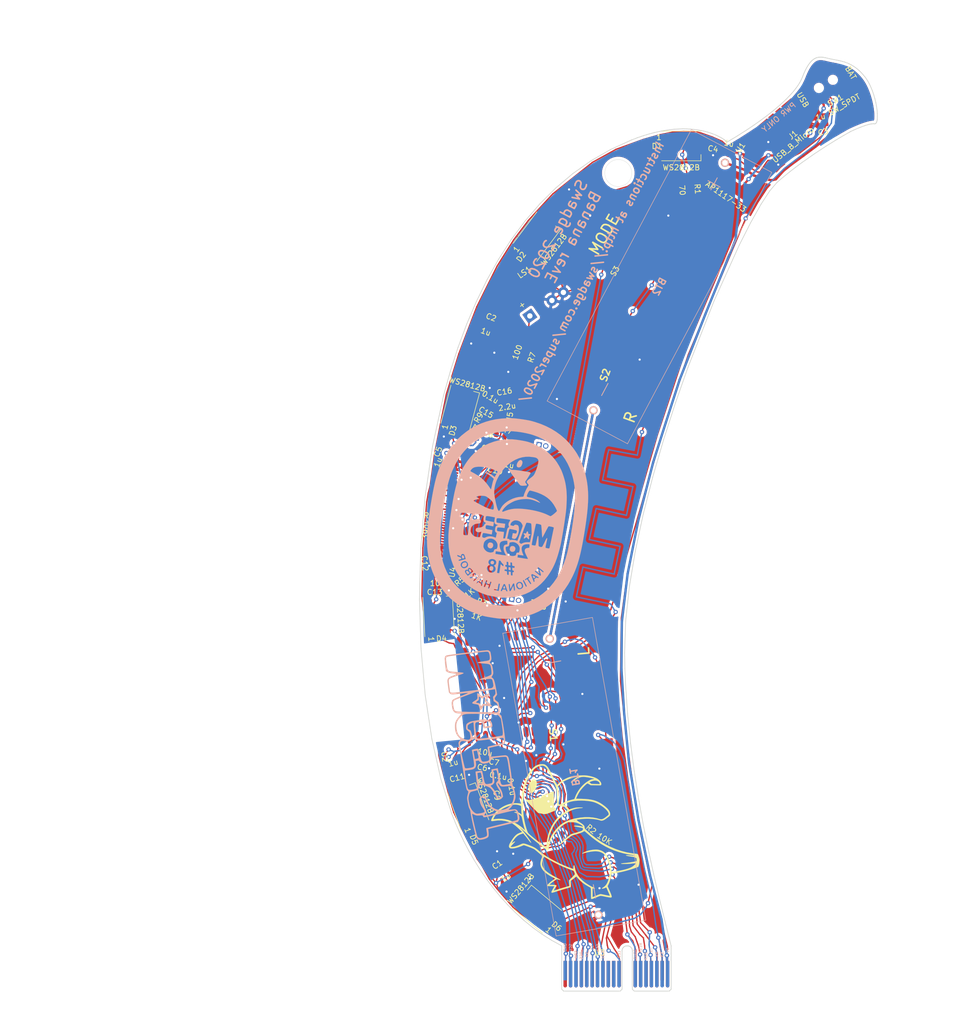
<source format=kicad_pcb>
(kicad_pcb (version 20171130) (host pcbnew "(5.1.6)-1")
  (layers (0 F.Cu signal) (31 B.Cu signal) (34 B.Paste user) (35 F.Paste user) (36 B.SilkS user) (37 F.SilkS user) (38 B.Mask user) (39 F.Mask user) (44 Edge.Cuts user))
  (net 0 "")
  (net 1 "Net-(BT1-Pad1)")
  (net 2 "Net-(BT2-Pad1)")
  (net 3 "Net-(C5-Pad1)")
  (net 4 "Net-(C5-Pad2)")
  (net 5 "Net-(C9-Pad2)")
  (net 6 "Net-(D1-Pad2)")
  (net 7 "Net-(D1-Pad4)")
  (net 8 "Net-(D2-Pad2)")
  (net 9 "Net-(D3-Pad2)")
  (net 10 "Net-(D4-Pad2)")
  (net 11 "Net-(D5-Pad2)")
  (net 12 LED_OUT)
  (net 13 "Net-(LS1-Pad1)")
  (net 14 SCL)
  (net 15 SDA)
  (net 16 _RES)
  (net 17 RX)
  (net 18 BZR)
  (net 19 SW2)
  (net 20 SW3)
  (net 21 SW1)
  (net 22 "Net-(SW1-Pad3)")
  (net 23 REST)
  (net 24 ADC_PIN)
  (net 25 TX)
  (net 26 AUD_PWR)
  (net 27 "Net-(U3-PadB9)")
  (net 28 "Net-(U3-PadB10)")
  (net 29 "Net-(U3-PadA9)")
  (net 30 "Net-(U3-PadA10)")
  (net 31 GND)
  (net 32 +3V3)
  (net 33 +5V)
  (net 34 "Net-(C8-Pad1)")
  (net 35 "Net-(C8-Pad2)")
  (net 36 "Net-(C12-Pad2)")
  (net 37 "Net-(C13-Pad2)")
  (net 38 "Net-(R4-Pad2)")
  (net 39 "Net-(R8-Pad1)")
  (net 40 "Net-(R9-Pad2)")
  (module Swadge_Parts:QMA6981_2 (layer F.Cu) (at 123.625 83.975 80)
    (fp_text reference U5 (at 1.239898 1.970429 80) (layer F.SilkS))
    (fp_text value QMA6981)
    (pad 11 smd rect (at 0.25 -0.75 170) (size 0.3 0.3) (layers F.Cu F.Paste F.Mask))
    (pad 12 smd rect (at -0.25 -0.75 170) (size 0.3 0.3) (layers F.Cu F.Paste F.Mask) (net 40 "Net-(R9-Pad2)"))
    (pad 6 smd rect (at 0.25 0.75 170) (size 0.3 0.3) (layers F.Cu F.Paste F.Mask))
    (pad 5 smd rect (at -0.25 0.75 170) (size 0.3 0.3) (layers F.Cu F.Paste F.Mask))
    (pad 8 smd rect (at 0.75 0.25 80) (size 0.3 0.3) (layers F.Cu F.Paste F.Mask) (net 31 GND))
    (pad 9 smd rect (at 0.75 -0.25 80) (size 0.3 0.3) (layers F.Cu F.Paste F.Mask) (net 31 GND))
    (pad 7 smd rect (at 0.75 0.75 80) (size 0.3 0.3) (layers F.Cu F.Paste F.Mask) (net 32 +3V3))
    (pad 10 smd rect (at 0.75 -0.75 80) (size 0.3 0.3) (layers F.Cu F.Paste F.Mask))
    (pad 4 smd rect (at -0.75 0.75 80) (size 0.3 0.3) (layers F.Cu F.Paste F.Mask) (net 31 GND))
    (pad 3 smd rect (at -0.75 0.25 80) (size 0.3 0.3) (layers F.Cu F.Paste F.Mask) (net 32 +3V3))
    (pad 2 smd rect (at -0.75 -0.25 80) (size 0.3 0.3) (layers F.Cu F.Paste F.Mask) (net 39 "Net-(R8-Pad1)"))
    (pad 1 smd rect (at -0.75 -0.75 80) (size 0.3 0.3) (layers F.Cu F.Paste F.Mask) (net 31 GND))
  )
  (module Swadge_Parts:R_0603_1608Metric (layer F.Cu) (at 121.056 84.082 60)
    (fp_text reference R9 (at 0.263959 -1.33481 60) (layer F.SilkS))
    (fp_text value 47 (at -1.951931 -0.774844 60) (layer F.SilkS))
    (pad 1 smd roundrect (at -0.7875 0 60) (size 0.875 0.95) (layers F.Cu F.Paste F.Mask) (net 14 SCL))
    (pad 2 smd roundrect (at 0.7875 0 60) (size 0.875 0.95) (layers F.Cu F.Paste F.Mask) (net 40 "Net-(R9-Pad2)"))
  )
  (module Swadge_Parts:R_0603_1608Metric (layer F.Cu) (at 124.054333 86.49118 345)
    (fp_text reference R8 (at -2.253228 0.281593 165) (layer F.SilkS))
    (fp_text value 47 (at 0.980669 -1.249574 165) (layer F.SilkS))
    (pad 1 smd roundrect (at -0.7875 0 345) (size 0.875 0.95) (layers F.Cu F.Paste F.Mask) (net 39 "Net-(R8-Pad1)"))
    (pad 2 smd roundrect (at 0.7875 0 345) (size 0.875 0.95) (layers F.Cu F.Paste F.Mask) (net 15 SDA))
  )
  (module Swadge_Parts:bananaraptor_xl (layer F.Cu) (at 136.09066 159.89808)
    (fp_text reference Ref** hide)
    (fp_text value Val** hide)
  )
  (module Swadge_Parts:banana-label (layer B.Cu) (at 125.41758 101.84892 171)
    (fp_text reference Ref** hide)
    (fp_text value Val** hide)
  )
  (module Swadge_Parts:2460 (layer B.Cu) (at 153.575 58.875 62)
    (fp_text reference BT2 (at 0 0 62) (layer B.SilkS) (effects (font (size 1.27 1.27) (thickness 0.254)) (justify mirror)))
    (fp_text value Battery hide)
    (pad 2 thru_hole circle (at -25.995 -0.045 332) (size 1.53 1.53) (drill 1.02) (layers *.Cu *.Mask B.SilkS) (net 1 "Net-(BT1-Pad1)"))
    (pad 1 thru_hole circle (at 25.995 -0.045 332) (size 1.53 1.53) (drill 1.02) (layers *.Cu *.Mask B.SilkS) (net 2 "Net-(BT2-Pad1)"))
  )
  (module Swadge_Parts:2460 (layer B.Cu) (at 137.775 149.75 100)
    (fp_text reference BT1 (at 0 0 100) (layer B.SilkS) (effects (font (size 1.27 1.27) (thickness 0.254)) (justify mirror)))
    (fp_text value Battery hide)
    (pad 2 thru_hole circle (at -25.995 -0.045 10) (size 1.53 1.53) (drill 1.02) (layers *.Cu *.Mask B.SilkS) (net 31 GND))
    (pad 1 thru_hole circle (at 25.995 -0.045 10) (size 1.53 1.53) (drill 1.02) (layers *.Cu *.Mask B.SilkS) (net 1 "Net-(BT1-Pad1)"))
  )
  (module Swadge_Parts:mag-logo-outline (layer B.Cu) (at 120.65 143.75 280)
    (fp_text reference G*** hide)
    (fp_text value LOGO hide)
  )
  (module Swadge_Parts:NULL (layer F.Cu) (at 103.1676 5.965)
    (fp_text reference H2 (at 32.2906 82.9604 80) (layer F.SilkS))
    (fp_text value Headband hide)
  )
  (module Swadge_Parts:C_0603_1608Metric (layer F.Cu) (at 166.2176 33.7312 170)
    (fp_text reference C4 (at 2.737075 -0.069951 170) (layer F.SilkS))
    (fp_text value 1u (at 0 1.43 170) (layer F.SilkS))
    (pad 1 smd roundrect (at -0.7875 0 170) (size 0.875 0.95) (layers F.Cu F.Paste F.Mask) (net 33 +5V))
    (pad 2 smd roundrect (at 0.7875 0 170) (size 0.875 0.95) (layers F.Cu F.Paste F.Mask) (net 31 GND))
  )
  (module Swadge_Parts:ER-OLED0.96-1.3 (layer F.Cu) (at 127.75 102.35 260)
    (fp_text reference U4 (at 11.523278 10.722909 260) (layer F.SilkS))
    (fp_text value OLED_CONNECTOR)
    (pad 31 smd rect (at 8.9 11.1664 260) (size 2 3) (layers F.Cu F.Paste F.Mask) (net 31 GND))
    (pad 3 smd rect (at -6.25 13.5164 170) (size 1.3 0.3) (layers F.Cu F.Paste F.Mask) (net 4 "Net-(C5-Pad2)"))
    (pad 6 smd rect (at -4.75 13.5164 170) (size 1.3 0.3) (layers F.Cu F.Paste F.Mask) (net 32 +3V3))
    (pad 8 smd rect (at -3.75 13.5164 170) (size 1.3 0.3) (layers F.Cu F.Paste F.Mask) (net 31 GND))
    (pad 11 smd rect (at -2.25 13.5164 170) (size 1.3 0.3) (layers F.Cu F.Paste F.Mask) (net 32 +3V3))
    (pad 12 smd rect (at -1.75 13.5164 170) (size 1.3 0.3) (layers F.Cu F.Paste F.Mask) (net 31 GND))
    (pad 13 smd rect (at -1.25 13.5164 170) (size 1.3 0.3) (layers F.Cu F.Paste F.Mask) (net 31 GND))
    (pad 30 smd rect (at 7.25 13.5164 170) (size 1.3 0.3) (layers F.Cu F.Paste F.Mask) (net 31 GND))
    (pad 27 smd rect (at 5.75 13.5164 170) (size 1.3 0.3) (layers F.Cu F.Paste F.Mask) (net 36 "Net-(C12-Pad2)"))
    (pad 15 smd rect (at -0.25 13.5164 170) (size 1.3 0.3) (layers F.Cu F.Paste F.Mask) (net 31 GND))
    (pad 16 smd rect (at 0.25 13.5164 170) (size 1.3 0.3) (layers F.Cu F.Paste F.Mask) (net 31 GND))
    (pad 17 smd rect (at 0.75 13.5164 170) (size 1.3 0.3) (layers F.Cu F.Paste F.Mask) (net 31 GND))
    (pad 28 smd rect (at 6.25 13.5164 170) (size 1.3 0.3) (layers F.Cu F.Paste F.Mask) (net 37 "Net-(C13-Pad2)"))
    (pad 31 smd rect (at -8.9 11.1664 260) (size 2 3) (layers F.Cu F.Paste F.Mask) (net 31 GND))
    (pad 18 smd rect (at 1.25 13.5164 170) (size 1.3 0.3) (layers F.Cu F.Paste F.Mask) (net 14 SCL))
    (pad 1 smd rect (at -7.25 13.5164 170) (size 1.3 0.3) (layers F.Cu F.Paste F.Mask) (net 31 GND))
    (pad 26 smd rect (at 5.25 13.5164 170) (size 1.3 0.3) (layers F.Cu F.Paste F.Mask) (net 38 "Net-(R4-Pad2)"))
    (pad 14 smd rect (at -0.75 13.5164 170) (size 1.3 0.3) (layers F.Cu F.Paste F.Mask) (net 16 _RES))
    (pad 2 smd rect (at -6.75 13.5164 170) (size 1.3 0.3) (layers F.Cu F.Paste F.Mask) (net 3 "Net-(C5-Pad1)"))
    (pad 4 smd rect (at -5.75 13.5164 170) (size 1.3 0.3) (layers F.Cu F.Paste F.Mask) (net 34 "Net-(C8-Pad1)"))
    (pad 5 smd rect (at -5.25 13.5164 170) (size 1.3 0.3) (layers F.Cu F.Paste F.Mask) (net 35 "Net-(C8-Pad2)"))
    (pad 7 smd rect (at -4.25 13.5164 170) (size 1.3 0.3) (layers F.Cu F.Paste F.Mask))
    (pad 9 smd rect (at -3.25 13.5164 170) (size 1.3 0.3) (layers F.Cu F.Paste F.Mask) (net 32 +3V3))
    (pad 21 smd rect (at 2.75 13.5164 170) (size 1.3 0.3) (layers F.Cu F.Paste F.Mask) (net 31 GND))
    (pad 22 smd rect (at 3.25 13.5164 170) (size 1.3 0.3) (layers F.Cu F.Paste F.Mask) (net 31 GND))
    (pad 10 smd rect (at -2.75 13.5164 170) (size 1.3 0.3) (layers F.Cu F.Paste F.Mask) (net 31 GND))
    (pad 20 smd rect (at 2.25 13.5164 170) (size 1.3 0.3) (layers F.Cu F.Paste F.Mask) (net 15 SDA))
    (pad 24 smd rect (at 4.25 13.5164 170) (size 1.3 0.3) (layers F.Cu F.Paste F.Mask) (net 31 GND))
    (pad 29 smd rect (at 6.75 13.5164 170) (size 1.3 0.3) (layers F.Cu F.Paste F.Mask) (net 31 GND))
    (pad 19 smd rect (at 1.75 13.5164 170) (size 1.3 0.3) (layers F.Cu F.Paste F.Mask) (net 15 SDA))
    (pad 25 smd rect (at 4.75 13.5164 170) (size 1.3 0.3) (layers F.Cu F.Paste F.Mask) (net 31 GND))
    (pad 23 smd rect (at 3.75 13.5164 170) (size 1.3 0.3) (layers F.Cu F.Paste F.Mask) (net 31 GND))
  )
  (module Swadge_Parts:SOT-223-3_TabPin2 (layer F.Cu) (at 170.15 38.45 235)
    (fp_text reference U1 (at -3.49342 4.33832 55) (layer F.SilkS))
    (fp_text value AP1117-33 (at 5.50952 1.330485 145) (layer F.SilkS))
    (pad 1 smd rect (at -3.15 -2.3 235) (size 2 1.5) (layers F.Cu F.Paste F.Mask) (net 31 GND))
    (pad 3 smd rect (at -3.15 2.3 235) (size 2 1.5) (layers F.Cu F.Paste F.Mask) (net 33 +5V))
    (pad 2 smd rect (at -3.15 0 235) (size 2 1.5) (layers F.Cu F.Paste F.Mask) (net 22 "Net-(SW1-Pad3)"))
    (pad 2 smd rect (at 3.15 0 235) (size 2 3.8) (layers F.Cu F.Paste F.Mask) (net 22 "Net-(SW1-Pad3)"))
  )
  (module Swadge_Parts:BUS_PCIexpress (layer F.Cu) (at 136.09 185.705)
    (fp_text reference U3 (at 6.35 -3.31) (layer F.SilkS))
    (fp_text value BUS_PCIexpress)
    (pad B18 connect circle (at 19 2.8) (size 0.65 0.65) (layers F.Cu F.Mask) (net 33 +5V))
    (pad B1 connect rect (at 0 0.5) (size 0.65 4.6) (layers F.Cu F.Mask) (net 31 GND))
    (pad B2 connect rect (at 1 0.5) (size 0.65 4.6) (layers F.Cu F.Mask) (net 14 SCL))
    (pad B3 connect rect (at 2 0.5) (size 0.65 4.6) (layers F.Cu F.Mask) (net 15 SDA))
    (pad B4 connect rect (at 3 0.5) (size 0.65 4.6) (layers F.Cu F.Mask) (net 16 _RES))
    (pad B5 connect rect (at 4 0.5) (size 0.65 4.6) (layers F.Cu F.Mask) (net 19 SW2))
    (pad B6 connect rect (at 5 0.5) (size 0.65 4.6) (layers F.Cu F.Mask) (net 21 SW1))
    (pad B7 connect rect (at 6 0.5) (size 0.65 4.6) (layers F.Cu F.Mask) (net 26 AUD_PWR))
    (pad B8 connect rect (at 7 0.5) (size 0.65 4.6) (layers F.Cu F.Mask) (net 32 +3V3))
    (pad B9 connect rect (at 8 0.5) (size 0.65 4.6) (layers F.Cu F.Mask) (net 27 "Net-(U3-PadB9)"))
    (pad B10 connect rect (at 9 0.5) (size 0.65 4.6) (layers F.Cu F.Mask) (net 28 "Net-(U3-PadB10)"))
    (pad B11 connect rect (at 10 0.5) (size 0.65 4.6) (layers F.Cu F.Mask) (net 12 LED_OUT))
    (pad B14 connect rect (at 15 0.5) (size 0.65 4.6) (layers F.Cu F.Mask) (net 18 BZR))
    (pad B15 connect rect (at 16 0.5) (size 0.65 4.6) (layers F.Cu F.Mask) (net 25 TX))
    (pad B16 connect rect (at 17 0.5) (size 0.65 4.6) (layers F.Cu F.Mask) (net 17 RX))
    (pad B17 connect rect (at 18 0) (size 0.65 3.6) (layers F.Cu F.Mask) (net 20 SW3))
    (pad B18 connect rect (at 19 0.5) (size 0.65 4.6) (layers F.Cu F.Mask) (net 33 +5V))
    (pad B12 connect rect (at 13 0.5) (size 0.65 4.6) (layers F.Cu F.Mask) (net 24 ADC_PIN))
    (pad B13 connect rect (at 14 0.5) (size 0.65 4.6) (layers F.Cu F.Mask) (net 23 REST))
    (pad A1 connect rect (at 0 0) (size 0.65 3.6) (layers B.Cu B.Mask) (net 31 GND))
    (pad A2 connect rect (at 1 0.5) (size 0.65 4.6) (layers B.Cu B.Mask) (net 14 SCL))
    (pad A3 connect rect (at 2 0.5) (size 0.65 4.6) (layers B.Cu B.Mask) (net 15 SDA))
    (pad A4 connect rect (at 3 0.5) (size 0.65 4.6) (layers B.Cu B.Mask) (net 16 _RES))
    (pad A5 connect rect (at 4 0.5) (size 0.65 4.6) (layers B.Cu B.Mask) (net 19 SW2))
    (pad A6 connect rect (at 5 0.5) (size 0.65 4.6) (layers B.Cu B.Mask) (net 21 SW1))
    (pad A7 connect rect (at 6 0.5) (size 0.65 4.6) (layers B.Cu B.Mask) (net 26 AUD_PWR))
    (pad A8 connect rect (at 7 0.5) (size 0.65 4.6) (layers B.Cu B.Mask) (net 32 +3V3))
    (pad A9 connect rect (at 8 0.5) (size 0.65 4.6) (layers B.Cu B.Mask) (net 29 "Net-(U3-PadA9)"))
    (pad A10 connect rect (at 9 0.5) (size 0.65 4.6) (layers B.Cu B.Mask) (net 30 "Net-(U3-PadA10)"))
    (pad A11 connect rect (at 10 0.5) (size 0.65 4.6) (layers B.Cu B.Mask) (net 12 LED_OUT))
    (pad A14 connect rect (at 15 0.5) (size 0.65 4.6) (layers B.Cu B.Mask) (net 18 BZR))
    (pad A15 connect rect (at 16 0.5) (size 0.65 4.6) (layers B.Cu B.Mask) (net 25 TX))
    (pad A16 connect rect (at 17 0.5) (size 0.65 4.6) (layers B.Cu B.Mask) (net 17 RX))
    (pad A17 connect rect (at 18 0.5) (size 0.65 4.6) (layers B.Cu B.Mask) (net 20 SW3))
    (pad A18 connect rect (at 19 0.5) (size 0.65 4.6) (layers B.Cu B.Mask) (net 33 +5V))
    (pad A12 connect rect (at 13 0.5) (size 0.65 4.6) (layers B.Cu B.Mask) (net 24 ADC_PIN))
    (pad A13 connect rect (at 14 0.5) (size 0.65 4.6) (layers B.Cu B.Mask) (net 23 REST))
    (pad B3 connect circle (at 2 2.8) (size 0.65 0.65) (layers F.Cu F.Mask) (net 15 SDA))
    (pad B4 connect circle (at 3 2.8) (size 0.65 0.65) (layers F.Cu F.Mask) (net 16 _RES))
    (pad B5 connect circle (at 4 2.8) (size 0.65 0.65) (layers F.Cu F.Mask) (net 19 SW2))
    (pad B6 connect circle (at 5 2.8) (size 0.65 0.65) (layers F.Cu F.Mask) (net 21 SW1))
    (pad B7 connect circle (at 6 2.8 180) (size 0.65 0.65) (layers F.Cu F.Mask) (net 26 AUD_PWR))
    (pad B8 connect circle (at 7 2.8) (size 0.65 0.65) (layers F.Cu F.Mask) (net 32 +3V3))
    (pad B9 connect circle (at 8 2.8) (size 0.65 0.65) (layers F.Cu F.Mask) (net 27 "Net-(U3-PadB9)"))
    (pad B10 connect circle (at 9 2.8) (size 0.65 0.65) (layers F.Cu F.Mask) (net 28 "Net-(U3-PadB10)"))
    (pad B11 connect circle (at 10 2.8 90) (size 0.65 0.65) (layers F.Cu F.Mask) (net 12 LED_OUT))
    (pad B1 connect circle (at 0 2.8) (size 0.65 0.65) (layers F.Cu F.Mask) (net 31 GND))
    (pad B12 connect circle (at 13 2.8) (size 0.65 0.65) (layers F.Cu F.Mask) (net 24 ADC_PIN))
    (pad B13 connect circle (at 14 2.8) (size 0.65 0.65) (layers F.Cu F.Mask) (net 23 REST))
    (pad B14 connect circle (at 15 2.8) (size 0.65 0.65) (layers F.Cu F.Mask) (net 18 BZR))
    (pad B15 connect circle (at 16 2.8) (size 0.65 0.65) (layers F.Cu F.Mask) (net 25 TX))
    (pad B16 connect circle (at 17 2.8 90) (size 0.65 0.65) (layers F.Cu F.Mask) (net 17 RX))
    (pad B2 connect circle (at 1 2.8) (size 0.65 0.65) (layers F.Cu F.Mask) (net 14 SCL))
    (pad A4 connect oval (at 3 2.8 90) (size 0.65 0.65) (layers B.Cu B.Mask) (net 16 _RES))
    (pad A5 connect oval (at 4 2.8 90) (size 0.65 0.65) (layers B.Cu B.Mask) (net 19 SW2))
    (pad A6 connect oval (at 5 2.8 90) (size 0.65 0.65) (layers B.Cu B.Mask) (net 21 SW1))
    (pad A7 connect oval (at 6 2.8 90) (size 0.65 0.65) (layers B.Cu B.Mask) (net 26 AUD_PWR))
    (pad A8 connect oval (at 7 2.8 90) (size 0.65 0.65) (layers B.Cu B.Mask) (net 32 +3V3))
    (pad A9 connect oval (at 8 2.8 90) (size 0.65 0.65) (layers B.Cu B.Mask) (net 29 "Net-(U3-PadA9)"))
    (pad A10 connect oval (at 9 2.8 90) (size 0.65 0.65) (layers B.Cu B.Mask) (net 30 "Net-(U3-PadA10)"))
    (pad A14 connect oval (at 15 2.8 90) (size 0.65 0.65) (layers B.Cu B.Mask) (net 18 BZR))
    (pad A15 connect oval (at 16 2.8 90) (size 0.65 0.65) (layers B.Cu B.Mask) (net 25 TX))
    (pad A3 connect oval (at 2 2.8 90) (size 0.65 0.65) (layers B.Cu B.Mask) (net 15 SDA))
    (pad A13 connect oval (at 14 2.8 90) (size 0.65 0.65) (layers B.Cu B.Mask) (net 23 REST))
    (pad A16 connect oval (at 17 2.8 90) (size 0.65 0.65) (layers B.Cu B.Mask) (net 17 RX))
    (pad A11 connect oval (at 10 2.8 90) (size 0.65 0.65) (layers B.Cu B.Mask) (net 12 LED_OUT))
    (pad A12 connect oval (at 13 2.8 90) (size 0.65 0.65) (layers B.Cu B.Mask) (net 24 ADC_PIN))
    (pad A17 connect oval (at 18 2.8 90) (size 0.65 0.65) (layers B.Cu B.Mask) (net 20 SW3))
    (pad A18 connect oval (at 19 2.8 90) (size 0.65 0.65) (layers B.Cu B.Mask) (net 33 +5V))
    (pad A2 connect oval (at 1 2.8 90) (size 0.65 0.65) (layers B.Cu B.Mask) (net 14 SCL))
  )
  (module Swadge_Parts:NULL (layer F.Cu) (at 31.454199 70.823999)
    (fp_text reference U6 (at 100.600401 47.082801 80) (layer F.SilkS))
    (fp_text value OLED_DISPLAY hide)
  )
  (module Swadge_Parts:ESP-13-WROOM-02 (layer F.Cu) (at 118.375 142.55 96)
    (fp_text reference U2 (at -3 -5 96) (layer F.SilkS))
    (fp_text value ESP-13-WROOM-02D)
    (pad PAD smd rect (at 10.12 6.58 96) (size 4.3 4.3) (layers F.Cu F.Paste F.Mask) (net 31 GND))
    (pad 18 smd oval (at 18 0 96) (size 2 0.9) (layers F.Cu F.Paste F.Mask) (net 31 GND))
    (pad 17 smd oval (at 18 1.5 96) (size 2 0.9) (layers F.Cu F.Paste F.Mask) (net 23 REST))
    (pad 16 smd oval (at 18 3 96) (size 2 0.9) (layers F.Cu F.Paste F.Mask) (net 24 ADC_PIN))
    (pad 15 smd oval (at 18 4.5 96) (size 2 0.9) (layers F.Cu F.Paste F.Mask) (net 23 REST))
    (pad 14 smd oval (at 18 6 96) (size 2 0.9) (layers F.Cu F.Paste F.Mask) (net 18 BZR))
    (pad 13 smd oval (at 18 7.5 96) (size 2 0.9) (layers F.Cu F.Paste F.Mask) (net 31 GND))
    (pad 12 smd oval (at 18 9 96) (size 2 0.9) (layers F.Cu F.Paste F.Mask) (net 25 TX))
    (pad 11 smd oval (at 18 10.5 96) (size 2 0.9) (layers F.Cu F.Paste F.Mask) (net 17 RX))
    (pad 8 smd oval (at 0 10.5 96) (size 2 0.9) (layers F.Cu F.Paste F.Mask) (net 14 SCL))
    (pad 7 smd oval (at 0 9 96) (size 2 0.9) (layers F.Cu F.Paste F.Mask) (net 15 SDA))
    (pad 6 smd oval (at 0 7.5 96) (size 2 0.9) (layers F.Cu F.Paste F.Mask) (net 16 _RES))
    (pad 5 smd oval (at 0 6 96) (size 2 0.9) (layers F.Cu F.Paste F.Mask) (net 19 SW2))
    (pad 4 smd oval (at 0 4.5 96) (size 2 0.9) (layers F.Cu F.Paste F.Mask) (net 21 SW1))
    (pad 3 smd oval (at 0 3 96) (size 2 0.9) (layers F.Cu F.Paste F.Mask) (net 26 AUD_PWR))
    (pad 2 smd oval (at 0 1.5 96) (size 2 0.9) (layers F.Cu F.Paste F.Mask) (net 5 "Net-(C9-Pad2)"))
    (pad 1 smd rect (at 0 0 96) (size 2 0.9) (layers F.Cu F.Paste F.Mask) (net 32 +3V3))
    (pad 9 smd oval (at 0 12 96) (size 2 0.9) (layers F.Cu F.Paste F.Mask) (net 31 GND))
    (pad 10 smd oval (at 18 12 96) (size 2 0.9) (layers F.Cu F.Paste F.Mask) (net 20 SW3))
  )
  (module Swadge_Parts:SW_SPDT_PCM12 (layer F.Cu) (at 184.62 21.55 210)
    (fp_text reference SW1 (at 0 -3.2 30) (layer F.SilkS))
    (fp_text value SW_SPDT (at -1.031413 -4.723541 30) (layer F.SilkS))
    (pad "" np_thru_hole circle (at -1.5 0.33 210) (size 0.9 0.9) (drill 0.9) (layers *.Cu *.Mask))
    (pad "" np_thru_hole circle (at 1.5 0.33 210) (size 0.9 0.9) (drill 0.9) (layers *.Cu *.Mask))
    (pad 1 smd rect (at -2.25 -1.43 210) (size 0.7 1.5) (layers F.Cu F.Paste F.Mask) (net 2 "Net-(BT2-Pad1)"))
    (pad 2 smd rect (at 0.75 -1.43 210) (size 0.7 1.5) (layers F.Cu F.Paste F.Mask) (net 32 +3V3))
    (pad 3 smd rect (at 2.25 -1.43 210) (size 0.7 1.5) (layers F.Cu F.Paste F.Mask) (net 22 "Net-(SW1-Pad3)"))
    (pad 6 smd rect (at -3.65 1.43 210) (size 1 0.8) (layers F.Cu F.Paste F.Mask) (net 31 GND))
    (pad 5 smd rect (at 3.65 1.43 210) (size 1 0.8) (layers F.Cu F.Paste F.Mask) (net 31 GND))
    (pad 4 smd rect (at 3.65 -0.78 210) (size 1 0.8) (layers F.Cu F.Paste F.Mask) (net 31 GND))
    (pad 7 smd rect (at -3.65 -0.78 210) (size 1 0.8) (layers F.Cu F.Paste F.Mask) (net 31 GND))
  )
  (module Swadge_Parts:B3FS4002P (layer F.Cu) (at 152.225 72.5 70)
    (fp_text reference S2 (at -5.588 -7.239 70) (layer F.SilkS) (effects (font (size 1.27 1.27) (thickness 0.254))))
    (fp_text value B3FS-4002P hide)
    (pad 1 smd rect (at 6.025 2.5 70) (size 2.3 2.4) (layers F.Cu F.Paste F.Mask) (net 21 SW1))
    (pad 2 smd rect (at -8.275 2.5 70) (size 2.3 2.4) (layers F.Cu F.Paste F.Mask) (net 21 SW1))
    (pad 3 smd rect (at 6.025 -2.5 70) (size 2.3 2.4) (layers F.Cu F.Paste F.Mask) (net 31 GND))
    (pad 4 smd rect (at -8.275 -2.5 70) (size 2.3 2.4) (layers F.Cu F.Paste F.Mask) (net 31 GND))
  )
  (module Swadge_Parts:B3FS4002P (layer F.Cu) (at 140.575 135.825 95)
    (fp_text reference S1 (at -5.588 -7.239 95) (layer F.SilkS) (effects (font (size 1.27 1.27) (thickness 0.254))))
    (fp_text value B3FS-4002P hide)
    (pad 1 smd rect (at 6.025 2.5 95) (size 2.3 2.4) (layers F.Cu F.Paste F.Mask) (net 20 SW3))
    (pad 2 smd rect (at -8.275 2.5 95) (size 2.3 2.4) (layers F.Cu F.Paste F.Mask) (net 20 SW3))
    (pad 3 smd rect (at 6.025 -2.5 95) (size 2.3 2.4) (layers F.Cu F.Paste F.Mask) (net 31 GND))
    (pad 4 smd rect (at -8.275 -2.5 95) (size 2.3 2.4) (layers F.Cu F.Paste F.Mask) (net 31 GND))
  )
  (module Swadge_Parts:SW_4-1437565-2 (layer F.Cu) (at 147.7 51.825 60)
    (fp_text reference S3 (at -4.803156 0.03069 60) (layer F.SilkS))
    (fp_text value 4-1437565-2)
    (pad 4 smd rect (at 4.55 2.275 60) (size 2.1 1.4) (layers F.Cu F.Paste F.Mask) (net 31 GND))
    (pad 3 smd rect (at -4.55 2.275 60) (size 2.1 1.4) (layers F.Cu F.Paste F.Mask) (net 31 GND))
    (pad 2 smd rect (at 4.55 -2.275 60) (size 2.1 1.4) (layers F.Cu F.Paste F.Mask) (net 19 SW2))
    (pad 1 smd rect (at -4.55 -2.275 60) (size 2.1 1.4) (layers F.Cu F.Paste F.Mask) (net 19 SW2))
  )
  (module Swadge_Parts:R_0603_1608Metric (layer F.Cu) (at 128.55 71.525 250)
    (fp_text reference R7 (at 0 -1.43 70) (layer F.SilkS))
    (fp_text value 100 (at 0 1.43 70) (layer F.SilkS))
    (pad 1 smd roundrect (at -0.7875 0 250) (size 0.875 0.95) (layers F.Cu F.Paste F.Mask) (net 13 "Net-(LS1-Pad1)"))
    (pad 2 smd roundrect (at 0.7875 0 250) (size 0.875 0.95) (layers F.Cu F.Paste F.Mask) (net 18 BZR))
  )
  (module Swadge_Parts:R_0603_1608Metric (layer F.Cu) (at 111.8 104.2 260)
    (fp_text reference R4 (at -2.485092 -0.27261 260) (layer F.SilkS))
    (fp_text value 390k (at 0 1.43 80) (layer F.SilkS))
    (pad 1 smd roundrect (at -0.7875 0 260) (size 0.875 0.95) (layers F.Cu F.Paste F.Mask) (net 31 GND))
    (pad 2 smd roundrect (at 0.7875 0 260) (size 0.875 0.95) (layers F.Cu F.Paste F.Mask) (net 38 "Net-(R4-Pad2)"))
  )
  (module Swadge_Parts:R_0603_1608Metric (layer F.Cu) (at 159.225 40.875 275)
    (fp_text reference R1 (at 0 -1.43 95) (layer F.SilkS))
    (fp_text value 70 (at 0 1.43 95) (layer F.SilkS))
    (pad 1 smd roundrect (at -0.7875 0 275) (size 0.875 0.95) (layers F.Cu F.Paste F.Mask) (net 7 "Net-(D1-Pad4)"))
    (pad 2 smd roundrect (at 0.7875 0 275) (size 0.875 0.95) (layers F.Cu F.Paste F.Mask) (net 17 RX))
  )
  (module Swadge_Parts:R_0603_1608Metric (layer F.Cu) (at 111.425 99.175 86)
    (fp_text reference R6 (at -2.2133 -0.471757 176) (layer F.SilkS))
    (fp_text value 10K (at 0 1.43 86) (layer F.SilkS))
    (pad 1 smd roundrect (at -0.7875 0 86) (size 0.875 0.95) (layers F.Cu F.Paste F.Mask) (net 31 GND))
    (pad 2 smd roundrect (at 0.7875 0 86) (size 0.875 0.95) (layers F.Cu F.Paste F.Mask) (net 16 _RES))
  )
  (module Swadge_Parts:R_0603_1608Metric (layer F.Cu) (at 117.431195 114.62174 40)
    (fp_text reference R5 (at 0 -1.43 40) (layer F.SilkS))
    (fp_text value 1K (at 0 1.43 40) (layer F.SilkS))
    (pad 1 smd roundrect (at -0.7875 0 40) (size 0.875 0.95) (layers F.Cu F.Paste F.Mask) (net 32 +3V3))
    (pad 2 smd roundrect (at 0.7875 0 40) (size 0.875 0.95) (layers F.Cu F.Paste F.Mask) (net 15 SDA))
  )
  (module Swadge_Parts:R_0603_1608Metric (layer F.Cu) (at 120.134992 118.730659 340)
    (fp_text reference R3 (at 0 -1.43 160) (layer F.SilkS))
    (fp_text value 1K (at 0 1.43 160) (layer F.SilkS))
    (pad 1 smd roundrect (at -0.7875 0 340) (size 0.875 0.95) (layers F.Cu F.Paste F.Mask) (net 32 +3V3))
    (pad 2 smd roundrect (at 0.7875 0 340) (size 0.875 0.95) (layers F.Cu F.Paste F.Mask) (net 14 SCL))
  )
  (module Swadge_Parts:R_0603_1608Metric (layer F.Cu) (at 135.006195 160.86848 230)
    (fp_text reference R2 (at -4.836285 -3.637545 320 unlocked) (layer F.SilkS))
    (fp_text value 10K (at -5.064175 -6.679163 328.5 unlocked) (layer F.SilkS))
    (pad 2 smd roundrect (at 0.7875 0 230) (size 0.875 0.95) (layers F.Cu F.Paste F.Mask) (net 5 "Net-(C9-Pad2)"))
    (pad 1 smd roundrect (at -0.7875 0 230) (size 0.875 0.95) (layers F.Cu F.Paste F.Mask) (net 32 +3V3))
  )
  (module Swadge_Parts:Buzzer_12x9.5RM7.6 (layer F.Cu) (at 129.525 64.3 35)
    (fp_text reference LS1 (at 3.8 -7.2 35) (layer F.SilkS))
    (fp_text value Speaker)
    (fp_text user + (at -0.01 -2.54 35) (layer F.SilkS))
    (pad 2 thru_hole circle (at 5 0 35) (size 2 2) (drill 1) (layers *.Cu *.Mask) (net 31 GND))
    (pad 2 thru_hole circle (at 7.6 0 35) (size 2 2) (drill 1) (layers *.Cu *.Mask) (net 31 GND))
    (pad 1 thru_hole rect (at 0 0 35) (size 2 2) (drill 1) (layers *.Cu *.Mask) (net 13 "Net-(LS1-Pad1)"))
  )
  (module Swadge_Parts:USB_Micro-B_Molex_47346-0001 (layer F.Cu) (at 176.23 28.21 220)
    (fp_text reference J1 (at 0 -3.3 220) (layer F.SilkS))
    (fp_text value USB_B_Micro (at 1.162603 -4.722563 220) (layer F.SilkS))
    (pad 1 smd rect (at -1.3 -1.46 220) (size 0.45 1.38) (layers F.Cu F.Paste F.Mask) (net 33 +5V))
    (pad 2 smd rect (at -0.65 -1.46 220) (size 0.45 1.38) (layers F.Cu F.Paste F.Mask))
    (pad 3 smd rect (at 0 -1.46 220) (size 0.45 1.38) (layers F.Cu F.Paste F.Mask))
    (pad 4 smd rect (at 0.65 -1.46 220) (size 0.45 1.38) (layers F.Cu F.Paste F.Mask))
    (pad 5 smd rect (at 1.3 -1.46 220) (size 0.45 1.38) (layers F.Cu F.Paste F.Mask) (net 31 GND))
    (pad 6 smd rect (at -2.4625 -1.1 220) (size 1.475 2.1) (layers F.Cu F.Paste F.Mask) (net 31 GND))
    (pad 6 smd rect (at 2.4625 -1.1 220) (size 1.475 2.1) (layers F.Cu F.Paste F.Mask) (net 31 GND))
    (pad 6 smd rect (at -2.91 1.2 220) (size 2.375 1.9) (layers F.Cu F.Paste F.Mask) (net 31 GND))
    (pad 6 smd rect (at 2.91 1.2 220) (size 2.375 1.9) (layers F.Cu F.Paste F.Mask) (net 31 GND))
    (pad 6 smd rect (at -0.84 1.2 220) (size 1.175 1.9) (layers F.Cu F.Paste F.Mask) (net 31 GND))
    (pad 6 smd rect (at 0.84 1.2 220) (size 1.175 1.9) (layers F.Cu F.Paste F.Mask) (net 31 GND))
  )
  (module Swadge_Parts:Headband (layer F.Cu) (at 129.325 102.625 80)
    (fp_text reference H1 (at -14.495646 3.596786 80) (layer F.SilkS))
    (fp_text value Headband)
    (pad 2 thru_hole oval (at -14.5368 0.635 80) (size 1 1) (drill 0.65) (layers *.Cu *.Mask))
    (pad 1 thru_hole rect (at -14.5368 -0.635 80) (size 1 1) (drill 0.65) (layers *.Cu *.Mask))
    (pad 1 thru_hole rect (at 14.5368 -0.635 80) (size 1 1) (drill 0.65) (layers *.Cu *.Mask))
    (pad 2 thru_hole oval (at 14.5368 0.635 80) (size 1 1) (drill 0.65) (layers *.Cu *.Mask))
  )
  (module Swadge_Parts:LED_WS2812B_PLCC4_5.0x5.0mm_P3.2mm (layer F.Cu) (at 130.85 174.31 140)
    (fp_text reference D6 (at -4.846555 -0.097507 140) (layer F.SilkS))
    (fp_text value WS2812B (at 4.75912 0.990121 50) (layer F.SilkS))
    (fp_text user 1 (at -4.15 -1.6 140) (layer F.SilkS))
    (pad 1 smd rect (at -2.45 -1.6 140) (size 1.5 1) (layers F.Cu F.Paste F.Mask) (net 32 +3V3))
    (pad 2 smd rect (at -2.45 1.6 140) (size 1.5 1) (layers F.Cu F.Paste F.Mask) (net 12 LED_OUT))
    (pad 4 smd rect (at 2.45 -1.6 140) (size 1.5 1) (layers F.Cu F.Paste F.Mask) (net 11 "Net-(D5-Pad2)"))
    (pad 3 smd rect (at 2.45 1.6 140) (size 1.5 1) (layers F.Cu F.Paste F.Mask) (net 31 GND))
  )
  (module Swadge_Parts:LED_WS2812B_PLCC4_5.0x5.0mm_P3.2mm (layer F.Cu) (at 118.075 155.25 110)
    (fp_text reference D5 (at -6.17856 -1.10717 110) (layer F.SilkS))
    (fp_text value WS2812B (at 0.805637 3.609227 110) (layer F.SilkS))
    (fp_text user 1 (at -4.15 -1.6 110) (layer F.SilkS))
    (pad 1 smd rect (at -2.45 -1.6 110) (size 1.5 1) (layers F.Cu F.Paste F.Mask) (net 32 +3V3))
    (pad 2 smd rect (at -2.45 1.6 110) (size 1.5 1) (layers F.Cu F.Paste F.Mask) (net 11 "Net-(D5-Pad2)"))
    (pad 4 smd rect (at 2.45 -1.6 110) (size 1.5 1) (layers F.Cu F.Paste F.Mask) (net 10 "Net-(D4-Pad2)"))
    (pad 3 smd rect (at 2.45 1.6 110) (size 1.5 1) (layers F.Cu F.Paste F.Mask) (net 31 GND))
  )
  (module Swadge_Parts:LED_WS2812B_PLCC4_5.0x5.0mm_P3.2mm (layer F.Cu) (at 112.6 120 93)
    (fp_text reference D4 (at -4.146823 0.308395 183) (layer F.SilkS))
    (fp_text value WS2812B (at 0 4 93) (layer F.SilkS))
    (fp_text user 1 (at -4.15 -1.6 93) (layer F.SilkS))
    (pad 1 smd rect (at -2.45 -1.6 93) (size 1.5 1) (layers F.Cu F.Paste F.Mask) (net 32 +3V3))
    (pad 2 smd rect (at -2.45 1.6 93) (size 1.5 1) (layers F.Cu F.Paste F.Mask) (net 10 "Net-(D4-Pad2)"))
    (pad 4 smd rect (at 2.45 -1.6 93) (size 1.5 1) (layers F.Cu F.Paste F.Mask) (net 9 "Net-(D3-Pad2)"))
    (pad 3 smd rect (at 2.45 1.6 93) (size 1.5 1) (layers F.Cu F.Paste F.Mask) (net 31 GND))
  )
  (module Swadge_Parts:LED_WS2812B_PLCC4_5.0x5.0mm_P3.2mm (layer F.Cu) (at 116.6 81.4 75)
    (fp_text reference D3 (at -4.382146 -0.22343 75) (layer F.SilkS))
    (fp_text value WS2812B (at 4.607043 0.144741 165) (layer F.SilkS))
    (fp_text user 1 (at -4.081286 -1.805196 75) (layer F.SilkS))
    (pad 1 smd rect (at -2.45 -1.6 75) (size 1.5 1) (layers F.Cu F.Paste F.Mask) (net 32 +3V3))
    (pad 2 smd rect (at -2.45 1.6 75) (size 1.5 1) (layers F.Cu F.Paste F.Mask) (net 9 "Net-(D3-Pad2)"))
    (pad 4 smd rect (at 2.45 -1.6 75) (size 1.5 1) (layers F.Cu F.Paste F.Mask) (net 8 "Net-(D2-Pad2)"))
    (pad 3 smd rect (at 2.45 1.6 75) (size 1.5 1) (layers F.Cu F.Paste F.Mask) (net 31 GND))
  )
  (module Swadge_Parts:LED_WS2812B_PLCC4_5.0x5.0mm_P3.2mm (layer F.Cu) (at 130.825 49.575 53)
    (fp_text reference D2 (at -4.760113 -0.044191 53) (layer F.SilkS))
    (fp_text value WS2812B (at 0 4 53) (layer F.SilkS))
    (fp_text user 1 (at -4.15 -1.6 53) (layer F.SilkS))
    (pad 1 smd rect (at -2.45 -1.6 53) (size 1.5 1) (layers F.Cu F.Paste F.Mask) (net 32 +3V3))
    (pad 2 smd rect (at -2.45 1.6 53) (size 1.5 1) (layers F.Cu F.Paste F.Mask) (net 8 "Net-(D2-Pad2)"))
    (pad 4 smd rect (at 2.45 -1.6 53) (size 1.5 1) (layers F.Cu F.Paste F.Mask) (net 6 "Net-(D1-Pad2)"))
    (pad 3 smd rect (at 2.45 1.6 53) (size 1.5 1) (layers F.Cu F.Paste F.Mask) (net 31 GND))
  )
  (module Swadge_Parts:LED_WS2812B_PLCC4_5.0x5.0mm_P3.2mm (layer F.Cu) (at 157.63 32.78)
    (fp_text reference D1 (at -4.505 0.045) (layer F.SilkS))
    (fp_text value WS2812B (at 0 4) (layer F.SilkS))
    (fp_text user 1 (at -4.15 -1.6) (layer F.SilkS))
    (pad 1 smd rect (at -2.45 -1.6) (size 1.5 1) (layers F.Cu F.Paste F.Mask) (net 32 +3V3))
    (pad 2 smd rect (at -2.45 1.6) (size 1.5 1) (layers F.Cu F.Paste F.Mask) (net 6 "Net-(D1-Pad2)"))
    (pad 4 smd rect (at 2.45 -1.6) (size 1.5 1) (layers F.Cu F.Paste F.Mask) (net 7 "Net-(D1-Pad4)"))
    (pad 3 smd rect (at 2.45 1.6) (size 1.5 1) (layers F.Cu F.Paste F.Mask) (net 31 GND))
  )
  (module Swadge_Parts:C_0603_1608Metric (layer F.Cu) (at 125.056064 79.765748 10)
    (fp_text reference C16 (at 0 -1.43 10) (layer F.SilkS))
    (fp_text value 2.2u (at 0 1.43 10) (layer F.SilkS))
    (pad 1 smd roundrect (at -0.7875 0 10) (size 0.875 0.95) (layers F.Cu F.Paste F.Mask) (net 32 +3V3))
    (pad 2 smd roundrect (at 0.7875 0 10) (size 0.875 0.95) (layers F.Cu F.Paste F.Mask) (net 31 GND))
  )
  (module Swadge_Parts:C_0603_1608Metric (layer F.Cu) (at 122.103 80.943 150)
    (fp_text reference C15 (at 0 -1.43 150) (layer F.SilkS))
    (fp_text value 0.1u (at 0.713352 1.397562 150) (layer F.SilkS))
    (pad 1 smd roundrect (at -0.7875 0 150) (size 0.875 0.95) (layers F.Cu F.Paste F.Mask) (net 32 +3V3))
    (pad 2 smd roundrect (at 0.7875 0 150) (size 0.875 0.95) (layers F.Cu F.Paste F.Mask) (net 31 GND))
  )
  (module Swadge_Parts:C_0603_1608Metric (layer F.Cu) (at 122.92 87.852 345)
    (fp_text reference C14 (at 2.813819 0.548417 165) (layer F.SilkS))
    (fp_text value 0.01u (at 0 1.43 165) (layer F.SilkS))
    (pad 1 smd roundrect (at -0.7875 0 345) (size 0.875 0.95) (layers F.Cu F.Paste F.Mask) (net 32 +3V3))
    (pad 2 smd roundrect (at 0.7875 0 345) (size 0.875 0.95) (layers F.Cu F.Paste F.Mask) (net 31 GND))
  )
  (module Swadge_Parts:C_0603_1608Metric (layer F.Cu) (at 183.7 28.8 190)
    (fp_text reference C3 (at 0 -1.43 10) (layer F.SilkS))
    (fp_text value 1u (at 0 1.43 10) (layer F.SilkS))
    (pad 1 smd roundrect (at -0.7875 0 190) (size 0.875 0.95) (layers F.Cu F.Paste F.Mask) (net 32 +3V3))
    (pad 2 smd roundrect (at 0.7875 0 190) (size 0.875 0.95) (layers F.Cu F.Paste F.Mask) (net 31 GND))
  )
  (module Swadge_Parts:C_0603_1608Metric (layer F.Cu) (at 121.85 65.9 340)
    (fp_text reference C2 (at 0 -1.43 160) (layer F.SilkS))
    (fp_text value 1u (at 0 1.43 160) (layer F.SilkS))
    (pad 1 smd roundrect (at -0.7875 0 340) (size 0.875 0.95) (layers F.Cu F.Paste F.Mask) (net 32 +3V3))
    (pad 2 smd roundrect (at 0.7875 0 340) (size 0.875 0.95) (layers F.Cu F.Paste F.Mask) (net 31 GND))
  )
  (module Swadge_Parts:C_0603_1608Metric (layer F.Cu) (at 112.3875 112.45)
    (fp_text reference C13 (at -0.5125 3.075) (layer F.SilkS))
    (fp_text value 10u (at 0 1.43) (layer F.SilkS))
    (pad 1 smd roundrect (at -0.7875 0) (size 0.875 0.95) (layers F.Cu F.Paste F.Mask) (net 31 GND))
    (pad 2 smd roundrect (at 0.7875 0) (size 0.875 0.95) (layers F.Cu F.Paste F.Mask) (net 37 "Net-(C13-Pad2)"))
  )
  (module Swadge_Parts:C_0603_1608Metric (layer F.Cu) (at 113.85 91.95 250)
    (fp_text reference C5 (at -1.84052 2.106534 70) (layer F.SilkS))
    (fp_text value 1u (at 0 1.43 70) (layer F.SilkS))
    (pad 1 smd roundrect (at -0.7875 0 250) (size 0.875 0.95) (layers F.Cu F.Paste F.Mask) (net 3 "Net-(C5-Pad1)"))
    (pad 2 smd roundrect (at 0.7875 0 250) (size 0.875 0.95) (layers F.Cu F.Paste F.Mask) (net 4 "Net-(C5-Pad2)"))
  )
  (module Swadge_Parts:C_0603_1608Metric (layer F.Cu) (at 124.29 167.23 35)
    (fp_text reference C1 (at 0 -1.43 35) (layer F.SilkS))
    (fp_text value 1u (at 0 1.43 35) (layer F.SilkS))
    (pad 1 smd roundrect (at -0.7875 0 35) (size 0.875 0.95) (layers F.Cu F.Paste F.Mask) (net 32 +3V3))
    (pad 2 smd roundrect (at 0.7875 0 35) (size 0.875 0.95) (layers F.Cu F.Paste F.Mask) (net 31 GND))
  )
  (module Swadge_Parts:C_0603_1608Metric (layer F.Cu) (at 110.975 107.3875 95)
    (fp_text reference C12 (at -2.694095 -1.189332 95) (layer F.SilkS))
    (fp_text value 2.2u (at -2.119386 1.420689 275) (layer F.SilkS))
    (pad 1 smd roundrect (at -0.7875 0 95) (size 0.875 0.95) (layers F.Cu F.Paste F.Mask) (net 31 GND))
    (pad 2 smd roundrect (at 0.7875 0 95) (size 0.875 0.95) (layers F.Cu F.Paste F.Mask) (net 36 "Net-(C12-Pad2)"))
  )
  (module Swadge_Parts:C_0603_1608Metric (layer F.Cu) (at 115.675 148.575 195)
    (fp_text reference C11 (at 0 -1.43 15) (layer F.SilkS))
    (fp_text value 1u (at 0 1.43 15) (layer F.SilkS))
    (pad 1 smd roundrect (at -0.7875 0 195) (size 0.875 0.95) (layers F.Cu F.Paste F.Mask) (net 31 GND))
    (pad 2 smd roundrect (at 0.7875 0 195) (size 0.875 0.95) (layers F.Cu F.Paste F.Mask) (net 32 +3V3))
  )
  (module Swadge_Parts:C_0603_1608Metric (layer F.Cu) (at 112.275 94.975 260)
    (fp_text reference C8 (at 1.691718 -1.491422 80) (layer F.SilkS))
    (fp_text value 1u (at -0.177929 -1.440995 80) (layer F.SilkS))
    (pad 1 smd roundrect (at -0.7875 0 260) (size 0.875 0.95) (layers F.Cu F.Paste F.Mask) (net 34 "Net-(C8-Pad1)"))
    (pad 2 smd roundrect (at 0.7875 0 260) (size 0.875 0.95) (layers F.Cu F.Paste F.Mask) (net 35 "Net-(C8-Pad2)"))
  )
  (module Swadge_Parts:C_0603_1608Metric (layer F.Cu) (at 123.325 91.55 170)
    (fp_text reference C10 (at 0 -1.43 170) (layer F.SilkS))
    (fp_text value 1u (at -2.389493 0.016177 170) (layer F.SilkS))
    (pad 1 smd roundrect (at -0.7875 0 170) (size 0.875 0.95) (layers F.Cu F.Paste F.Mask) (net 31 GND))
    (pad 2 smd roundrect (at 0.7875 0 170) (size 0.875 0.95) (layers F.Cu F.Paste F.Mask) (net 32 +3V3))
  )
  (module Swadge_Parts:C_0603_1608Metric (layer F.Cu) (at 120.4468 149.0218 170)
    (fp_text reference C7 (at -2.047772 2.354616 170) (layer F.SilkS))
    (fp_text value 0.1u (at -3.263543 -0.00842 170) (layer F.SilkS))
    (pad 1 smd roundrect (at -0.7875 0 170) (size 0.875 0.95) (layers F.Cu F.Paste F.Mask) (net 31 GND))
    (pad 2 smd roundrect (at 0.7875 0 170) (size 0.875 0.95) (layers F.Cu F.Paste F.Mask) (net 32 +3V3))
  )
  (module Swadge_Parts:C_0603_1608Metric (layer F.Cu) (at 120.95 146.65 170)
    (fp_text reference C6 (at 0 -1.43 170) (layer F.SilkS))
    (fp_text value 10u (at 0 1.43 170) (layer F.SilkS))
    (pad 1 smd roundrect (at -0.7875 0 170) (size 0.875 0.95) (layers F.Cu F.Paste F.Mask) (net 31 GND))
    (pad 2 smd roundrect (at 0.7875 0 170) (size 0.875 0.95) (layers F.Cu F.Paste F.Mask) (net 32 +3V3))
  )
  (module Swadge_Parts:C_0603_1608Metric (layer F.Cu) (at 124.8 152.95 100)
    (fp_text reference C9 (at 0 -1.43 100) (layer F.SilkS))
    (fp_text value 0.1u (at 1.084426 1.522438 100) (layer F.SilkS))
    (pad 1 smd roundrect (at -0.7875 0 100) (size 0.875 0.95) (layers F.Cu F.Paste F.Mask) (net 31 GND))
    (pad 2 smd roundrect (at 0.7875 0 100) (size 0.875 0.95) (layers F.Cu F.Paste F.Mask) (net 5 "Net-(C9-Pad2)"))
  )
  (gr_circle (center 145.93824 37.806) (end 148.43824 37.806) (layer Edge.Cuts) (width 0.05))
  (gr_text "PWR ONLY" (at 175.75 27.475 40) (layer B.SilkS) (effects (font (size 1 1)) (justify mirror)))
  (gr_text USB (at 180.175 24.225 300) (layer F.SilkS) (effects (font (size 1 1))))
  (gr_text BAT (at 189.075 19.225 300) (layer F.SilkS) (effects (font (size 1 1))))
  (gr_text "Instructions at http://swadge.com/super2020/" (at 141.025 56.225 62) (layer B.SilkS) (effects (font (size 1.5 1.5) (thickness 0.275)) (justify mirror)))
  (gr_text MODE (at 143.3 49.225 60) (layer F.SilkS) (effects (font (size 2 2) (thickness 0.3))))
  (gr_text L (at 139.55 126.55 95) (layer F.SilkS) (effects (font (size 2 2) (thickness 0.3))))
  (gr_text R (at 148.2 83.1 70) (layer F.SilkS) (effects (font (size 2 2) (thickness 0.3))))
  (gr_text "Swadge 2020\nBanana revE" (at 136.15 48.95 62) (layer B.SilkS) (effects (font (size 2 2) (thickness 0.3)) (justify mirror)))
  (gr_text S1 (at 141.09 181.475 90) (layer B.SilkS) (effects (font (size 0.5 0.5) (thickness 0.075)) (justify mirror)))
  (gr_text GND (at 136.09 181.4 90) (layer B.SilkS) (effects (font (size 0.5 0.5) (thickness 0.075)) (justify mirror)))
  (gr_text SCL (at 137.09 181.4 90) (layer B.SilkS) (effects (font (size 0.5 0.5) (thickness 0.075)) (justify mirror)))
  (gr_text SDA (at 138.09 182.7 90) (layer B.SilkS) (effects (font (size 0.5 0.5) (thickness 0.075)) (justify mirror)))
  (gr_text _RES (at 139.09 182.7 90) (layer B.SilkS) (effects (font (size 0.5 0.5) (thickness 0.075)) (justify mirror)))
  (gr_text S2 (at 140.09 182.7 90) (layer B.SilkS) (effects (font (size 0.5 0.5) (thickness 0.075)) (justify mirror)))
  (gr_text G14 (at 142.09 181.475 90) (layer B.SilkS) (effects (font (size 0.5 0.5) (thickness 0.075)) (justify mirror)))
  (gr_text 3.3V (at 143.09 182.7 90) (layer B.SilkS) (effects (font (size 0.5 0.5) (thickness 0.075)) (justify mirror)))
  (gr_text LED (at 146.09 182.7 90) (layer B.SilkS) (effects (font (size 0.5 0.5) (thickness 0.075)) (justify mirror)))
  (gr_text TOUT (at 149.09 182.7 90) (layer B.SilkS) (effects (font (size 0.5 0.5) (thickness 0.075)) (justify mirror)))
  (gr_text REST (at 150.09 181.45 90) (layer B.SilkS) (effects (font (size 0.5 0.5) (thickness 0.075)) (justify mirror)))
  (gr_text BZR (at 151.09 183.025 90) (layer B.SilkS) (effects (font (size 0.5 0.5) (thickness 0.075)) (justify mirror)))
  (gr_text TX (at 152.09 181.925 90) (layer B.SilkS) (effects (font (size 0.5 0.5) (thickness 0.075)) (justify mirror)))
  (gr_text RX (at 153.09 182.7 90) (layer B.SilkS) (effects (font (size 0.5 0.5) (thickness 0.075)) (justify mirror)))
  (gr_text S3 (at 154.09 182.7 90) (layer B.SilkS) (effects (font (size 0.5 0.5) (thickness 0.075)) (justify mirror)))
  (gr_text 5V (at 155.09 181.925 90) (layer B.SilkS) (effects (font (size 0.5 0.5) (thickness 0.075)) (justify mirror)))
  (gr_line (start 190.827837 18.988906) (end 190.616677 18.788795) (layer Edge.Cuts) (width 0.132291))
  (gr_line (start 189.988306 18.268913) (end 189.573984 17.983371) (layer Edge.Cuts) (width 0.132291))
  (gr_line (start 187.959216 17.225576) (end 187.567487 17.108223) (layer Edge.Cuts) (width 0.132291))
  (gr_line (start 188.355996 17.366968) (end 187.959216 17.225576) (layer Edge.Cuts) (width 0.132291))
  (gr_line (start 189.573984 17.983371) (end 189.163647 17.741066) (layer Edge.Cuts) (width 0.132291))
  (gr_line (start 192.089842 20.51345) (end 191.889819 20.218056) (layer Edge.Cuts) (width 0.132291))
  (gr_line (start 190.196877 18.429398) (end 189.988306 18.268913) (layer Edge.Cuts) (width 0.132291))
  (gr_line (start 190.406346 18.602492) (end 190.196877 18.429398) (layer Edge.Cuts) (width 0.132291))
  (gr_line (start 191.680108 19.939443) (end 191.465963 19.678096) (layer Edge.Cuts) (width 0.132291))
  (gr_line (start 191.252514 19.432957) (end 191.039794 19.203427) (layer Edge.Cuts) (width 0.132291))
  (gr_line (start 192.460745 21.147717) (end 192.280157 20.823909) (layer Edge.Cuts) (width 0.132291))
  (gr_line (start 191.680108 19.939443) (end 191.680108 19.939443) (layer Edge.Cuts) (width 0.132291))
  (gr_line (start 189.163647 17.741066) (end 188.757562 17.537198) (layer Edge.Cuts) (width 0.132291))
  (gr_line (start 191.039794 19.203427) (end 190.827837 18.988906) (layer Edge.Cuts) (width 0.132291))
  (gr_line (start 192.280157 20.823909) (end 192.089842 20.51345) (layer Edge.Cuts) (width 0.132291))
  (gr_line (start 191.465963 19.678096) (end 191.252514 19.432957) (layer Edge.Cuts) (width 0.132291))
  (gr_line (start 191.889819 20.218056) (end 191.680108 19.939443) (layer Edge.Cuts) (width 0.132291))
  (gr_line (start 185.338151 16.640133) (end 185.338151 16.640133) (layer Edge.Cuts) (width 0.132291))
  (gr_line (start 186.800254 16.926433) (end 185.338151 16.640133) (layer Edge.Cuts) (width 0.132291))
  (gr_line (start 187.567487 17.108223) (end 187.181078 17.010108) (layer Edge.Cuts) (width 0.132291))
  (gr_line (start 188.757562 17.537198) (end 188.355996 17.366968) (layer Edge.Cuts) (width 0.132291))
  (gr_line (start 190.616677 18.788795) (end 190.406346 18.602492) (layer Edge.Cuts) (width 0.132291))
  (gr_line (start 187.181078 17.010108) (end 186.800254 16.926433) (layer Edge.Cuts) (width 0.132291))
  (gr_line (start 163.71013 61.522047) (end 168.381529 51.17731) (layer Edge.Cuts) (width 0.132291))
  (gr_line (start 147.164043 129.658922) (end 147.105661 126.826513) (layer Edge.Cuts) (width 0.132291))
  (gr_line (start 148.213558 143.507767) (end 147.65839 138.049917) (layer Edge.Cuts) (width 0.132291))
  (gr_line (start 152.484784 167.734708) (end 151.538875 163.424611) (layer Edge.Cuts) (width 0.132291))
  (gr_line (start 147.278318 132.476801) (end 147.164043 129.658922) (layer Edge.Cuts) (width 0.132291))
  (gr_line (start 150.546647 101.166608) (end 152.314651 94.2416) (layer Edge.Cuts) (width 0.132291))
  (gr_line (start 149.083924 107.986917) (end 150.546647 101.166608) (layer Edge.Cuts) (width 0.132291))
  (gr_line (start 147.105661 126.826513) (end 147.305609 120.916183) (layer Edge.Cuts) (width 0.132291))
  (gr_line (start 147.984304 114.603214) (end 149.083924 107.986917) (layer Edge.Cuts) (width 0.132291))
  (gr_line (start 147.305609 120.916183) (end 147.984304 114.603214) (layer Edge.Cuts) (width 0.132291))
  (gr_line (start 148.911507 148.812256) (end 148.213558 143.507767) (layer Edge.Cuts) (width 0.132291))
  (gr_line (start 168.381529 51.17731) (end 170.5102 46.99) (layer Edge.Cuts) (width 0.132291))
  (gr_line (start 147.65839 138.049917) (end 147.278318 132.476801) (layer Edge.Cuts) (width 0.132291))
  (gr_line (start 158.872134 73.831515) (end 163.71013 61.522047) (layer Edge.Cuts) (width 0.132291))
  (gr_line (start 156.535216 80.47474) (end 158.872134 73.831515) (layer Edge.Cuts) (width 0.132291))
  (gr_line (start 152.314651 94.2416) (end 154.330115 87.311206) (layer Edge.Cuts) (width 0.132291))
  (gr_line (start 150.606482 158.808773) (end 149.71992 153.92529) (layer Edge.Cuts) (width 0.132291))
  (gr_line (start 154.330115 87.311206) (end 156.535216 80.47474) (layer Edge.Cuts) (width 0.132291))
  (gr_line (start 149.71992 153.92529) (end 148.911507 148.812256) (layer Edge.Cuts) (width 0.132291))
  (gr_line (start 151.538875 163.424611) (end 150.606482 158.808773) (layer Edge.Cuts) (width 0.132291))
  (gr_line (start 147.105661 126.826513) (end 147.105661 126.826513) (layer Edge.Cuts) (width 0.132291))
  (gr_line (start 191.209226 29.183453) (end 191.58594 29.048234) (layer Edge.Cuts) (width 0.132291))
  (gr_line (start 174.064376 41.082065) (end 175.374238 39.560068) (layer Edge.Cuts) (width 0.132291))
  (gr_line (start 191.959363 28.925191) (end 192.321307 28.81936) (layer Edge.Cuts) (width 0.132291))
  (gr_line (start 190.837406 29.325815) (end 191.209226 29.183453) (layer Edge.Cuts) (width 0.132291))
  (gr_line (start 189.021524 30.117649) (end 189.562822 29.865986) (layer Edge.Cuts) (width 0.132291))
  (gr_line (start 192.321307 28.81936) (end 192.663585 28.735776) (layer Edge.Cuts) (width 0.132291))
  (gr_line (start 190.141202 29.611825) (end 190.837406 29.325815) (layer Edge.Cuts) (width 0.132291))
  (gr_line (start 175.374238 39.560068) (end 176.516571 38.579152) (layer Edge.Cuts) (width 0.132291))
  (gr_line (start 187.73314 30.846468) (end 189.021524 30.117649) (layer Edge.Cuts) (width 0.132291))
  (gr_line (start 184.448559 32.848035) (end 186.285945 31.705492) (layer Edge.Cuts) (width 0.132291))
  (gr_line (start 189.021524 30.117649) (end 189.021524 30.117649) (layer Edge.Cuts) (width 0.132291))
  (gr_line (start 178.862379 36.717291) (end 180.038639 35.845014) (layer Edge.Cuts) (width 0.132291))
  (gr_line (start 172.423756 43.591814) (end 174.064376 41.082065) (layer Edge.Cuts) (width 0.132291))
  (gr_line (start 189.562822 29.865986) (end 190.141202 29.611825) (layer Edge.Cuts) (width 0.132291))
  (gr_line (start 177.68382 37.630115) (end 178.862379 36.717291) (layer Edge.Cuts) (width 0.132291))
  (gr_line (start 186.285945 31.705492) (end 187.73314 30.846468) (layer Edge.Cuts) (width 0.132291))
  (gr_line (start 182.329838 34.239432) (end 184.448559 32.848035) (layer Edge.Cuts) (width 0.132291))
  (gr_line (start 180.038639 35.845014) (end 182.329838 34.239432) (layer Edge.Cuts) (width 0.132291))
  (gr_line (start 175.374238 39.560068) (end 175.374238 39.560068) (layer Edge.Cuts) (width 0.132291))
  (gr_line (start 192.978011 28.679472) (end 193.122221 28.663124) (layer Edge.Cuts) (width 0.132291))
  (gr_line (start 192.663585 28.735776) (end 192.978011 28.679472) (layer Edge.Cuts) (width 0.132291))
  (gr_line (start 176.516571 38.579152) (end 177.68382 37.630115) (layer Edge.Cuts) (width 0.132291))
  (gr_line (start 191.58594 29.048234) (end 191.959363 28.925191) (layer Edge.Cuts) (width 0.132291))
  (gr_line (start 193.679336 28.632046) (end 193.758352 28.56333) (layer Edge.Cuts) (width 0.132291))
  (gr_line (start 193.122221 28.663124) (end 193.256397 28.655485) (layer Edge.Cuts) (width 0.132291))
  (gr_line (start 193.590077 28.667791) (end 193.679336 28.632046) (layer Edge.Cuts) (width 0.132291))
  (gr_line (start 193.490556 28.668848) (end 193.490556 28.668848) (layer Edge.Cuts) (width 0.132291))
  (gr_line (start 193.934135 28.176506) (end 193.972371 27.993059) (layer Edge.Cuts) (width 0.132291))
  (gr_line (start 193.490556 28.668848) (end 193.590077 28.667791) (layer Edge.Cuts) (width 0.132291))
  (gr_line (start 193.827145 28.463357) (end 193.885732 28.333844) (layer Edge.Cuts) (width 0.132291))
  (gr_line (start 193.727452 24.742579) (end 193.552994 24.012885) (layer Edge.Cuts) (width 0.132291))
  (gr_line (start 194.026271 27.303217) (end 194.011724 26.744228) (layer Edge.Cuts) (width 0.132291))
  (gr_line (start 192.631587 21.483159) (end 192.460745 21.147717) (layer Edge.Cuts) (width 0.132291))
  (gr_line (start 192.792664 21.828518) (end 192.631587 21.483159) (layer Edge.Cuts) (width 0.132291))
  (gr_line (start 194.000459 27.785218) (end 194.026271 27.303217) (layer Edge.Cuts) (width 0.132291))
  (gr_line (start 193.256397 28.655485) (end 193.379516 28.657183) (layer Edge.Cuts) (width 0.132291))
  (gr_line (start 193.758352 28.56333) (end 193.827145 28.463357) (layer Edge.Cuts) (width 0.132291))
  (gr_line (start 193.552994 24.012885) (end 193.338942 23.274828) (layer Edge.Cuts) (width 0.132291))
  (gr_line (start 194.011724 26.744228) (end 193.956969 26.121975) (layer Edge.Cuts) (width 0.132291))
  (gr_line (start 193.972371 27.993059) (end 194.000459 27.785218) (layer Edge.Cuts) (width 0.132291))
  (gr_line (start 193.085448 22.54213) (end 192.792664 21.828518) (layer Edge.Cuts) (width 0.132291))
  (gr_line (start 193.338942 23.274828) (end 193.085448 22.54213) (layer Edge.Cuts) (width 0.132291))
  (gr_line (start 193.379516 28.657183) (end 193.490556 28.668848) (layer Edge.Cuts) (width 0.132291))
  (gr_line (start 193.862161 25.450184) (end 193.727452 24.742579) (layer Edge.Cuts) (width 0.132291))
  (gr_line (start 193.885732 28.333844) (end 193.934135 28.176506) (layer Edge.Cuts) (width 0.132291))
  (gr_line (start 193.956969 26.121975) (end 193.862161 25.450184) (layer Edge.Cuts) (width 0.132291))
  (gr_line (start 155.741719 181.107313) (end 154.280118 175.261072) (layer Edge.Cuts) (width 0.132291))
  (gr_line (start 152.484784 167.734724) (end 152.484784 167.734724) (layer Edge.Cuts) (width 0.132291))
  (gr_line (start 153.409464 171.693407) (end 152.484784 167.734724) (layer Edge.Cuts) (width 0.132291))
  (gr_line (start 155.386689 189.507124) (end 155.741689 189.152113) (layer Edge.Cuts) (width 0.132291))
  (gr_line (start 155.386689 189.507124) (end 155.386689 189.507124) (layer Edge.Cuts) (width 0.132291))
  (gr_line (start 154.280118 175.261072) (end 153.409464 171.693407) (layer Edge.Cuts) (width 0.132291))
  (gr_line (start 155.741689 189.152113) (end 155.741689 189.152113) (layer Edge.Cuts) (width 0.132291))
  (gr_line (start 155.741689 189.152113) (end 155.741719 181.107313) (layer Edge.Cuts) (width 0.132291))
  (gr_line (start 152.484784 167.734724) (end 152.484784 167.734708) (layer Edge.Cuts) (width 0.132291))
  (gr_line (start 155.741719 181.107313) (end 155.741719 181.107313) (layer Edge.Cuts) (width 0.132291))
  (gr_line (start 148.366628 181.478341) (end 148.417269 181.556254) (layer Edge.Cuts) (width 0.132291))
  (gr_line (start 148.536295 181.942111) (end 148.541688 182.057127) (layer Edge.Cuts) (width 0.132291))
  (gr_line (start 148.541688 182.057127) (end 148.541688 182.057127) (layer Edge.Cuts) (width 0.132291))
  (gr_line (start 148.520461 181.834517) (end 148.536295 181.942111) (layer Edge.Cuts) (width 0.132291))
  (gr_line (start 148.494881 181.734342) (end 148.520461 181.834517) (layer Edge.Cuts) (width 0.132291))
  (gr_line (start 146.663119 181.834517) (end 146.688791 181.734342) (layer Edge.Cuts) (width 0.132291))
  (gr_line (start 147.503174 181.111034) (end 147.592125 181.107324) (layer Edge.Cuts) (width 0.132291))
  (gr_line (start 146.641687 189.152113) (end 146.641687 189.152113) (layer Edge.Cuts) (width 0.132291))
  (gr_line (start 146.286687 189.507124) (end 146.641687 189.152113) (layer Edge.Cuts) (width 0.132291))
  (gr_line (start 148.460252 181.641588) (end 148.494881 181.734342) (layer Edge.Cuts) (width 0.132291))
  (gr_line (start 135.441697 189.152113) (end 135.796691 189.507124) (layer Edge.Cuts) (width 0.132291))
  (gr_line (start 148.101403 181.24089) (end 148.175717 181.289122) (layer Edge.Cuts) (width 0.132291))
  (gr_line (start 147.940936 181.166687) (end 148.022911 181.200078) (layer Edge.Cuts) (width 0.132291))
  (gr_line (start 147.592125 181.107324) (end 147.681073 181.111034) (layer Edge.Cuts) (width 0.132291))
  (gr_line (start 146.874948 181.407848) (end 146.938875 181.344775) (layer Edge.Cuts) (width 0.132291))
  (gr_line (start 146.641687 189.152113) (end 146.641687 182.057127) (layer Edge.Cuts) (width 0.132291))
  (gr_line (start 147.008366 181.289122) (end 147.082724 181.24089) (layer Edge.Cuts) (width 0.132291))
  (gr_line (start 146.641687 182.057127) (end 146.647186 181.942111) (layer Edge.Cuts) (width 0.132291))
  (gr_line (start 146.641687 182.057127) (end 146.641687 182.057127) (layer Edge.Cuts) (width 0.132291))
  (gr_line (start 146.286687 189.507124) (end 146.286687 189.507124) (layer Edge.Cuts) (width 0.132291))
  (gr_line (start 148.417269 181.556254) (end 148.460252 181.641588) (layer Edge.Cuts) (width 0.132291))
  (gr_line (start 147.161254 181.200078) (end 147.24326 181.166687) (layer Edge.Cuts) (width 0.132291))
  (gr_line (start 148.245156 181.344775) (end 148.309025 181.407848) (layer Edge.Cuts) (width 0.132291))
  (gr_line (start 148.309025 181.407848) (end 148.366628 181.478341) (layer Edge.Cuts) (width 0.132291))
  (gr_line (start 147.24326 181.166687) (end 147.328046 181.140716) (layer Edge.Cuts) (width 0.132291))
  (gr_line (start 146.647186 181.942111) (end 146.663119 181.834517) (layer Edge.Cuts) (width 0.132291))
  (gr_line (start 147.681073 181.111034) (end 147.769321 181.122165) (layer Edge.Cuts) (width 0.132291))
  (gr_line (start 147.082724 181.24089) (end 147.161254 181.200078) (layer Edge.Cuts) (width 0.132291))
  (gr_line (start 135.796691 189.507124) (end 135.796691 189.507124) (layer Edge.Cuts) (width 0.132291))
  (gr_line (start 146.723506 181.641588) (end 146.766567 181.556254) (layer Edge.Cuts) (width 0.132291))
  (gr_line (start 148.896692 189.507124) (end 148.896692 189.507124) (layer Edge.Cuts) (width 0.132291))
  (gr_line (start 146.766567 181.556254) (end 146.81728 181.478341) (layer Edge.Cuts) (width 0.132291))
  (gr_line (start 148.175717 181.289122) (end 148.245156 181.344775) (layer Edge.Cuts) (width 0.132291))
  (gr_line (start 146.81728 181.478341) (end 146.874948 181.407848) (layer Edge.Cuts) (width 0.132291))
  (gr_line (start 147.328046 181.140716) (end 147.414916 181.122165) (layer Edge.Cuts) (width 0.132291))
  (gr_line (start 146.688791 181.734342) (end 146.723506 181.641588) (layer Edge.Cuts) (width 0.132291))
  (gr_line (start 148.022911 181.200078) (end 148.101403 181.24089) (layer Edge.Cuts) (width 0.132291))
  (gr_line (start 147.769321 181.122165) (end 147.856174 181.140716) (layer Edge.Cuts) (width 0.132291))
  (gr_line (start 135.796691 189.507124) (end 146.286687 189.507124) (layer Edge.Cuts) (width 0.132291))
  (gr_line (start 146.938875 181.344775) (end 147.008366 181.289122) (layer Edge.Cuts) (width 0.132291))
  (gr_line (start 147.414916 181.122165) (end 147.503174 181.111034) (layer Edge.Cuts) (width 0.132291))
  (gr_line (start 148.896692 189.507124) (end 155.386689 189.507124) (layer Edge.Cuts) (width 0.132291))
  (gr_line (start 148.541688 189.152113) (end 148.896692 189.507124) (layer Edge.Cuts) (width 0.132291))
  (gr_line (start 148.541688 189.152113) (end 148.541688 189.152113) (layer Edge.Cuts) (width 0.132291))
  (gr_line (start 147.856174 181.140716) (end 147.940936 181.166687) (layer Edge.Cuts) (width 0.132291))
  (gr_line (start 148.541688 182.057127) (end 148.541688 189.152113) (layer Edge.Cuts) (width 0.132291))
  (gr_line (start 135.441697 181.107343) (end 135.441697 189.152113) (layer Edge.Cuts) (width 0.132291))
  (gr_line (start 135.441697 181.107343) (end 135.441697 181.107343) (layer Edge.Cuts) (width 0.132291))
  (gr_line (start 131.764327 178.944139) (end 133.562427 180.081499) (layer Edge.Cuts) (width 0.132291))
  (gr_line (start 128.411047 176.372622) (end 130.04725 177.7047) (layer Edge.Cuts) (width 0.132291))
  (gr_line (start 109.279307 107.437215) (end 109.041627 116.826171) (layer Edge.Cuts) (width 0.132291))
  (gr_line (start 116.194464 70.149157) (end 114.761742 74.587881) (layer Edge.Cuts) (width 0.132291))
  (gr_line (start 117.802835 65.830757) (end 116.194464 70.149157) (layer Edge.Cuts) (width 0.132291))
  (gr_line (start 131.38934 43.507735) (end 128.634203 46.706478) (layer Edge.Cuts) (width 0.132291))
  (gr_line (start 115.030759 156.597227) (end 115.708051 158.304813) (layer Edge.Cuts) (width 0.132291))
  (gr_line (start 123.726062 53.786893) (end 121.564211 57.630687) (layer Edge.Cuts) (width 0.132291))
  (gr_line (start 148.352594 31.686195) (end 144.520191 33.431085) (layer Edge.Cuts) (width 0.132291))
  (gr_line (start 121.564211 57.630687) (end 119.591276 61.651621) (layer Edge.Cuts) (width 0.132291))
  (gr_line (start 118.215078 163.513524) (end 119.209632 165.246951) (layer Edge.Cuts) (width 0.132291))
  (gr_line (start 123.986199 171.914927) (end 125.380669 173.468297) (layer Edge.Cuts) (width 0.132291))
  (gr_line (start 111.34113 142.729579) (end 112.99387 150.104537) (layer Edge.Cuts) (width 0.132291))
  (gr_line (start 110.078048 97.923528) (end 109.279307 107.437215) (layer Edge.Cuts) (width 0.132291))
  (gr_line (start 128.634203 46.706478) (end 126.081251 50.139177) (layer Edge.Cuts) (width 0.132291))
  (gr_line (start 150.568108 30.8861) (end 149.479748 31.257939) (layer Edge.Cuts) (width 0.132291))
  (gr_line (start 121.437948 168.652962) (end 122.672008 170.306669) (layer Edge.Cuts) (width 0.132291))
  (gr_line (start 122.672008 170.306669) (end 123.986199 171.914927) (layer Edge.Cuts) (width 0.132291))
  (gr_line (start 140.912087 35.504622) (end 137.523859 37.887868) (layer Edge.Cuts) (width 0.132291))
  (gr_line (start 116.464436 160.033017) (end 117.300062 161.7724) (layer Edge.Cuts) (width 0.132291))
  (gr_line (start 115.708051 158.304813) (end 116.464436 160.033017) (layer Edge.Cuts) (width 0.132291))
  (gr_line (start 148.352594 31.686195) (end 148.352594 31.686195) (layer Edge.Cuts) (width 0.132291))
  (gr_line (start 109.329626 125.938889) (end 110.107921 134.623861) (layer Edge.Cuts) (width 0.132291))
  (gr_line (start 133.562427 180.081499) (end 135.441697 181.107343) (layer Edge.Cuts) (width 0.132291))
  (gr_line (start 112.99387 150.104537) (end 115.030759 156.597227) (layer Edge.Cuts) (width 0.132291))
  (gr_line (start 114.761742 74.587881) (end 113.500244 79.127991) (layer Edge.Cuts) (width 0.132291))
  (gr_line (start 126.081251 50.139177) (end 123.726062 53.786893) (layer Edge.Cuts) (width 0.132291))
  (gr_line (start 125.380669 173.468297) (end 126.855569 174.957341) (layer Edge.Cuts) (width 0.132291))
  (gr_line (start 115.030759 156.597227) (end 115.030759 156.597227) (layer Edge.Cuts) (width 0.132291))
  (gr_line (start 134.351084 40.561885) (end 131.38934 43.507735) (layer Edge.Cuts) (width 0.132291))
  (gr_line (start 130.04725 177.7047) (end 131.764327 178.944139) (layer Edge.Cuts) (width 0.132291))
  (gr_line (start 126.855569 174.957341) (end 128.411047 176.372622) (layer Edge.Cuts) (width 0.132291))
  (gr_line (start 119.209632 165.246951) (end 120.283873 166.963243) (layer Edge.Cuts) (width 0.132291))
  (gr_line (start 149.479748 31.257939) (end 148.352594 31.686195) (layer Edge.Cuts) (width 0.132291))
  (gr_line (start 109.041627 116.826171) (end 109.329626 125.938889) (layer Edge.Cuts) (width 0.132291))
  (gr_line (start 119.591276 61.651621) (end 117.802835 65.830757) (layer Edge.Cuts) (width 0.132291))
  (gr_line (start 117.300062 161.7724) (end 118.215078 163.513524) (layer Edge.Cuts) (width 0.132291))
  (gr_line (start 135.441697 189.152113) (end 135.441697 189.152113) (layer Edge.Cuts) (width 0.132291))
  (gr_line (start 120.283873 166.963243) (end 121.437948 168.652962) (layer Edge.Cuts) (width 0.132291))
  (gr_line (start 110.107921 134.623861) (end 111.34113 142.729579) (layer Edge.Cuts) (width 0.132291))
  (gr_line (start 111.473233 88.436617) (end 110.078048 97.923528) (layer Edge.Cuts) (width 0.132291))
  (gr_line (start 137.523859 37.887868) (end 134.351084 40.561885) (layer Edge.Cuts) (width 0.132291))
  (gr_line (start 113.500244 79.127991) (end 111.473233 88.436617) (layer Edge.Cuts) (width 0.132291))
  (gr_line (start 144.520191 33.431085) (end 140.912087 35.504622) (layer Edge.Cuts) (width 0.132291))
  (gr_line (start 165.563901 31.585835) (end 165.096757 31.295436) (layer Edge.Cuts) (width 0.132291))
  (gr_line (start 154.53755 29.906759) (end 153.602394 30.081009) (layer Edge.Cuts) (width 0.132291))
  (gr_line (start 155.434899 29.774886) (end 154.53755 29.906759) (layer Edge.Cuts) (width 0.132291))
  (gr_line (start 153.602394 30.081009) (end 152.629233 30.300444) (layer Edge.Cuts) (width 0.132291))
  (gr_line (start 160.674338 29.802423) (end 160.036107 29.716292) (layer Edge.Cuts) (width 0.132291))
  (gr_line (start 161.276341 29.908464) (end 160.674338 29.802423) (layer Edge.Cuts) (width 0.132291))
  (gr_line (start 163.74987 30.639036) (end 163.326038 30.475567) (layer Edge.Cuts) (width 0.132291))
  (gr_line (start 157.116966 29.627037) (end 156.294639 29.682582) (layer Edge.Cuts) (width 0.132291))
  (gr_line (start 159.361452 29.652879) (end 158.650175 29.614994) (layer Edge.Cuts) (width 0.132291))
  (gr_line (start 164.492607 30.972348) (end 164.13866 30.805566) (layer Edge.Cuts) (width 0.132291))
  (gr_line (start 161.842315 30.031607) (end 161.276341 29.908464) (layer Edge.Cuts) (width 0.132291))
  (gr_line (start 165.096757 31.295436) (end 164.811906 31.136574) (layer Edge.Cuts) (width 0.132291))
  (gr_line (start 162.866966 30.317967) (end 162.372458 30.169045) (layer Edge.Cuts) (width 0.132291))
  (gr_line (start 164.811906 31.136574) (end 164.492607 30.972348) (layer Edge.Cuts) (width 0.132291))
  (gr_line (start 157.902079 29.605444) (end 157.116966 29.627037) (layer Edge.Cuts) (width 0.132291))
  (gr_line (start 158.650175 29.614994) (end 157.902079 29.605444) (layer Edge.Cuts) (width 0.132291))
  (gr_line (start 164.13866 30.805566) (end 163.74987 30.639036) (layer Edge.Cuts) (width 0.132291))
  (gr_line (start 151.61787 30.567871) (end 150.568108 30.8861) (layer Edge.Cuts) (width 0.132291))
  (gr_line (start 162.372458 30.169045) (end 161.842315 30.031607) (layer Edge.Cuts) (width 0.132291))
  (gr_line (start 160.036107 29.716292) (end 159.361452 29.652879) (layer Edge.Cuts) (width 0.132291))
  (gr_line (start 156.294639 29.682582) (end 155.434899 29.774886) (layer Edge.Cuts) (width 0.132291))
  (gr_line (start 163.326038 30.475567) (end 162.866966 30.317967) (layer Edge.Cuts) (width 0.132291))
  (gr_line (start 152.629233 30.300444) (end 151.61787 30.567871) (layer Edge.Cuts) (width 0.132291))
  (gr_line (start 166.159097 32.036232) (end 165.895619 31.821078) (layer Edge.Cuts) (width 0.132291))
  (gr_line (start 173.583312 27.120812) (end 172.365174 28.026791) (layer Edge.Cuts) (width 0.132291))
  (gr_line (start 180.758392 18.530391) (end 180.595712 18.858515) (layer Edge.Cuts) (width 0.132291))
  (gr_line (start 178.057544 23.107797) (end 177.062489 24.145855) (layer Edge.Cuts) (width 0.132291))
  (gr_line (start 168.050648 30.90822) (end 166.159097 32.036232) (layer Edge.Cuts) (width 0.132291))
  (gr_line (start 170.032551 29.639563) (end 168.050648 30.90822) (layer Edge.Cuts) (width 0.132291))
  (gr_line (start 174.793495 26.164143) (end 173.583312 27.120812) (layer Edge.Cuts) (width 0.132291))
  (gr_line (start 180.102403 20.019321) (end 179.882786 20.5228) (layer Edge.Cuts) (width 0.132291))
  (gr_line (start 175.963847 25.168564) (end 174.793495 26.164143) (layer Edge.Cuts) (width 0.132291))
  (gr_line (start 179.609379 21.03275) (end 179.286166 21.547697) (layer Edge.Cuts) (width 0.132291))
  (gr_line (start 178.917133 22.066168) (end 178.506264 22.586693) (layer Edge.Cuts) (width 0.132291))
  (gr_line (start 177.062489 24.145855) (end 175.963847 25.168564) (layer Edge.Cuts) (width 0.132291))
  (gr_line (start 178.506264 22.586693) (end 178.057544 23.107797) (layer Edge.Cuts) (width 0.132291))
  (gr_line (start 179.286166 21.547697) (end 178.917133 22.066168) (layer Edge.Cuts) (width 0.132291))
  (gr_line (start 180.432213 19.215331) (end 180.267806 19.601908) (layer Edge.Cuts) (width 0.132291))
  (gr_line (start 180.267806 19.601908) (end 180.102403 20.019321) (layer Edge.Cuts) (width 0.132291))
  (gr_line (start 180.102403 20.019321) (end 180.102403 20.019321) (layer Edge.Cuts) (width 0.132291))
  (gr_line (start 180.595712 18.858515) (end 180.432213 19.215331) (layer Edge.Cuts) (width 0.132291))
  (gr_line (start 166.159097 32.036232) (end 166.159097 32.036232) (layer Edge.Cuts) (width 0.132291))
  (gr_line (start 179.882786 20.5228) (end 179.609379 21.03275) (layer Edge.Cuts) (width 0.132291))
  (gr_line (start 172.365174 28.026791) (end 171.170962 28.870301) (layer Edge.Cuts) (width 0.132291))
  (gr_line (start 171.170962 28.870301) (end 170.032551 29.639563) (layer Edge.Cuts) (width 0.132291))
  (gr_line (start 165.895619 31.821078) (end 165.563901 31.585835) (layer Edge.Cuts) (width 0.132291))
  (gr_line (start 181.562578 17.282622) (end 181.402676 17.483368) (layer Edge.Cuts) (width 0.132291))
  (gr_line (start 181.722189 17.104137) (end 181.562578 17.282622) (layer Edge.Cuts) (width 0.132291))
  (gr_line (start 185.338151 16.640133) (end 184.645755 16.476144) (layer Edge.Cuts) (width 0.132291))
  (gr_line (start 182.518957 16.508105) (end 182.359481 16.591365) (layer Edge.Cuts) (width 0.132291))
  (gr_line (start 182.200155 16.691526) (end 182.04089 16.809661) (layer Edge.Cuts) (width 0.132291))
  (gr_line (start 183.483868 16.303467) (end 183.32165 16.307823) (layer Edge.Cuts) (width 0.132291))
  (gr_line (start 181.881597 16.94684) (end 181.722189 17.104137) (layer Edge.Cuts) (width 0.132291))
  (gr_line (start 182.838707 16.388005) (end 182.678669 16.440676) (layer Edge.Cuts) (width 0.132291))
  (gr_line (start 182.999157 16.34902) (end 182.838707 16.388005) (layer Edge.Cuts) (width 0.132291))
  (gr_line (start 183.160109 16.32265) (end 182.999157 16.34902) (layer Edge.Cuts) (width 0.132291))
  (gr_line (start 183.975467 16.342509) (end 183.810688 16.321882) (layer Edge.Cuts) (width 0.132291))
  (gr_line (start 184.3082 16.401245) (end 183.975467 16.342509) (layer Edge.Cuts) (width 0.132291))
  (gr_line (start 184.645755 16.476144) (end 184.3082 16.401245) (layer Edge.Cuts) (width 0.132291))
  (gr_line (start 182.678669 16.440676) (end 182.518957 16.508105) (layer Edge.Cuts) (width 0.132291))
  (gr_line (start 180.92034 18.229886) (end 180.758392 18.530391) (layer Edge.Cuts) (width 0.132291))
  (gr_line (start 183.32165 16.307823) (end 183.160109 16.32265) (layer Edge.Cuts) (width 0.132291))
  (gr_line (start 181.081645 17.955928) (end 180.92034 18.229886) (layer Edge.Cuts) (width 0.132291))
  (gr_line (start 183.810688 16.321882) (end 183.646851 16.308511) (layer Edge.Cuts) (width 0.132291))
  (gr_line (start 182.04089 16.809661) (end 181.881597 16.94684) (layer Edge.Cuts) (width 0.132291))
  (gr_line (start 182.359481 16.591365) (end 182.200155 16.691526) (layer Edge.Cuts) (width 0.132291))
  (gr_line (start 181.242394 17.707446) (end 181.081645 17.955928) (layer Edge.Cuts) (width 0.132291))
  (gr_line (start 183.646851 16.308511) (end 183.483868 16.303467) (layer Edge.Cuts) (width 0.132291))
  (gr_line (start 181.402676 17.483368) (end 181.242394 17.707446) (layer Edge.Cuts) (width 0.132291))
  (gr_line (start 170.5102 46.99) (end 172.423756 43.591814) (layer Edge.Cuts) (width 0.132291))
  (segment (start 132.025 123.05) (end 131.275 123.325) (width 0.25) (layer F.Cu) (net 0))
  (segment (start 118.446 88.318) (end 118.446 87.81) (width 0.25) (layer F.Cu) (net 0))
  (segment (start 118.446 87.81) (end 118.954 87.302) (width 0.25) (layer F.Cu) (net 0))
  (segment (start 118.954 87.302) (end 119.97 87.302) (width 0.25) (layer F.Cu) (net 0))
  (segment (start 119.97 87.302) (end 119.462 86.794) (width 0.25) (layer F.Cu) (net 0))
  (segment (start 119.462 86.794) (end 119.462 87.81) (width 0.25) (layer F.Cu) (net 0))
  (segment (start 119.462 87.81) (end 118.954 88.318) (width 0.25) (layer F.Cu) (net 0))
  (segment (start 118.954 88.318) (end 118.446 88.318) (width 0.25) (layer F.Cu) (net 0))
  (segment (start 119.462 86.794) (end 119.462 87.81) (width 0.25) (layer B.Cu) (net 0))
  (segment (start 119.462 87.81) (end 118.954 88.318) (width 0.25) (layer B.Cu) (net 0))
  (segment (start 118.954 88.318) (end 118.446 88.318) (width 0.25) (layer B.Cu) (net 0))
  (segment (start 118.446 88.318) (end 118.446 87.81) (width 0.25) (layer B.Cu) (net 0))
  (segment (start 118.446 87.81) (end 118.954 87.302) (width 0.25) (layer B.Cu) (net 0))
  (segment (start 118.954 87.302) (end 119.97 87.302) (width 0.25) (layer B.Cu) (net 0))
  (segment (start 119.97 87.302) (end 119.462 86.794) (width 0.25) (layer B.Cu) (net 0))
  (segment (start 133.216699 124.157737) (end 141.331354 81.806096) (width 0.45) (layer F.Cu) (net 1))
  (segment (start 133.216699 124.157737) (end 141.331354 81.806096) (width 0.45) (layer B.Cu) (net 1))
  (segment (start 165.739181 35.901651) (end 169.975 37.425) (width 0.45) (layer F.Cu) (net 2))
  (segment (start 169.975 37.425) (end 171.125 38.275) (width 0.45) (layer F.Cu) (net 2))
  (segment (start 171.125 38.275) (end 172.825 38.825) (width 0.45) (layer F.Cu) (net 2))
  (segment (start 172.825 38.825) (end 174.375 39.15) (width 0.45) (layer F.Cu) (net 2))
  (segment (start 174.375 39.15) (end 175.175 38.95) (width 0.45) (layer F.Cu) (net 2))
  (segment (start 175.175 38.95) (end 176.6 37.375) (width 0.45) (layer F.Cu) (net 2))
  (segment (start 176.6 37.375) (end 177.975 36.275) (width 0.45) (layer F.Cu) (net 2))
  (segment (start 177.975 36.275) (end 180.3 34.575) (width 0.45) (layer F.Cu) (net 2))
  (segment (start 180.3 34.575) (end 182.65 32.825) (width 0.45) (layer F.Cu) (net 2))
  (segment (start 182.65 32.825) (end 185.5 30.575) (width 0.45) (layer F.Cu) (net 2))
  (segment (start 185.5 30.575) (end 186.625 28.325) (width 0.45) (layer F.Cu) (net 2))
  (segment (start 186.625 28.325) (end 186.95 25.125) (width 0.45) (layer F.Cu) (net 2))
  (segment (start 186.95 25.125) (end 187.2 23.55) (width 0.45) (layer F.Cu) (net 2))
  (segment (start 187.2 23.55) (end 187.45 22.625) (width 0.45) (layer F.Cu) (net 2))
  (segment (start 187.45 22.625) (end 187.283557 21.663416) (width 0.45) (layer F.Cu) (net 2))
  (segment (start 115.61107 93.355449) (end 114.625 93.175) (width 0.25) (layer F.Cu) (net 3))
  (segment (start 114.625 93.175) (end 114.425 93.05) (width 0.25) (layer F.Cu) (net 3))
  (segment (start 114.425 93.05) (end 114.439824 92.875) (width 0.25) (layer F.Cu) (net 3))
  (segment (start 114.439824 92.875) (end 114.5 92.75) (width 0.25) (layer F.Cu) (net 3))
  (segment (start 114.5 92.75) (end 114.65 92.425) (width 0.25) (layer F.Cu) (net 3))
  (segment (start 114.65 92.425) (end 114.6 92.225) (width 0.25) (layer F.Cu) (net 3))
  (segment (start 114.6 92.225) (end 114.475 91.85) (width 0.25) (layer F.Cu) (net 3))
  (segment (start 114.475 91.85) (end 114.4 91.725) (width 0.25) (layer F.Cu) (net 3))
  (segment (start 114.4 91.725) (end 114.119341 91.209992) (width 0.25) (layer F.Cu) (net 3))
  (segment (start 113.580659 92.690008) (end 114.15 93.45) (width 0.25) (layer F.Cu) (net 4))
  (segment (start 114.15 93.45) (end 114.425 93.675) (width 0.25) (layer F.Cu) (net 4))
  (segment (start 114.425 93.675) (end 114.675 93.725) (width 0.25) (layer F.Cu) (net 4))
  (segment (start 114.675 93.725) (end 115.524246 93.847853) (width 0.25) (layer F.Cu) (net 4))
  (segment (start 128.425 154.5) (end 127.5 153.1) (width 0.25) (layer F.Cu) (net 5))
  (segment (start 127.5 153.1) (end 126.4 152.25) (width 0.25) (layer F.Cu) (net 5))
  (segment (start 126.4 152.25) (end 125.425 152.175) (width 0.25) (layer F.Cu) (net 5))
  (segment (start 125.425 152.175) (end 124.663252 152.174464) (width 0.25) (layer F.Cu) (net 5))
  (segment (start 124.663252 152.174464) (end 123 152.175) (width 0.25) (layer F.Cu) (net 5))
  (segment (start 123 152.175) (end 122.225 151.9) (width 0.25) (layer F.Cu) (net 5))
  (segment (start 122.225 151.9) (end 121.275 151.675) (width 0.25) (layer F.Cu) (net 5))
  (segment (start 121.275 151.675) (end 120.5 150.925) (width 0.25) (layer F.Cu) (net 5))
  (segment (start 120.5 150.925) (end 120.35 149.95) (width 0.25) (layer F.Cu) (net 5))
  (segment (start 120.35 149.95) (end 120.45 149) (width 0.25) (layer F.Cu) (net 5))
  (segment (start 120.45 149) (end 120.85 147.25) (width 0.25) (layer F.Cu) (net 5))
  (segment (start 120.85 147.25) (end 121.1 145.875) (width 0.25) (layer F.Cu) (net 5))
  (segment (start 121.1 145.875) (end 121 145.025) (width 0.25) (layer F.Cu) (net 5))
  (segment (start 121 145.025) (end 120.525 144.35) (width 0.25) (layer F.Cu) (net 5))
  (segment (start 120.525 144.35) (end 120.1 144.075) (width 0.25) (layer F.Cu) (net 5))
  (segment (start 120.1 144.075) (end 119.775 143.675) (width 0.25) (layer F.Cu) (net 5))
  (segment (start 119.775 143.675) (end 119.866783 142.393207) (width 0.25) (layer F.Cu) (net 5))
  (segment (start 128.425 154.5) (end 128.795045 155.7617) (width 0.25) (layer F.Cu) (net 5))
  (segment (start 128.795045 155.7617) (end 128.72212 157.11932) (width 0.25) (layer F.Cu) (net 5))
  (segment (start 128.72212 157.11932) (end 128.13792 158.70428) (width 0.25) (layer F.Cu) (net 5))
  (segment (start 128.13792 158.70428) (end 128.05664 160.13684) (width 0.25) (layer F.Cu) (net 5))
  (segment (start 128.05664 160.13684) (end 128.21412 161.17824) (width 0.25) (layer F.Cu) (net 5))
  (segment (start 128.21412 161.17824) (end 128.72212 161.80816) (width 0.25) (layer F.Cu) (net 5))
  (segment (start 128.72212 161.80816) (end 129.72288 162.41268) (width 0.25) (layer F.Cu) (net 5))
  (segment (start 129.72288 162.41268) (end 130.72364 162.59048) (width 0.25) (layer F.Cu) (net 5))
  (segment (start 130.72364 162.59048) (end 131.68884 162.6108) (width 0.25) (layer F.Cu) (net 5))
  (segment (start 131.68884 162.6108) (end 132.842 162.47364) (width 0.25) (layer F.Cu) (net 5))
  (segment (start 132.842 162.47364) (end 133.78688 162.23996) (width 0.25) (layer F.Cu) (net 5))
  (segment (start 133.78688 162.23996) (end 134.0866 162.10788) (width 0.25) (layer F.Cu) (net 5))
  (segment (start 134.0866 162.10788) (end 134.366 161.94024) (width 0.25) (layer F.Cu) (net 5))
  (segment (start 134.366 161.94024) (end 134.5 161.47174) (width 0.25) (layer F.Cu) (net 5))
  (segment (start 154.01036 34.55416) (end 155.18 34.38) (width 0.25) (layer F.Cu) (net 6))
  (segment (start 131.02163 46.655439) (end 137.12444 42.94632) (width 0.25) (layer F.Cu) (net 6))
  (segment (start 137.12444 42.94632) (end 141.31036 41.58996) (width 0.25) (layer F.Cu) (net 6))
  (segment (start 141.31036 41.58996) (end 144.78508 41.15308) (width 0.25) (layer F.Cu) (net 6))
  (segment (start 144.78508 41.15308) (end 147.64004 40.29964) (width 0.25) (layer F.Cu) (net 6))
  (segment (start 147.64004 40.29964) (end 149.987 38.735) (width 0.25) (layer F.Cu) (net 6))
  (segment (start 149.987 38.735) (end 151.38908 36.75888) (width 0.25) (layer F.Cu) (net 6))
  (segment (start 151.38908 36.75888) (end 152.781924 35.459324) (width 0.25) (layer F.Cu) (net 6))
  (segment (start 152.65908 35.54984) (end 152.781924 35.459324) (width 0.25) (layer F.Cu) (net 6))
  (segment (start 152.781924 35.459324) (end 154.01036 34.55416) (width 0.25) (layer F.Cu) (net 6))
  (via (at 158.45 36.9) (size 0.8) (drill 0.4) (layers F.Cu B.Cu) (net 7))
  (segment (start 159.225 40.0875) (end 158.45 36.9) (width 0.25) (layer F.Cu) (net 7))
  (via (at 157.8 34.4) (size 0.8) (drill 0.4) (layers F.Cu B.Cu) (net 7))
  (segment (start 158.45 36.9) (end 157.8 34.4) (width 0.25) (layer B.Cu) (net 7))
  (segment (start 157.8 34.4) (end 158.45 32.5) (width 0.25) (layer F.Cu) (net 7))
  (segment (start 158.45 32.5) (end 159.25 31.625) (width 0.25) (layer F.Cu) (net 7))
  (segment (start 159.25 31.625) (end 160.08 31.18) (width 0.25) (layer F.Cu) (net 7))
  (segment (start 115.688625 78.619371) (end 121.775 66.15) (width 0.25) (layer F.Cu) (net 8))
  (segment (start 121.775 66.15) (end 122.65 63.45) (width 0.25) (layer F.Cu) (net 8))
  (segment (start 122.65 63.45) (end 130.62837 52.494561) (width 0.25) (layer F.Cu) (net 8))
  (segment (start 117.511375 84.180629) (end 116.6 88.25) (width 0.25) (layer F.Cu) (net 9))
  (segment (start 116.6 88.25) (end 115.75 89.825) (width 0.25) (layer F.Cu) (net 9))
  (segment (start 115.75 89.825) (end 115.2 90.375) (width 0.25) (layer F.Cu) (net 9))
  (segment (start 115.2 90.375) (end 114.325 90.2) (width 0.25) (layer F.Cu) (net 9))
  (via (at 114.05 89.725) (size 0.8) (drill 0.4) (layers F.Cu B.Cu) (net 9))
  (segment (start 114.325 90.2) (end 114.05 89.725) (width 0.25) (layer F.Cu) (net 9))
  (via (at 112.15 116.85) (size 0.8) (drill 0.4) (layers F.Cu B.Cu) (net 9))
  (segment (start 114.05 89.725) (end 112.15 116.85) (width 0.25) (layer B.Cu) (net 9))
  (segment (start 112.15 116.85) (end 111.725 117.6) (width 0.25) (layer F.Cu) (net 9))
  (segment (start 111.725 117.6) (end 110.87397 117.637095) (width 0.25) (layer F.Cu) (net 9))
  (segment (start 115.375 153.775) (end 114.925 151.725) (width 0.25) (layer F.Cu) (net 10))
  (segment (start 114.925 151.725) (end 114.15 149.3) (width 0.25) (layer F.Cu) (net 10))
  (segment (start 114.15 149.3) (end 113.75 147.85) (width 0.25) (layer F.Cu) (net 10))
  (segment (start 113.75 147.85) (end 113.75 145.725) (width 0.25) (layer F.Cu) (net 10))
  (segment (start 113.75 145.725) (end 114.45 144.7) (width 0.25) (layer F.Cu) (net 10))
  (via (at 114.45 144.7) (size 0.8) (drill 0.4) (layers F.Cu B.Cu) (net 10))
  (via (at 115.575 122.7) (size 0.8) (drill 0.4) (layers F.Cu B.Cu) (net 10))
  (segment (start 114.32603 122.362905) (end 115.575 122.7) (width 0.25) (layer F.Cu) (net 10))
  (segment (start 115.575 122.7) (end 117.25 124.775) (width 0.25) (layer B.Cu) (net 10))
  (segment (start 117.25 124.775) (end 119.125 128.8) (width 0.25) (layer B.Cu) (net 10))
  (segment (start 119.125 128.8) (end 121.05 135.15) (width 0.25) (layer B.Cu) (net 10))
  (segment (start 121.05 135.15) (end 120.6 141.5) (width 0.25) (layer B.Cu) (net 10))
  (segment (start 120.6 141.5) (end 118.475 143.525) (width 0.25) (layer B.Cu) (net 10))
  (segment (start 118.475 143.525) (end 116.375 144.925) (width 0.25) (layer B.Cu) (net 10))
  (segment (start 115.325 145.05) (end 114.45 144.7) (width 0.25) (layer B.Cu) (net 10))
  (via (at 114.45 146.075) (size 0.8) (drill 0.4) (layers F.Cu B.Cu) (net 10))
  (segment (start 113.75 145.725) (end 114.45 146.075) (width 0.25) (layer F.Cu) (net 10))
  (segment (start 114.45 146.075) (end 115.727127 145.002127) (width 0.25) (layer B.Cu) (net 10))
  (segment (start 116.375 144.925) (end 115.727127 145.002127) (width 0.25) (layer B.Cu) (net 10))
  (segment (start 115.727127 145.002127) (end 115.325 145.05) (width 0.25) (layer B.Cu) (net 10))
  (segment (start 127.944731 173.960841) (end 124.75 167.9) (width 0.25) (layer F.Cu) (net 11))
  (segment (start 124.75 167.9) (end 124.514794 167.525) (width 0.25) (layer F.Cu) (net 11))
  (segment (start 124.514794 167.525) (end 123.6 166.25) (width 0.25) (layer F.Cu) (net 11))
  (segment (start 123.6 166.25) (end 122.55 164.75) (width 0.25) (layer F.Cu) (net 11))
  (segment (start 122.55 164.75) (end 121.85 163.9) (width 0.25) (layer F.Cu) (net 11))
  (segment (start 121.85 163.9) (end 121.4 162.825) (width 0.25) (layer F.Cu) (net 11))
  (segment (start 121.4 162.825) (end 121.5 161.8) (width 0.25) (layer F.Cu) (net 11))
  (segment (start 121.5 161.8) (end 122.025 161.075) (width 0.25) (layer F.Cu) (net 11))
  (segment (start 122.025 161.075) (end 122.825 160.8) (width 0.25) (layer F.Cu) (net 11))
  (segment (start 122.825 160.8) (end 123.875 160.925) (width 0.25) (layer F.Cu) (net 11))
  (segment (start 123.875 160.925) (end 124.625 161.525) (width 0.25) (layer F.Cu) (net 11))
  (segment (start 124.625 161.525) (end 125.15 162.25) (width 0.25) (layer F.Cu) (net 11))
  (segment (start 125.15 162.25) (end 125.375 163.05) (width 0.25) (layer F.Cu) (net 11))
  (segment (start 125.375 163.05) (end 125.6 163.775) (width 0.25) (layer F.Cu) (net 11))
  (segment (start 125.6 163.775) (end 125.625 164.5) (width 0.25) (layer F.Cu) (net 11))
  (segment (start 125.625 164.5) (end 125.475 165.075) (width 0.25) (layer F.Cu) (net 11))
  (segment (start 125.475 165.075) (end 125.475 165.3) (width 0.25) (layer F.Cu) (net 11))
  (segment (start 125.475 165.3) (end 125.65 165.6) (width 0.25) (layer F.Cu) (net 11))
  (segment (start 125.65 165.6) (end 126 165.75) (width 0.25) (layer F.Cu) (net 11))
  (segment (start 126 165.75) (end 126.425 165.7) (width 0.25) (layer F.Cu) (net 11))
  (segment (start 126.425 165.7) (end 127.075 165.125) (width 0.25) (layer F.Cu) (net 11))
  (segment (start 127.075 165.125) (end 127.4 163.875) (width 0.25) (layer F.Cu) (net 11))
  (segment (start 127.4 163.875) (end 127.35 163.425) (width 0.25) (layer F.Cu) (net 11))
  (segment (start 127.35 163.425) (end 126.975 162.575) (width 0.25) (layer F.Cu) (net 11))
  (segment (start 126.975 162.575) (end 126.825 162.125) (width 0.25) (layer F.Cu) (net 11))
  (segment (start 126.825 162.125) (end 126.2 161.25) (width 0.25) (layer F.Cu) (net 11))
  (segment (start 126.2 161.25) (end 125.575 160.7) (width 0.25) (layer F.Cu) (net 11))
  (segment (start 125.575 160.7) (end 124.7 160.225) (width 0.25) (layer F.Cu) (net 11))
  (segment (start 124.7 160.225) (end 124 160.15) (width 0.25) (layer F.Cu) (net 11))
  (segment (start 124 160.15) (end 122.45 160.025) (width 0.25) (layer F.Cu) (net 11))
  (segment (start 122.45 160.025) (end 121.95 159.875) (width 0.25) (layer F.Cu) (net 11))
  (segment (start 121.95 159.875) (end 121.725 159.8) (width 0.25) (layer F.Cu) (net 11))
  (segment (start 121.725 159.8) (end 121.110099 158.960067) (width 0.25) (layer F.Cu) (net 11))
  (segment (start 121.05 158.85) (end 120.066458 157.105015) (width 0.25) (layer F.Cu) (net 11))
  (segment (start 146.09 186.205) (end 146.175 183.6) (width 0.25) (layer F.Cu) (net 12))
  (segment (start 146.175 183.6) (end 145.75 182.525) (width 0.25) (layer F.Cu) (net 12))
  (segment (start 145.75 182.525) (end 145.2 181.7) (width 0.25) (layer F.Cu) (net 12))
  (segment (start 145.2 181.7) (end 143.825 179.275) (width 0.25) (layer F.Cu) (net 12))
  (segment (start 143.825 179.275) (end 144.7 175.975) (width 0.25) (layer F.Cu) (net 12))
  (segment (start 144.7 175.975) (end 144.575 173.275) (width 0.25) (layer F.Cu) (net 12))
  (segment (start 144.575 173.275) (end 143.025 172.8) (width 0.25) (layer F.Cu) (net 12))
  (segment (start 143.025 172.8) (end 140.525 172.825) (width 0.25) (layer F.Cu) (net 12))
  (segment (start 140.525 172.825) (end 136.475 174.425) (width 0.25) (layer F.Cu) (net 12))
  (segment (start 136.475 174.425) (end 134.625 175.2) (width 0.25) (layer F.Cu) (net 12))
  (segment (start 134.625 175.2) (end 133.755269 174.659159) (width 0.25) (layer F.Cu) (net 12))
  (segment (start 146.09 186.205) (end 146.15 183.675) (width 0.25) (layer B.Cu) (net 12))
  (segment (start 146.15 183.675) (end 145.275 182.6) (width 0.25) (layer B.Cu) (net 12))
  (via (at 144.15 182) (size 0.8) (drill 0.4) (layers F.Cu B.Cu) (net 12))
  (segment (start 145.275 182.6) (end 144.15 182) (width 0.25) (layer B.Cu) (net 12))
  (segment (start 144.15 182) (end 143.9 181.025) (width 0.25) (layer F.Cu) (net 12))
  (segment (start 143.9 181.025) (end 143.725 179.675) (width 0.25) (layer F.Cu) (net 12))
  (segment (start 143.725 179.675) (end 143.825 179.275) (width 0.25) (layer F.Cu) (net 12))
  (segment (start 128.819341 70.784992) (end 129.525 64.3) (width 0.25) (layer F.Cu) (net 13))
  (via (at 137.15 182.95) (size 0.8) (drill 0.4) (layers F.Cu B.Cu) (net 14))
  (segment (start 137.09 186.205) (end 136.95 183.375) (width 0.25) (layer B.Cu) (net 14))
  (segment (start 136.95 183.375) (end 136.875 176.25) (width 0.25) (layer B.Cu) (net 14))
  (segment (start 136.875 176.25) (end 133.95 166.95) (width 0.25) (layer B.Cu) (net 14))
  (segment (start 133.95 166.95) (end 129.1 155.725) (width 0.25) (layer B.Cu) (net 14))
  (via (at 129.05 143.275) (size 0.8) (drill 0.4) (layers F.Cu B.Cu) (net 14))
  (segment (start 129.05 143.275) (end 128.81748 141.452451) (width 0.25) (layer F.Cu) (net 14))
  (segment (start 129.05 143.275) (end 128.125 138.575) (width 0.25) (layer B.Cu) (net 14))
  (segment (start 128.125 138.575) (end 127.25 127.45) (width 0.25) (layer B.Cu) (net 14))
  (segment (start 127.25 127.45) (end 125.025 120.4) (width 0.25) (layer B.Cu) (net 14))
  (segment (start 125.025 120.4) (end 122.45 118.375) (width 0.25) (layer B.Cu) (net 14))
  (via (at 121.6 118.025) (size 0.8) (drill 0.4) (layers F.Cu B.Cu) (net 14))
  (segment (start 122.45 118.375) (end 121.6 118.025) (width 0.25) (layer B.Cu) (net 14))
  (segment (start 121.6 118.025) (end 120.875 119) (width 0.25) (layer F.Cu) (net 14))
  (segment (start 121.6 118.025) (end 119.45 112.525) (width 0.25) (layer B.Cu) (net 14))
  (segment (start 119.45 112.525) (end 118.65 108.725) (width 0.25) (layer B.Cu) (net 14))
  (via (at 117.025 102.075) (size 0.8) (drill 0.4) (layers F.Cu B.Cu) (net 14))
  (segment (start 118.65 108.725) (end 117.025 102.075) (width 0.25) (layer B.Cu) (net 14))
  (segment (start 117.025 102.075) (end 115.725 101.525) (width 0.25) (layer F.Cu) (net 14))
  (segment (start 115.725 101.525) (end 114.221884 101.233911) (width 0.25) (layer F.Cu) (net 14))
  (segment (start 137.09 186.205) (end 137.15 182.95) (width 0.25) (layer B.Cu) (net 14))
  (segment (start 137.09 186.205) (end 137.15 182.95) (width 0.25) (layer F.Cu) (net 14))
  (segment (start 129.05 143.45) (end 129.05 143.275) (width 0.25) (layer B.Cu) (net 14))
  (segment (start 129.05 143.275) (end 128.7 143.775) (width 0.25) (layer B.Cu) (net 14))
  (segment (start 128.7 143.775) (end 128.625 144.25) (width 0.25) (layer B.Cu) (net 14))
  (segment (start 128.625 144.25) (end 128.85 145.05) (width 0.25) (layer B.Cu) (net 14))
  (segment (start 128.85 145.05) (end 129.325 145.65) (width 0.25) (layer B.Cu) (net 14))
  (segment (start 129.325 145.65) (end 129.925 146.7) (width 0.25) (layer B.Cu) (net 14))
  (segment (start 129.925 146.7) (end 130.125 148.95) (width 0.25) (layer B.Cu) (net 14))
  (segment (start 130.125 148.95) (end 129.85 149.9) (width 0.25) (layer B.Cu) (net 14))
  (segment (start 129.85 149.9) (end 128.925 150.625) (width 0.25) (layer B.Cu) (net 14))
  (segment (start 128.925 150.625) (end 128.675 151.125) (width 0.25) (layer B.Cu) (net 14))
  (segment (start 128.675 151.125) (end 128.325 152.325) (width 0.25) (layer B.Cu) (net 14))
  (segment (start 128.325 152.325) (end 128.275 153.85) (width 0.25) (layer B.Cu) (net 14))
  (segment (start 128.275 153.85) (end 128.8 155.525) (width 0.25) (layer B.Cu) (net 14))
  (segment (start 128.8 155.525) (end 129.1 155.725) (width 0.25) (layer B.Cu) (net 14))
  (segment (start 117.025 102.075) (end 120.575 94.3) (width 0.25) (layer B.Cu) (net 14))
  (segment (start 120.575 94.3) (end 124.5362 87.9602) (width 0.25) (layer B.Cu) (net 14))
  (segment (start 124.5362 87.9602) (end 124.6124 87.0712) (width 0.25) (layer B.Cu) (net 14))
  (segment (start 124.6124 87.0712) (end 124.2568 86.6648) (width 0.25) (layer B.Cu) (net 14))
  (segment (start 124.2568 86.6648) (end 123.1138 86.3854) (width 0.25) (layer B.Cu) (net 14))
  (segment (start 123.1138 86.3854) (end 122.174 85.979) (width 0.25) (layer B.Cu) (net 14))
  (via (at 121.466 85.955) (size 0.8) (drill 0.4) (layers F.Cu B.Cu) (net 14))
  (segment (start 122.174 85.979) (end 121.466 85.955) (width 0.25) (layer B.Cu) (net 14))
  (segment (start 121.466 85.955) (end 120.66225 84.763995) (width 0.25) (layer F.Cu) (net 14))
  (segment (start 127.325697 141.609244) (end 127.225 143.175) (width 0.25) (layer F.Cu) (net 15))
  (segment (start 126.375 144.05) (end 126.175 144.45) (width 0.25) (layer F.Cu) (net 15))
  (segment (start 126.175 144.45) (end 126.583405 146.120033) (width 0.25) (layer F.Cu) (net 15))
  (segment (start 126.583405 146.120033) (end 127.775 148.025) (width 0.25) (layer F.Cu) (net 15))
  (segment (start 127.775 148.025) (end 128.95 149.9) (width 0.25) (layer F.Cu) (net 15))
  (segment (start 128.95 149.9) (end 129.724691 150.722345) (width 0.25) (layer F.Cu) (net 15))
  (segment (start 129.724691 150.722345) (end 130.475 150.875) (width 0.25) (layer F.Cu) (net 15))
  (segment (start 130.475 150.875) (end 132.125 150.55) (width 0.25) (layer F.Cu) (net 15))
  (segment (start 132.125 150.55) (end 132.6 150.55) (width 0.25) (layer F.Cu) (net 15))
  (segment (start 132.6 150.55) (end 133.775 150.9) (width 0.25) (layer F.Cu) (net 15))
  (segment (start 133.775 150.9) (end 134.475 151.75) (width 0.25) (layer F.Cu) (net 15))
  (segment (start 134.475 151.75) (end 134.725 152.425) (width 0.25) (layer F.Cu) (net 15))
  (segment (start 134.725 152.425) (end 134.7 153.2) (width 0.25) (layer F.Cu) (net 15))
  (segment (start 134.7 153.2) (end 134.55 153.95) (width 0.25) (layer F.Cu) (net 15))
  (segment (start 134.55 153.95) (end 134.175 154.775) (width 0.25) (layer F.Cu) (net 15))
  (segment (start 134.175 154.775) (end 133.75 155.25) (width 0.25) (layer F.Cu) (net 15))
  (via (at 133.495454 155.295454) (size 0.8) (drill 0.4) (layers F.Cu B.Cu) (net 15))
  (segment (start 133.75 155.25) (end 133.495454 155.295454) (width 0.25) (layer F.Cu) (net 15))
  (segment (start 133.495454 155.295454) (end 134.45 154.5) (width 0.25) (layer B.Cu) (net 15))
  (segment (start 134.45 154.5) (end 134.575 153.65) (width 0.25) (layer B.Cu) (net 15))
  (segment (start 134.575 153.65) (end 134.525 152.1) (width 0.25) (layer B.Cu) (net 15))
  (segment (start 134.525 152.1) (end 133.925 151.1) (width 0.25) (layer B.Cu) (net 15))
  (segment (start 133.925 151.1) (end 131.775 150.25) (width 0.25) (layer B.Cu) (net 15))
  (segment (start 131.775 150.25) (end 130.725 150.525) (width 0.25) (layer B.Cu) (net 15))
  (segment (start 130.725 150.525) (end 129.1 151.35) (width 0.25) (layer B.Cu) (net 15))
  (segment (start 129.1 151.35) (end 128.925 153) (width 0.25) (layer B.Cu) (net 15))
  (segment (start 129.625 155.475) (end 130.725 156.95) (width 0.25) (layer B.Cu) (net 15))
  (segment (start 130.725 156.95) (end 132.525 159.475) (width 0.25) (layer B.Cu) (net 15))
  (segment (start 132.525 159.475) (end 136.55 170.525) (width 0.25) (layer B.Cu) (net 15))
  (segment (start 136.55 170.525) (end 138.575 180.1) (width 0.25) (layer B.Cu) (net 15))
  (via (at 138.375 181.15) (size 0.8) (drill 0.4) (layers F.Cu B.Cu) (net 15))
  (segment (start 138.575 180.1) (end 138.375 181.15) (width 0.25) (layer B.Cu) (net 15))
  (segment (start 138.375 181.15) (end 138.175 182.875) (width 0.25) (layer F.Cu) (net 15))
  (segment (start 138.175 182.875) (end 138.09 186.205) (width 0.25) (layer F.Cu) (net 15))
  (segment (start 138.09 186.205) (end 138.375 181.15) (width 0.25) (layer B.Cu) (net 15))
  (segment (start 124.05 89.875) (end 121.05 94.4) (width 0.25) (layer B.Cu) (net 15))
  (segment (start 121.05 94.4) (end 118.075 102.35) (width 0.25) (layer B.Cu) (net 15))
  (via (at 118.075 102.35) (size 0.8) (drill 0.4) (layers F.Cu B.Cu) (net 15))
  (segment (start 118.075 102.35) (end 117.35 102.925) (width 0.25) (layer F.Cu) (net 15))
  (segment (start 117.35 102.925) (end 116.675 103) (width 0.25) (layer F.Cu) (net 15))
  (segment (start 116.675 103) (end 115.575 102.375) (width 0.25) (layer F.Cu) (net 15))
  (segment (start 115.575 102.375) (end 115.2 102.35) (width 0.25) (layer F.Cu) (net 15))
  (segment (start 115.2 102.35) (end 114.95 102.375) (width 0.25) (layer F.Cu) (net 15))
  (segment (start 114.95 102.375) (end 114.048236 102.218719) (width 0.25) (layer F.Cu) (net 15))
  (segment (start 114.13506 101.726315) (end 115.1 101.9) (width 0.25) (layer F.Cu) (net 15))
  (segment (start 115.1 101.9) (end 115.35 102.025) (width 0.25) (layer F.Cu) (net 15))
  (segment (start 115.35 102.025) (end 115.575 102.375) (width 0.25) (layer F.Cu) (net 15))
  (segment (start 118.075 102.35) (end 118 103.675) (width 0.25) (layer B.Cu) (net 15))
  (segment (start 118 103.675) (end 119.925 112.325) (width 0.25) (layer B.Cu) (net 15))
  (segment (start 122.25 117.3) (end 124 118.9) (width 0.25) (layer B.Cu) (net 15))
  (segment (start 124 118.9) (end 125.475 120.025) (width 0.25) (layer B.Cu) (net 15))
  (segment (start 125.475 120.025) (end 125.975 121.175) (width 0.25) (layer B.Cu) (net 15))
  (segment (start 125.975 121.175) (end 127.775 127.4) (width 0.25) (layer B.Cu) (net 15))
  (segment (start 127.775 127.4) (end 128.55 136.825) (width 0.25) (layer B.Cu) (net 15))
  (segment (start 128.55 136.825) (end 129.875 143.3) (width 0.25) (layer B.Cu) (net 15))
  (segment (start 127.064856 143.339856) (end 127.85 143.975) (width 0.25) (layer F.Cu) (net 15))
  (segment (start 127.064856 143.339856) (end 126.375 144.05) (width 0.25) (layer F.Cu) (net 15))
  (segment (start 127.225 143.175) (end 127.064856 143.339856) (width 0.25) (layer F.Cu) (net 15))
  (segment (start 127.85 143.975) (end 128.575 144.45) (width 0.25) (layer F.Cu) (net 15))
  (segment (start 128.575 144.45) (end 129.15 144.5) (width 0.25) (layer F.Cu) (net 15))
  (via (at 129.702464 144.347536) (size 0.8) (drill 0.4) (layers F.Cu B.Cu) (net 15))
  (segment (start 129.15 144.5) (end 129.702464 144.347536) (width 0.25) (layer F.Cu) (net 15))
  (segment (start 129.875 143.3) (end 129.702464 144.347536) (width 0.25) (layer B.Cu) (net 15))
  (segment (start 129.625 155.475) (end 129.446819 155.227424) (width 0.25) (layer B.Cu) (net 15))
  (segment (start 129.446819 155.227424) (end 129.325 155.075) (width 0.25) (layer B.Cu) (net 15))
  (segment (start 129.325 155.075) (end 129.175 154.85) (width 0.25) (layer B.Cu) (net 15))
  (segment (start 129.175 154.85) (end 129.125 154.675) (width 0.25) (layer B.Cu) (net 15))
  (segment (start 129.125 154.675) (end 129.05 154.3) (width 0.25) (layer B.Cu) (net 15))
  (segment (start 129.05 154.3) (end 128.925 153) (width 0.25) (layer B.Cu) (net 15))
  (via (at 120.55 112.35) (size 0.8) (drill 0.4) (layers F.Cu B.Cu) (net 15))
  (segment (start 118.034455 114.115545) (end 120.55 112.35) (width 0.25) (layer F.Cu) (net 15))
  (segment (start 120.55 112.35) (end 120.020548 112.529452) (width 0.25) (layer B.Cu) (net 15))
  (segment (start 119.925 112.325) (end 120.020548 112.529452) (width 0.25) (layer B.Cu) (net 15))
  (segment (start 120.020548 112.529452) (end 122.25 117.3) (width 0.25) (layer B.Cu) (net 15))
  (via (at 125.273009 88.048009) (size 0.8) (drill 0.4) (layers F.Cu B.Cu) (net 15))
  (segment (start 124.815 86.695) (end 125.273009 88.048009) (width 0.25) (layer F.Cu) (net 15))
  (segment (start 124.05 89.875) (end 125.273009 88.048009) (width 0.25) (layer B.Cu) (net 15))
  (segment (start 139.09 186.205) (end 139.4 182.375) (width 0.25) (layer B.Cu) (net 16))
  (via (at 139.5 180.8) (size 0.8) (drill 0.4) (layers F.Cu B.Cu) (net 16))
  (segment (start 139.4 182.375) (end 139.5 180.8) (width 0.25) (layer B.Cu) (net 16))
  (segment (start 139.5 180.8) (end 139.25 182.025) (width 0.25) (layer F.Cu) (net 16))
  (segment (start 139.25 182.025) (end 139.3 183.2) (width 0.25) (layer F.Cu) (net 16))
  (segment (start 139.3 183.2) (end 139.09 186.205) (width 0.25) (layer F.Cu) (net 16))
  (segment (start 139.5 180.8) (end 137.075 170.35) (width 0.25) (layer B.Cu) (net 16))
  (segment (start 137.075 170.35) (end 133 159.225) (width 0.25) (layer B.Cu) (net 16))
  (segment (start 133 159.225) (end 130.775 155.7) (width 0.25) (layer B.Cu) (net 16))
  (segment (start 130.775 155.7) (end 130.125 155.375) (width 0.25) (layer B.Cu) (net 16))
  (segment (start 130.125 155.375) (end 129.725 154.85) (width 0.25) (layer B.Cu) (net 16))
  (segment (start 129.725 154.85) (end 129.6 153.9) (width 0.25) (layer B.Cu) (net 16))
  (segment (start 129.6 153.9) (end 129.504516 153.431571) (width 0.25) (layer B.Cu) (net 16))
  (segment (start 129.504516 153.431571) (end 129.625 152.725) (width 0.25) (layer B.Cu) (net 16))
  (segment (start 129.625 152.725) (end 130.025 151.7) (width 0.25) (layer B.Cu) (net 16))
  (segment (start 130.025 151.7) (end 130.75 151.25) (width 0.25) (layer B.Cu) (net 16))
  (segment (start 130.75 151.25) (end 131.575 150.875) (width 0.25) (layer B.Cu) (net 16))
  (segment (start 131.575 150.875) (end 131.95 151.025) (width 0.25) (layer B.Cu) (net 16))
  (segment (start 131.95 151.025) (end 133.05 151.325) (width 0.25) (layer B.Cu) (net 16))
  (segment (start 133.05 151.325) (end 133.525 151.925) (width 0.25) (layer B.Cu) (net 16))
  (segment (start 133.525 151.925) (end 133.95 152.525) (width 0.25) (layer B.Cu) (net 16))
  (segment (start 133.95 152.525) (end 133.975 153.35) (width 0.25) (layer B.Cu) (net 16))
  (segment (start 133.975 153.35) (end 133.825 153.725) (width 0.25) (layer B.Cu) (net 16))
  (segment (start 133.825 153.725) (end 133.525 153.975) (width 0.25) (layer B.Cu) (net 16))
  (via (at 132.975 154.325) (size 0.8) (drill 0.4) (layers F.Cu B.Cu) (net 16))
  (segment (start 133.525 153.975) (end 132.975 154.325) (width 0.25) (layer B.Cu) (net 16))
  (segment (start 132.975 154.325) (end 133.875 153.9) (width 0.25) (layer F.Cu) (net 16))
  (segment (start 133.875 153.9) (end 134.05 152.625) (width 0.25) (layer F.Cu) (net 16))
  (segment (start 134.05 152.625) (end 133.25 151.25) (width 0.25) (layer F.Cu) (net 16))
  (segment (start 133.25 151.25) (end 132.175 151) (width 0.25) (layer F.Cu) (net 16))
  (segment (start 132.175 151) (end 130.9 151.3) (width 0.25) (layer F.Cu) (net 16))
  (segment (start 130.9 151.3) (end 130.225 151.4) (width 0.25) (layer F.Cu) (net 16))
  (segment (start 130.225 151.4) (end 129.001211 150.923623) (width 0.25) (layer F.Cu) (net 16))
  (segment (start 129.001211 150.923623) (end 128.275 149.825) (width 0.25) (layer F.Cu) (net 16))
  (segment (start 128.275 149.825) (end 126.3 146.525) (width 0.25) (layer F.Cu) (net 16))
  (segment (start 126.3 146.525) (end 125.65 145.425) (width 0.25) (layer F.Cu) (net 16))
  (segment (start 125.65 145.425) (end 125.325 144.625) (width 0.25) (layer F.Cu) (net 16))
  (segment (start 125.325 144.625) (end 125.35 143.95) (width 0.25) (layer F.Cu) (net 16))
  (segment (start 125.35 143.95) (end 125.75 143.375) (width 0.25) (layer F.Cu) (net 16))
  (segment (start 125.75 143.375) (end 125.775 142.925) (width 0.25) (layer F.Cu) (net 16))
  (segment (start 125.775 142.925) (end 125.833914 141.766037) (width 0.25) (layer F.Cu) (net 16))
  (segment (start 114.569181 99.264296) (end 112.775 98.925) (width 0.25) (layer F.Cu) (net 16))
  (segment (start 112.775 98.925) (end 112.35 98.7) (width 0.25) (layer F.Cu) (net 16))
  (segment (start 112.35 98.7) (end 112.05 98.525) (width 0.25) (layer F.Cu) (net 16))
  (segment (start 112.05 98.525) (end 111.479933 98.389418) (width 0.25) (layer F.Cu) (net 16))
  (segment (start 114.569181 99.264296) (end 116.225 99.55) (width 0.25) (layer F.Cu) (net 16))
  (segment (start 116.225 99.55) (end 116.8 99.75) (width 0.25) (layer F.Cu) (net 16))
  (segment (start 116.8 99.75) (end 118.05 100.35) (width 0.25) (layer F.Cu) (net 16))
  (segment (start 118.05 100.35) (end 119.05 101.125) (width 0.25) (layer F.Cu) (net 16))
  (via (at 119.325 101.7) (size 0.8) (drill 0.4) (layers F.Cu B.Cu) (net 16))
  (segment (start 119.05 101.125) (end 119.325 101.7) (width 0.25) (layer F.Cu) (net 16))
  (segment (start 119.325 101.7) (end 119.05 103.425) (width 0.25) (layer B.Cu) (net 16))
  (segment (start 119.05 103.425) (end 119.075 106.275) (width 0.25) (layer B.Cu) (net 16))
  (segment (start 119.075 106.275) (end 120.275 111.325) (width 0.25) (layer B.Cu) (net 16))
  (segment (start 120.275 111.325) (end 120.7 111.5) (width 0.25) (layer B.Cu) (net 16))
  (segment (start 120.7 111.5) (end 121.125 111.625) (width 0.25) (layer B.Cu) (net 16))
  (segment (start 121.125 111.625) (end 121.45 112.3) (width 0.25) (layer B.Cu) (net 16))
  (segment (start 121.45 112.3) (end 121.375 113.15) (width 0.25) (layer B.Cu) (net 16))
  (segment (start 121.375 113.15) (end 121.25 113.425) (width 0.25) (layer B.Cu) (net 16))
  (segment (start 121.25 113.425) (end 122.8 117.1) (width 0.25) (layer B.Cu) (net 16))
  (segment (start 122.8 117.1) (end 126 119.775) (width 0.25) (layer B.Cu) (net 16))
  (segment (start 126 119.775) (end 126.6 121.175) (width 0.25) (layer B.Cu) (net 16))
  (segment (start 126.6 121.175) (end 128.325 127.4) (width 0.25) (layer B.Cu) (net 16))
  (segment (start 128.325 127.4) (end 128.825 134.025) (width 0.25) (layer B.Cu) (net 16))
  (segment (start 128.825 134.025) (end 129.25 137.55) (width 0.25) (layer B.Cu) (net 16))
  (via (at 129.6 137.95) (size 0.8) (drill 0.4) (layers F.Cu B.Cu) (net 16))
  (segment (start 129.25 137.55) (end 129.6 137.95) (width 0.25) (layer B.Cu) (net 16))
  (segment (start 129.6 137.95) (end 127.875 138.05) (width 0.25) (layer F.Cu) (net 16))
  (segment (start 127.875 138.05) (end 126.575 139.025) (width 0.25) (layer F.Cu) (net 16))
  (segment (start 126.575 139.025) (end 125.875 140.15) (width 0.25) (layer F.Cu) (net 16))
  (segment (start 125.875 140.15) (end 125.833914 141.766037) (width 0.25) (layer F.Cu) (net 16))
  (segment (start 153.09 186.205) (end 153.05 182.375) (width 0.25) (layer B.Cu) (net 17))
  (via (at 152.775 181.4) (size 0.8) (drill 0.4) (layers F.Cu B.Cu) (net 17))
  (segment (start 153.05 182.375) (end 152.775 181.4) (width 0.25) (layer B.Cu) (net 17))
  (segment (start 152.775 181.4) (end 153.15 182.5) (width 0.25) (layer F.Cu) (net 17))
  (segment (start 153.15 182.5) (end 153.09 186.205) (width 0.25) (layer F.Cu) (net 17))
  (segment (start 126.935968 123.551057) (end 126.825 121.4) (width 0.25) (layer F.Cu) (net 17))
  (segment (start 129.625 116.15) (end 133.525 111.2) (width 0.25) (layer F.Cu) (net 17))
  (segment (start 133.525 111.2) (end 139.325 82.225) (width 0.25) (layer F.Cu) (net 17))
  (segment (start 139.325 82.225) (end 140.625 78.7) (width 0.25) (layer F.Cu) (net 17))
  (segment (start 140.625 78.7) (end 145.875 68.1) (width 0.25) (layer F.Cu) (net 17))
  (via (at 148.625 63.4) (size 0.8) (drill 0.4) (layers F.Cu B.Cu) (net 17))
  (segment (start 145.875 68.1) (end 148.625 63.4) (width 0.25) (layer F.Cu) (net 17))
  (via (at 152.15 58.6) (size 0.8) (drill 0.4) (layers F.Cu B.Cu) (net 17))
  (segment (start 148.625 63.4) (end 152.15 58.6) (width 0.25) (layer B.Cu) (net 17))
  (segment (start 152.15 58.6) (end 157.425 47.5) (width 0.25) (layer F.Cu) (net 17))
  (segment (start 157.425 47.5) (end 159.225 41.6625) (width 0.25) (layer F.Cu) (net 17))
  (via (at 128.625 120.25) (size 0.8) (drill 0.4) (layers F.Cu B.Cu) (net 17))
  (segment (start 128.085869 119.035869) (end 128.625 120.25) (width 0.25) (layer F.Cu) (net 17))
  (segment (start 128.085869 119.035869) (end 129.625 116.15) (width 0.25) (layer F.Cu) (net 17))
  (segment (start 126.825 121.4) (end 128.085869 119.035869) (width 0.25) (layer F.Cu) (net 17))
  (segment (start 128.625 120.25) (end 129.525 124.05) (width 0.25) (layer B.Cu) (net 17))
  (segment (start 129.525 124.05) (end 130.975 125.325) (width 0.25) (layer B.Cu) (net 17))
  (segment (start 130.975 125.325) (end 132.25 126.625) (width 0.25) (layer B.Cu) (net 17))
  (segment (start 132.25 126.625) (end 133.45 128.1) (width 0.25) (layer B.Cu) (net 17))
  (segment (start 133.45 128.1) (end 133.6 130.4) (width 0.25) (layer B.Cu) (net 17))
  (segment (start 133.6 130.4) (end 133.327335 133.927857) (width 0.25) (layer B.Cu) (net 17))
  (segment (start 133.327335 133.927857) (end 134.025 134.5) (width 0.25) (layer B.Cu) (net 17))
  (segment (start 134.025 134.5) (end 134.3 135.225) (width 0.25) (layer B.Cu) (net 17))
  (via (at 134.3 135.225) (size 0.8) (drill 0.4) (layers F.Cu B.Cu) (net 17))
  (segment (start 134.3 135.225) (end 134.45 140.525) (width 0.25) (layer F.Cu) (net 17))
  (via (at 134.3 141.5) (size 0.8) (drill 0.4) (layers F.Cu B.Cu) (net 17))
  (segment (start 134.45 140.525) (end 134.3 141.5) (width 0.25) (layer F.Cu) (net 17))
  (via (at 134.175 145.55) (size 0.8) (drill 0.4) (layers F.Cu B.Cu) (net 17))
  (segment (start 134.3 141.5) (end 134.175 145.55) (width 0.25) (layer B.Cu) (net 17))
  (segment (start 134.175 145.55) (end 132.65 147.875) (width 0.25) (layer F.Cu) (net 17))
  (segment (start 132.65 147.875) (end 132.6 149.125) (width 0.25) (layer F.Cu) (net 17))
  (segment (start 132.6 149.125) (end 133.075 149.45) (width 0.25) (layer F.Cu) (net 17))
  (segment (start 133.075 149.45) (end 134.875 149.925) (width 0.25) (layer F.Cu) (net 17))
  (segment (start 134.875 149.925) (end 135.625 151.375) (width 0.25) (layer F.Cu) (net 17))
  (segment (start 135.625 151.375) (end 136.1 153) (width 0.25) (layer F.Cu) (net 17))
  (segment (start 136.1 153) (end 135.85 155) (width 0.25) (layer F.Cu) (net 17))
  (segment (start 135.85 155) (end 135.6 155.625) (width 0.25) (layer F.Cu) (net 17))
  (segment (start 135.6 155.625) (end 135.9 156.025) (width 0.25) (layer F.Cu) (net 17))
  (via (at 136.025 156.95) (size 0.8) (drill 0.4) (layers F.Cu B.Cu) (net 17))
  (segment (start 135.9 156.025) (end 136.025 156.95) (width 0.25) (layer F.Cu) (net 17))
  (segment (start 136.025 156.95) (end 136.425 158.3) (width 0.25) (layer B.Cu) (net 17))
  (segment (start 136.425 158.3) (end 136.925 160.375) (width 0.25) (layer B.Cu) (net 17))
  (segment (start 136.925 160.375) (end 137.15 160.625) (width 0.25) (layer B.Cu) (net 17))
  (segment (start 137.15 160.625) (end 137.625 160.925) (width 0.25) (layer B.Cu) (net 17))
  (segment (start 137.625 160.925) (end 138.175 161.325) (width 0.25) (layer B.Cu) (net 17))
  (segment (start 138.175 161.325) (end 138.631276 161.974978) (width 0.25) (layer B.Cu) (net 17))
  (segment (start 138.631276 161.974978) (end 138.9 162.825) (width 0.25) (layer B.Cu) (net 17))
  (segment (start 138.9 162.825) (end 138.825 163.575) (width 0.25) (layer B.Cu) (net 17))
  (segment (start 138.825 163.575) (end 138.75 164.25) (width 0.25) (layer B.Cu) (net 17))
  (segment (start 138.75 164.25) (end 138.85 164.9) (width 0.25) (layer B.Cu) (net 17))
  (segment (start 138.85 164.9) (end 139.375 166.4) (width 0.25) (layer B.Cu) (net 17))
  (segment (start 139.375 166.4) (end 139.675728 166.569587) (width 0.25) (layer B.Cu) (net 17))
  (segment (start 139.675728 166.569587) (end 140.325 166.625) (width 0.25) (layer B.Cu) (net 17))
  (segment (start 140.325 166.625) (end 142.35 166.725) (width 0.25) (layer B.Cu) (net 17))
  (segment (start 142.35 166.725) (end 143.7 166.3) (width 0.25) (layer B.Cu) (net 17))
  (via (at 144.514553 165.639553) (size 0.8) (drill 0.4) (layers F.Cu B.Cu) (net 17))
  (segment (start 143.7 166.3) (end 144.514553 165.639553) (width 0.25) (layer B.Cu) (net 17))
  (segment (start 144.514553 165.639553) (end 144.625 165.55) (width 0.25) (layer B.Cu) (net 17))
  (segment (start 144.514553 165.639553) (end 145.55 165.9) (width 0.25) (layer F.Cu) (net 17))
  (segment (start 145.55 165.9) (end 146.4 166.675) (width 0.25) (layer F.Cu) (net 17))
  (segment (start 146.4 166.675) (end 147.425 168.85) (width 0.25) (layer F.Cu) (net 17))
  (segment (start 147.425 168.85) (end 147.6 170) (width 0.25) (layer F.Cu) (net 17))
  (segment (start 147.6 170) (end 148.25 171.175) (width 0.25) (layer F.Cu) (net 17))
  (segment (start 148.25 171.175) (end 148.825 172.1) (width 0.25) (layer F.Cu) (net 17))
  (segment (start 148.825 172.1) (end 149.35 175.9) (width 0.25) (layer F.Cu) (net 17))
  (segment (start 149.35 175.9) (end 149.45 177.075) (width 0.25) (layer F.Cu) (net 17))
  (segment (start 149.45 177.075) (end 151.05 179.15) (width 0.25) (layer F.Cu) (net 17))
  (segment (start 151.05 179.15) (end 152.775 181.4) (width 0.25) (layer F.Cu) (net 17))
  (via (at 150.875 182.075) (size 0.8) (drill 0.4) (layers F.Cu B.Cu) (net 18))
  (segment (start 151.09 186.205) (end 150.875 182.075) (width 0.25) (layer F.Cu) (net 18))
  (segment (start 150.875 182.075) (end 151.09 186.205) (width 0.25) (layer B.Cu) (net 18))
  (segment (start 150.875 182.075) (end 150.825 181.075) (width 0.25) (layer F.Cu) (net 18))
  (segment (start 150.825 181.075) (end 150.6 179.65) (width 0.25) (layer F.Cu) (net 18))
  (segment (start 150.6 179.65) (end 149.925 179) (width 0.25) (layer F.Cu) (net 18))
  (segment (start 149.925 179) (end 148.675 177.35) (width 0.25) (layer F.Cu) (net 18))
  (segment (start 148.675 177.35) (end 148.55 175.75) (width 0.25) (layer F.Cu) (net 18))
  (segment (start 148.55 175.75) (end 148.2 172.225) (width 0.25) (layer F.Cu) (net 18))
  (segment (start 148.2 172.225) (end 147.5 171.125) (width 0.25) (layer F.Cu) (net 18))
  (segment (start 147.5 171.125) (end 146.925 170.1) (width 0.25) (layer F.Cu) (net 18))
  (segment (start 146.925 170.1) (end 146.125 167.875) (width 0.25) (layer F.Cu) (net 18))
  (segment (start 146.125 167.875) (end 145.675 166.875) (width 0.25) (layer F.Cu) (net 18))
  (segment (start 145.675 166.875) (end 145.1 166.475) (width 0.25) (layer F.Cu) (net 18))
  (via (at 144.75 166.825) (size 0.8) (drill 0.4) (layers F.Cu B.Cu) (net 18))
  (segment (start 145.1 166.475) (end 144.75 166.825) (width 0.25) (layer F.Cu) (net 18))
  (segment (start 144.75 166.825) (end 144.025 167) (width 0.25) (layer B.Cu) (net 18))
  (segment (start 144.025 167) (end 142.95 167.3) (width 0.25) (layer B.Cu) (net 18))
  (segment (start 142.95 167.3) (end 141.825 167.25) (width 0.25) (layer B.Cu) (net 18))
  (segment (start 141.825 167.25) (end 140.8 167.175) (width 0.25) (layer B.Cu) (net 18))
  (segment (start 140.8 167.175) (end 139.5 167) (width 0.25) (layer B.Cu) (net 18))
  (segment (start 139.5 167) (end 139 166.7) (width 0.25) (layer B.Cu) (net 18))
  (segment (start 139 166.7) (end 138.075 164.35) (width 0.25) (layer B.Cu) (net 18))
  (segment (start 138.075 164.35) (end 138.1 163.8) (width 0.25) (layer B.Cu) (net 18))
  (segment (start 138.1 163.8) (end 138.375 163.2) (width 0.25) (layer B.Cu) (net 18))
  (segment (start 138.375 163.2) (end 138.375 162.775) (width 0.25) (layer B.Cu) (net 18))
  (segment (start 138.375 162.775) (end 138.175 162.125) (width 0.25) (layer B.Cu) (net 18))
  (segment (start 138.175 162.125) (end 137.775 161.625) (width 0.25) (layer B.Cu) (net 18))
  (segment (start 137.775 161.625) (end 137.375 161.3) (width 0.25) (layer B.Cu) (net 18))
  (segment (start 137.375 161.3) (end 136.9 161.125) (width 0.25) (layer B.Cu) (net 18))
  (segment (start 136.9 161.125) (end 136.475 160.8) (width 0.25) (layer B.Cu) (net 18))
  (segment (start 136.475 160.8) (end 136.175 160.325) (width 0.25) (layer B.Cu) (net 18))
  (via (at 135.025 156.45) (size 0.8) (drill 0.4) (layers F.Cu B.Cu) (net 18))
  (segment (start 136.175 160.325) (end 135.025 156.45) (width 0.25) (layer B.Cu) (net 18))
  (segment (start 135.025 156.45) (end 134.85 155.55) (width 0.25) (layer F.Cu) (net 18))
  (segment (start 134.85 155.55) (end 135.175 154.825) (width 0.25) (layer F.Cu) (net 18))
  (segment (start 135.175 154.825) (end 135.325 153.35) (width 0.25) (layer F.Cu) (net 18))
  (segment (start 135.325 153.35) (end 135.35 152.3) (width 0.25) (layer F.Cu) (net 18))
  (segment (start 135.35 152.3) (end 135.025 151.525) (width 0.25) (layer F.Cu) (net 18))
  (segment (start 135.025 151.525) (end 134.625 150.6) (width 0.25) (layer F.Cu) (net 18))
  (segment (start 134.625 150.6) (end 134.1 150.5) (width 0.25) (layer F.Cu) (net 18))
  (segment (start 134.1 150.5) (end 132.75 150.025) (width 0.25) (layer F.Cu) (net 18))
  (segment (start 132.75 150.025) (end 132 149.3) (width 0.25) (layer F.Cu) (net 18))
  (segment (start 132 149.3) (end 131.95 147.9) (width 0.25) (layer F.Cu) (net 18))
  (segment (start 131.95 147.9) (end 132.575 146.6) (width 0.25) (layer F.Cu) (net 18))
  (segment (start 132.575 146.6) (end 133.25 145.55) (width 0.25) (layer F.Cu) (net 18))
  (via (at 133.4 144.475) (size 0.8) (drill 0.4) (layers F.Cu B.Cu) (net 18))
  (segment (start 133.25 145.55) (end 133.4 144.475) (width 0.25) (layer F.Cu) (net 18))
  (via (at 133.575 140.25) (size 0.8) (drill 0.4) (layers F.Cu B.Cu) (net 18))
  (segment (start 133.4 144.475) (end 133.575 140.25) (width 0.25) (layer B.Cu) (net 18))
  (segment (start 122.460619 124.021435) (end 122.75 125.475) (width 0.25) (layer F.Cu) (net 18))
  (segment (start 122.75 125.475) (end 123.3 126.15) (width 0.25) (layer F.Cu) (net 18))
  (segment (start 123.3 126.15) (end 123.925 126.275) (width 0.25) (layer F.Cu) (net 18))
  (segment (start 123.925 126.275) (end 125.125 126.05) (width 0.25) (layer F.Cu) (net 18))
  (segment (start 125.125 126.05) (end 127.95 125.925) (width 0.25) (layer F.Cu) (net 18))
  (via (at 130.1 125.775) (size 0.8) (drill 0.4) (layers F.Cu B.Cu) (net 18))
  (segment (start 127.95 125.925) (end 130.1 125.775) (width 0.25) (layer F.Cu) (net 18))
  (segment (start 130.1 125.775) (end 130.125 127.675) (width 0.25) (layer B.Cu) (net 18))
  (segment (start 130.125 127.675) (end 130.825 130.35) (width 0.25) (layer B.Cu) (net 18))
  (segment (start 130.825 130.35) (end 132.425 132.95) (width 0.25) (layer B.Cu) (net 18))
  (via (at 133.25 134.9) (size 0.8) (drill 0.4) (layers F.Cu B.Cu) (net 18))
  (segment (start 132.425 132.95) (end 133.25 134.9) (width 0.25) (layer B.Cu) (net 18))
  (segment (start 133.25 134.9) (end 133.159616 135.565384) (width 0.25) (layer F.Cu) (net 18))
  (segment (start 133.575 140.25) (end 133.159616 135.565384) (width 0.25) (layer F.Cu) (net 18))
  (segment (start 133.159616 135.565384) (end 133.125 135.175) (width 0.25) (layer F.Cu) (net 18))
  (segment (start 130.3 100.575) (end 129.225 100.05) (width 0.25) (layer F.Cu) (net 18))
  (segment (start 129.225 100.05) (end 127.8 98.325) (width 0.25) (layer F.Cu) (net 18))
  (segment (start 128.375 87.675) (end 129.45 86.925) (width 0.25) (layer F.Cu) (net 18))
  (segment (start 129.475 75.825) (end 131.3 75.075) (width 0.25) (layer F.Cu) (net 18))
  (segment (start 131.25 102.275) (end 130.3 100.575) (width 0.25) (layer F.Cu) (net 18))
  (segment (start 127.8 98.325) (end 127.125 92.55) (width 0.25) (layer F.Cu) (net 18))
  (segment (start 131.825 103.525) (end 131.25 102.275) (width 0.25) (layer F.Cu) (net 18))
  (segment (start 130.95 109.875) (end 131.875 107.975) (width 0.25) (layer F.Cu) (net 18))
  (segment (start 132.25 105.575) (end 131.825 103.525) (width 0.25) (layer F.Cu) (net 18))
  (segment (start 127.825 85.95) (end 130.225 84.975) (width 0.25) (layer F.Cu) (net 18))
  (segment (start 131.875 107.975) (end 132.25 105.575) (width 0.25) (layer F.Cu) (net 18))
  (segment (start 130.225 84.975) (end 127.725 83.825) (width 0.25) (layer F.Cu) (net 18))
  (segment (start 129.85 110.875) (end 130.95 109.875) (width 0.25) (layer F.Cu) (net 18))
  (segment (start 122.775 119.575) (end 123.725 117.475) (width 0.25) (layer F.Cu) (net 18))
  (segment (start 130.025 72.45) (end 128.280659 72.265008) (width 0.25) (layer F.Cu) (net 18))
  (segment (start 129.35 111.425) (end 129.85 110.875) (width 0.25) (layer F.Cu) (net 18))
  (segment (start 122.460619 124.021435) (end 122.3 121.85) (width 0.25) (layer F.Cu) (net 18))
  (segment (start 122.3 121.85) (end 122.775 119.575) (width 0.25) (layer F.Cu) (net 18))
  (segment (start 126.25 113.9) (end 129.35 111.425) (width 0.25) (layer F.Cu) (net 18))
  (segment (start 123.725 117.475) (end 124.725 115.5) (width 0.25) (layer F.Cu) (net 18))
  (segment (start 124.725 115.5) (end 126.25 113.9) (width 0.25) (layer F.Cu) (net 18))
  (segment (start 127.125 92.55) (end 127.7 90.125) (width 0.25) (layer F.Cu) (net 18))
  (segment (start 127.7 90.125) (end 128.375 87.675) (width 0.25) (layer F.Cu) (net 18))
  (segment (start 129.45 86.925) (end 127.825 85.95) (width 0.25) (layer F.Cu) (net 18))
  (segment (start 127.725 80.65) (end 132.175 79.6) (width 0.25) (layer F.Cu) (net 18))
  (segment (start 127.725 83.825) (end 131.5 82.375) (width 0.25) (layer F.Cu) (net 18))
  (segment (start 131.5 82.375) (end 127.725 80.65) (width 0.25) (layer F.Cu) (net 18))
  (segment (start 132.175 79.6) (end 128.55 78.05) (width 0.25) (layer F.Cu) (net 18))
  (segment (start 131.775 77.3) (end 129.475 75.825) (width 0.25) (layer F.Cu) (net 18))
  (segment (start 128.55 78.05) (end 131.775 77.3) (width 0.25) (layer F.Cu) (net 18))
  (segment (start 129.925 74.025) (end 130.9 73.775) (width 0.25) (layer F.Cu) (net 18))
  (segment (start 131.3 75.075) (end 129.925 74.025) (width 0.25) (layer F.Cu) (net 18))
  (segment (start 130.9 73.775) (end 130.525 72.65) (width 0.25) (layer F.Cu) (net 18))
  (segment (start 130.525 72.65) (end 130.025 72.45) (width 0.25) (layer F.Cu) (net 18))
  (segment (start 143.454792 54.627916) (end 148.004792 46.747084) (width 0.25) (layer F.Cu) (net 19))
  (via (at 142.775 56.65) (size 0.8) (drill 0.4) (layers F.Cu B.Cu) (net 19))
  (segment (start 143.454792 54.627916) (end 142.775 56.65) (width 0.25) (layer F.Cu) (net 19))
  (segment (start 124.342131 141.922829) (end 124.3 144.125) (width 0.25) (layer F.Cu) (net 19))
  (segment (start 124.3 144.125) (end 125.175 145.675) (width 0.25) (layer F.Cu) (net 19))
  (segment (start 125.175 145.675) (end 126.175 147.725) (width 0.25) (layer F.Cu) (net 19))
  (segment (start 126.175 147.725) (end 127.1 149.1) (width 0.25) (layer F.Cu) (net 19))
  (segment (start 127.1 149.1) (end 128.35 150.95) (width 0.25) (layer F.Cu) (net 19))
  (segment (start 128.35 150.95) (end 128.975 151.5) (width 0.25) (layer F.Cu) (net 19))
  (segment (start 128.975 151.5) (end 129.65 151.975) (width 0.25) (layer F.Cu) (net 19))
  (segment (start 129.65 151.975) (end 130.125 152.075) (width 0.25) (layer F.Cu) (net 19))
  (segment (start 130.125 152.075) (end 131.1 151.95) (width 0.25) (layer F.Cu) (net 19))
  (segment (start 131.1 151.95) (end 131.775 151.675) (width 0.25) (layer F.Cu) (net 19))
  (segment (start 131.775 151.675) (end 132.425 151.725) (width 0.25) (layer F.Cu) (net 19))
  (segment (start 132.425 151.725) (end 132.925 152.2) (width 0.25) (layer F.Cu) (net 19))
  (segment (start 132.925 152.2) (end 133.05 152.75) (width 0.25) (layer F.Cu) (net 19))
  (segment (start 133.05 152.75) (end 132.9 153.125) (width 0.25) (layer F.Cu) (net 19))
  (via (at 132.725 153.325) (size 0.8) (drill 0.4) (layers F.Cu B.Cu) (net 19))
  (segment (start 132.9 153.125) (end 132.725 153.325) (width 0.25) (layer F.Cu) (net 19))
  (segment (start 132.725 153.325) (end 133.225 152.9) (width 0.25) (layer B.Cu) (net 19))
  (segment (start 133.225 152.9) (end 133.05 152.325) (width 0.25) (layer B.Cu) (net 19))
  (segment (start 133.05 152.325) (end 132.525 151.775) (width 0.25) (layer B.Cu) (net 19))
  (segment (start 132.525 151.775) (end 131.5 151.5) (width 0.25) (layer B.Cu) (net 19))
  (segment (start 131.5 151.5) (end 130.375 152.05) (width 0.25) (layer B.Cu) (net 19))
  (segment (start 130.375 152.05) (end 129.975 153.425) (width 0.25) (layer B.Cu) (net 19))
  (segment (start 129.975 153.425) (end 130.4 154.75) (width 0.25) (layer B.Cu) (net 19))
  (segment (start 130.4 154.75) (end 131.125 155.175) (width 0.25) (layer B.Cu) (net 19))
  (segment (start 131.125 155.175) (end 133.5 158.975) (width 0.25) (layer B.Cu) (net 19))
  (segment (start 133.5 158.975) (end 137.475 169.85) (width 0.25) (layer B.Cu) (net 19))
  (segment (start 137.475 169.85) (end 140.225 180) (width 0.25) (layer B.Cu) (net 19))
  (via (at 140.375 181.375) (size 0.8) (drill 0.4) (layers F.Cu B.Cu) (net 19))
  (segment (start 140.225 180) (end 140.375 181.375) (width 0.25) (layer B.Cu) (net 19))
  (segment (start 140.375 181.375) (end 140.2 182.425) (width 0.25) (layer F.Cu) (net 19))
  (segment (start 140.2 182.425) (end 140.1 183.575) (width 0.25) (layer F.Cu) (net 19))
  (segment (start 140.1 183.575) (end 140.09 186.205) (width 0.25) (layer F.Cu) (net 19))
  (segment (start 140.375 181.375) (end 140.1 182.475) (width 0.25) (layer B.Cu) (net 19))
  (segment (start 140.1 182.475) (end 140.09 186.205) (width 0.25) (layer B.Cu) (net 19))
  (segment (start 126.1 138.25) (end 124.575 139.825) (width 0.25) (layer F.Cu) (net 19))
  (segment (start 124.575 139.825) (end 124.342131 141.922829) (width 0.25) (layer F.Cu) (net 19))
  (segment (start 128.75 125.825) (end 127.7 122.5) (width 0.25) (layer B.Cu) (net 19))
  (segment (start 127.7 122.5) (end 127.025 120.35) (width 0.25) (layer B.Cu) (net 19))
  (via (at 129.8 132.175) (size 0.8) (drill 0.4) (layers F.Cu B.Cu) (net 19))
  (segment (start 129.8 132.175) (end 129.075 127.65) (width 0.25) (layer B.Cu) (net 19))
  (segment (start 129.075 127.65) (end 128.75 125.825) (width 0.25) (layer B.Cu) (net 19))
  (segment (start 129.8 132.175) (end 128.675 134.975) (width 0.25) (layer F.Cu) (net 19))
  (segment (start 128.675 134.975) (end 127.25 137.45) (width 0.25) (layer F.Cu) (net 19))
  (segment (start 127.25 137.45) (end 126.1 138.25) (width 0.25) (layer F.Cu) (net 19))
  (segment (start 127.025 120.35) (end 126.6 119.4) (width 0.25) (layer B.Cu) (net 19))
  (segment (start 126.6 119.4) (end 125.625 118.675) (width 0.25) (layer B.Cu) (net 19))
  (segment (start 125.625 118.675) (end 124.15 117.525) (width 0.25) (layer B.Cu) (net 19))
  (segment (start 124.15 117.525) (end 122.9 116.05) (width 0.25) (layer B.Cu) (net 19))
  (segment (start 122.9 116.05) (end 122 113.3) (width 0.25) (layer B.Cu) (net 19))
  (segment (start 122 113.3) (end 121.925 112.175) (width 0.25) (layer B.Cu) (net 19))
  (segment (start 121.925 112.175) (end 121.575 111) (width 0.25) (layer B.Cu) (net 19))
  (segment (start 121.575 111) (end 120.425 108.675) (width 0.25) (layer B.Cu) (net 19))
  (segment (start 120.425 108.675) (end 119.75 105.525) (width 0.25) (layer B.Cu) (net 19))
  (segment (start 119.75 105.525) (end 120.175 102.425) (width 0.25) (layer B.Cu) (net 19))
  (segment (start 120.175 102.425) (end 122.65 97.775) (width 0.25) (layer B.Cu) (net 19))
  (segment (start 122.65 97.775) (end 126.425 94.625) (width 0.25) (layer B.Cu) (net 19))
  (segment (start 126.425 94.625) (end 136.789482 88.564482) (width 0.25) (layer B.Cu) (net 19))
  (segment (start 142.775 56.65) (end 136.789482 88.564482) (width 0.25) (layer B.Cu) (net 19))
  (segment (start 154.09 185.705) (end 154.075 183.25) (width 0.25) (layer F.Cu) (net 20))
  (segment (start 154.075 183.25) (end 153.5 180.125) (width 0.25) (layer F.Cu) (net 20))
  (via (at 153.375 179.6) (size 0.8) (drill 0.4) (layers F.Cu B.Cu) (net 20))
  (segment (start 153.5 180.125) (end 153.375 179.6) (width 0.25) (layer F.Cu) (net 20))
  (segment (start 153.375 179.6) (end 154.075 182.9) (width 0.25) (layer B.Cu) (net 20))
  (segment (start 154.075 182.9) (end 154.09 186.205) (width 0.25) (layer B.Cu) (net 20))
  (segment (start 153.375 179.6) (end 152.875 177.1) (width 0.25) (layer B.Cu) (net 20))
  (segment (start 152.875 177.1) (end 152.375 173.575) (width 0.25) (layer B.Cu) (net 20))
  (segment (start 152.375 173.575) (end 150.775 166.8) (width 0.25) (layer B.Cu) (net 20))
  (segment (start 150.775 166.8) (end 149.825 161.9) (width 0.25) (layer B.Cu) (net 20))
  (segment (start 149.825 161.9) (end 148.9 157.55) (width 0.25) (layer B.Cu) (net 20))
  (segment (start 148.9 157.55) (end 147.825 150.9) (width 0.25) (layer B.Cu) (net 20))
  (segment (start 147.825 150.9) (end 147 146.6) (width 0.25) (layer B.Cu) (net 20))
  (segment (start 147 146.6) (end 146.275 144.9) (width 0.25) (layer B.Cu) (net 20))
  (segment (start 146.275 144.9) (end 145.6 143.925) (width 0.25) (layer B.Cu) (net 20))
  (segment (start 145.6 143.925) (end 144.9 143.2) (width 0.25) (layer B.Cu) (net 20))
  (segment (start 144.9 143.2) (end 143.3 142.125) (width 0.25) (layer B.Cu) (net 20))
  (segment (start 143.3 142.125) (end 142.55 141.9) (width 0.25) (layer B.Cu) (net 20))
  (via (at 142.2 142) (size 0.8) (drill 0.4) (layers F.Cu B.Cu) (net 20))
  (segment (start 142.55 141.9) (end 142.2 142) (width 0.25) (layer B.Cu) (net 20))
  (segment (start 142.2 142) (end 143.786701 143.850622) (width 0.25) (layer F.Cu) (net 20))
  (segment (start 143.786701 143.850622) (end 142.540373 129.605038) (width 0.25) (layer F.Cu) (net 20))
  (segment (start 128.42775 123.394264) (end 130.55 124.425) (width 0.25) (layer F.Cu) (net 20))
  (segment (start 130.55 124.425) (end 131.25 125.275) (width 0.25) (layer F.Cu) (net 20))
  (segment (start 131.25 125.275) (end 132.475 125.8) (width 0.25) (layer F.Cu) (net 20))
  (segment (start 132.475 125.8) (end 133.71306 125.753949) (width 0.25) (layer F.Cu) (net 20))
  (segment (start 133.71306 125.753949) (end 135.15 125.2) (width 0.25) (layer F.Cu) (net 20))
  (via (at 136.025 124.725) (size 0.8) (drill 0.4) (layers F.Cu B.Cu) (net 20))
  (segment (start 135.15 125.2) (end 136.025 124.725) (width 0.25) (layer F.Cu) (net 20))
  (segment (start 136.025 124.725) (end 136.7 124.425) (width 0.25) (layer B.Cu) (net 20))
  (segment (start 136.7 124.425) (end 137.85 124.175) (width 0.25) (layer B.Cu) (net 20))
  (segment (start 137.85 124.175) (end 139.175 124.55) (width 0.25) (layer B.Cu) (net 20))
  (segment (start 139.175 124.55) (end 141.3 126.95) (width 0.25) (layer B.Cu) (net 20))
  (via (at 141.625 127.625) (size 0.8) (drill 0.4) (layers F.Cu B.Cu) (net 20))
  (segment (start 141.3 126.95) (end 141.625 127.625) (width 0.25) (layer B.Cu) (net 20))
  (segment (start 141.625 127.625) (end 142.540373 129.605038) (width 0.25) (layer F.Cu) (net 20))
  (segment (start 151.744015 81.131007) (end 156.634903 67.693402) (width 0.25) (layer F.Cu) (net 21))
  (via (at 141.175 182.475) (size 0.8) (drill 0.4) (layers F.Cu B.Cu) (net 21))
  (segment (start 141.09 186.205) (end 141.175 182.475) (width 0.25) (layer F.Cu) (net 21))
  (segment (start 141.175 182.475) (end 141.09 186.205) (width 0.25) (layer B.Cu) (net 21))
  (segment (start 141.175 182.475) (end 141.175 180.85) (width 0.25) (layer B.Cu) (net 21))
  (segment (start 141.175 180.85) (end 140.65 178.5) (width 0.25) (layer B.Cu) (net 21))
  (segment (start 140.65 178.5) (end 139.8 175.5) (width 0.25) (layer B.Cu) (net 21))
  (segment (start 139.8 175.5) (end 138.025 169.45) (width 0.25) (layer B.Cu) (net 21))
  (segment (start 138.025 169.45) (end 136.725 166) (width 0.25) (layer B.Cu) (net 21))
  (segment (start 136.725 166) (end 133.95 158.5) (width 0.25) (layer B.Cu) (net 21))
  (segment (start 133.95 158.5) (end 131.55 154.65) (width 0.25) (layer B.Cu) (net 21))
  (segment (start 131.55 154.65) (end 131.1 154.45) (width 0.25) (layer B.Cu) (net 21))
  (segment (start 131.1 154.45) (end 130.85 154.05) (width 0.25) (layer B.Cu) (net 21))
  (segment (start 130.85 154.05) (end 130.625 153.575) (width 0.25) (layer B.Cu) (net 21))
  (segment (start 130.625 153.575) (end 130.675 153.05) (width 0.25) (layer B.Cu) (net 21))
  (segment (start 130.675 153.05) (end 131.025 152.625) (width 0.25) (layer B.Cu) (net 21))
  (segment (start 131.025 152.625) (end 131.15 152.4) (width 0.25) (layer B.Cu) (net 21))
  (segment (start 131.15 152.4) (end 131.55 152.35) (width 0.25) (layer B.Cu) (net 21))
  (via (at 131.9 152.525) (size 0.8) (drill 0.4) (layers F.Cu B.Cu) (net 21))
  (segment (start 131.55 152.35) (end 131.9 152.525) (width 0.25) (layer B.Cu) (net 21))
  (segment (start 129.012493 152.305407) (end 128.690778 152.100255) (width 0.25) (layer F.Cu) (net 21))
  (segment (start 130.675 153.05) (end 129.8 152.65) (width 0.25) (layer F.Cu) (net 21))
  (segment (start 123.3 143.2) (end 122.850349 142.079622) (width 0.25) (layer F.Cu) (net 21))
  (segment (start 131.9 152.525) (end 131 152.775) (width 0.25) (layer F.Cu) (net 21))
  (segment (start 127.425 150.75) (end 125.4 147.675) (width 0.25) (layer F.Cu) (net 21))
  (segment (start 128.690778 152.100255) (end 128.25 151.775) (width 0.25) (layer F.Cu) (net 21))
  (segment (start 127.8 151.125) (end 127.425 150.75) (width 0.25) (layer F.Cu) (net 21))
  (segment (start 125.4 147.675) (end 124.875 146.725) (width 0.25) (layer F.Cu) (net 21))
  (segment (start 129.8 152.65) (end 129.012493 152.305407) (width 0.25) (layer F.Cu) (net 21))
  (segment (start 131 152.775) (end 130.675 153.05) (width 0.25) (layer F.Cu) (net 21))
  (segment (start 128.25 151.775) (end 127.8 151.125) (width 0.25) (layer F.Cu) (net 21))
  (segment (start 124.875 146.725) (end 123.925 145.225) (width 0.25) (layer F.Cu) (net 21))
  (segment (start 123.925 145.225) (end 123.3 143.2) (width 0.25) (layer F.Cu) (net 21))
  (segment (start 122.850349 142.079622) (end 123.25 140.425) (width 0.25) (layer F.Cu) (net 21))
  (segment (start 123.25 140.425) (end 123.725 139.275) (width 0.25) (layer F.Cu) (net 21))
  (segment (start 123.725 139.275) (end 124.65 138.85) (width 0.25) (layer F.Cu) (net 21))
  (segment (start 124.65 138.85) (end 125.95 137.75) (width 0.25) (layer F.Cu) (net 21))
  (segment (start 125.95 137.75) (end 127 136.65) (width 0.25) (layer F.Cu) (net 21))
  (segment (start 127 136.65) (end 128.625 132.3) (width 0.25) (layer F.Cu) (net 21))
  (segment (start 128.625 132.3) (end 129.525 130.225) (width 0.25) (layer F.Cu) (net 21))
  (segment (start 129.525 130.225) (end 130.975 128.475) (width 0.25) (layer F.Cu) (net 21))
  (segment (start 130.975 128.475) (end 132.975 127.025) (width 0.25) (layer F.Cu) (net 21))
  (segment (start 132.975 127.025) (end 135.65 126.4) (width 0.25) (layer F.Cu) (net 21))
  (segment (start 135.65 126.4) (end 137.95 125.85) (width 0.25) (layer F.Cu) (net 21))
  (segment (start 137.95 125.85) (end 142.3 122.9) (width 0.25) (layer F.Cu) (net 21))
  (segment (start 142.3 122.9) (end 143.875 121.6) (width 0.25) (layer F.Cu) (net 21))
  (segment (start 143.875 121.6) (end 145.15 119.75) (width 0.25) (layer F.Cu) (net 21))
  (via (at 145.45 119.2) (size 0.8) (drill 0.4) (layers F.Cu B.Cu) (net 21))
  (segment (start 145.15 119.75) (end 145.45 119.2) (width 0.25) (layer F.Cu) (net 21))
  (segment (start 145.45 119.2) (end 144.525 117.725) (width 0.25) (layer B.Cu) (net 21))
  (segment (start 144.525 117.725) (end 138.15 116.4) (width 0.25) (layer B.Cu) (net 21))
  (segment (start 138.15 116.4) (end 139.375 110.875) (width 0.25) (layer B.Cu) (net 21))
  (segment (start 139.375 110.875) (end 145.175 112.175) (width 0.25) (layer B.Cu) (net 21))
  (segment (start 145.175 112.175) (end 146.275 107.025) (width 0.25) (layer B.Cu) (net 21))
  (segment (start 146.275 107.025) (end 140.55 105.775) (width 0.25) (layer B.Cu) (net 21))
  (segment (start 140.55 105.775) (end 141.825 100.025) (width 0.25) (layer B.Cu) (net 21))
  (segment (start 141.825 100.025) (end 147.45 101.275) (width 0.25) (layer B.Cu) (net 21))
  (segment (start 147.45 101.275) (end 148.65 95.95) (width 0.25) (layer B.Cu) (net 21))
  (segment (start 148.65 95.95) (end 143.025 94.75) (width 0.25) (layer B.Cu) (net 21))
  (segment (start 143.025 94.75) (end 143.95 89.95) (width 0.25) (layer B.Cu) (net 21))
  (segment (start 143.95 89.95) (end 144.175 89.125) (width 0.25) (layer B.Cu) (net 21))
  (segment (start 144.175 89.125) (end 149.475 90.125) (width 0.25) (layer B.Cu) (net 21))
  (via (at 150.325 85.825) (size 0.8) (drill 0.4) (layers F.Cu B.Cu) (net 21))
  (segment (start 149.475 90.125) (end 150.325 85.825) (width 0.25) (layer B.Cu) (net 21))
  (segment (start 150.325 85.825) (end 151.744015 81.131007) (width 0.25) (layer F.Cu) (net 21))
  (via (at 170.125 38.925) (size 0.8) (drill 0.4) (layers F.Cu B.Cu) (net 22))
  (segment (start 168.343234 41.030329) (end 170.125 38.925) (width 0.4) (layer F.Cu) (net 22))
  (via (at 173.8 34.525) (size 0.8) (drill 0.4) (layers F.Cu B.Cu) (net 22))
  (segment (start 170.125 38.925) (end 173.8 34.525) (width 0.4) (layer B.Cu) (net 22))
  (segment (start 173.8 34.525) (end 172.8 35.075) (width 0.4) (layer F.Cu) (net 22))
  (segment (start 172.8 35.075) (end 171.956766 35.869671) (width 0.4) (layer F.Cu) (net 22))
  (segment (start 173.8 34.525) (end 176.375 34.6) (width 0.4) (layer F.Cu) (net 22))
  (segment (start 176.375 34.6) (end 178.275 34) (width 0.4) (layer F.Cu) (net 22))
  (segment (start 178.275 34) (end 180.275 32.2) (width 0.4) (layer F.Cu) (net 22))
  (via (at 181.55 30.4) (size 0.8) (drill 0.4) (layers F.Cu B.Cu) (net 22))
  (segment (start 180.275 32.2) (end 181.55 30.4) (width 0.4) (layer F.Cu) (net 22))
  (via (at 184.05 25.825) (size 0.8) (drill 0.4) (layers F.Cu B.Cu) (net 22))
  (segment (start 181.55 30.4) (end 184.05 25.825) (width 0.4) (layer B.Cu) (net 22))
  (segment (start 184.05 25.825) (end 184.075 25.175) (width 0.4) (layer F.Cu) (net 22))
  (segment (start 184.075 25.175) (end 183.386443 23.913416) (width 0.4) (layer F.Cu) (net 22))
  (segment (start 120.968836 124.178228) (end 120.575 122.575) (width 0.25) (layer F.Cu) (net 23))
  (segment (start 120.575 122.575) (end 120.175 122.4) (width 0.25) (layer F.Cu) (net 23))
  (segment (start 120.175 122.4) (end 119.475 122.3) (width 0.25) (layer F.Cu) (net 23))
  (segment (start 119.475 122.3) (end 118.8 122.3) (width 0.25) (layer F.Cu) (net 23))
  (segment (start 118.8 122.3) (end 118.525 122.325) (width 0.25) (layer F.Cu) (net 23))
  (segment (start 118.525 122.325) (end 118.2 122.525) (width 0.25) (layer F.Cu) (net 23))
  (segment (start 118.2 122.525) (end 117.85 123.25) (width 0.25) (layer F.Cu) (net 23))
  (segment (start 117.85 123.25) (end 117.985271 124.491813) (width 0.25) (layer F.Cu) (net 23))
  (segment (start 117.985271 124.491813) (end 117.65 122.5) (width 0.25) (layer F.Cu) (net 23))
  (segment (start 117.65 122.5) (end 117.85 121.7) (width 0.25) (layer F.Cu) (net 23))
  (segment (start 117.85 121.7) (end 118.375 121.3) (width 0.25) (layer F.Cu) (net 23))
  (segment (start 118.375 121.3) (end 119 121.15) (width 0.25) (layer F.Cu) (net 23))
  (segment (start 119 121.15) (end 119.5 121.125) (width 0.25) (layer F.Cu) (net 23))
  (segment (start 119.5 121.125) (end 120.35 121.25) (width 0.25) (layer F.Cu) (net 23))
  (segment (start 120.35 121.25) (end 120.625 121.425) (width 0.25) (layer F.Cu) (net 23))
  (segment (start 120.625 121.425) (end 120.75 121.775) (width 0.25) (layer F.Cu) (net 23))
  (segment (start 120.75 121.775) (end 120.975 122.125) (width 0.25) (layer F.Cu) (net 23))
  (segment (start 120.975 122.125) (end 121 122.525) (width 0.25) (layer F.Cu) (net 23))
  (segment (start 121 122.525) (end 120.968836 124.178228) (width 0.25) (layer F.Cu) (net 23))
  (via (at 149.975 182.725) (size 0.8) (drill 0.4) (layers F.Cu B.Cu) (net 23))
  (segment (start 150.09 186.205) (end 149.975 182.725) (width 0.25) (layer F.Cu) (net 23))
  (segment (start 149.975 182.725) (end 150.09 186.205) (width 0.25) (layer B.Cu) (net 23))
  (segment (start 149.975 182.725) (end 149.75 181.35) (width 0.25) (layer F.Cu) (net 23))
  (segment (start 149.75 181.35) (end 149.075 179.425) (width 0.25) (layer F.Cu) (net 23))
  (segment (start 149.075 179.425) (end 148.35 178.5) (width 0.25) (layer F.Cu) (net 23))
  (segment (start 148.35 178.5) (end 148.025 177.45) (width 0.25) (layer F.Cu) (net 23))
  (segment (start 148.025 177.45) (end 147.975 176.025) (width 0.25) (layer F.Cu) (net 23))
  (segment (start 147.975 176.025) (end 147.275 172.15) (width 0.25) (layer F.Cu) (net 23))
  (segment (start 147.275 172.15) (end 144.875 167.875) (width 0.25) (layer F.Cu) (net 23))
  (via (at 144.875 167.875) (size 0.8) (drill 0.4) (layers F.Cu B.Cu) (net 23))
  (segment (start 144.875 167.875) (end 142.45 168.325) (width 0.25) (layer B.Cu) (net 23))
  (segment (start 142.45 168.325) (end 140.075 168.25) (width 0.25) (layer B.Cu) (net 23))
  (segment (start 140.075 168.25) (end 138.7 167.475) (width 0.25) (layer B.Cu) (net 23))
  (segment (start 138.7 167.475) (end 137.75 165.45) (width 0.25) (layer B.Cu) (net 23))
  (segment (start 137.75 165.45) (end 137.325 164) (width 0.25) (layer B.Cu) (net 23))
  (segment (start 137.325 164) (end 137.675 163.6) (width 0.25) (layer B.Cu) (net 23))
  (segment (start 137.675 163.6) (end 137.9 162.975) (width 0.25) (layer B.Cu) (net 23))
  (segment (start 137.9 162.975) (end 137.725 162.675) (width 0.25) (layer B.Cu) (net 23))
  (segment (start 137.725 162.675) (end 137.275 161.8) (width 0.25) (layer B.Cu) (net 23))
  (segment (start 137.275 161.8) (end 136.7 161.775) (width 0.25) (layer B.Cu) (net 23))
  (segment (start 136.7 161.775) (end 136.175 161.45) (width 0.25) (layer B.Cu) (net 23))
  (segment (start 136.175 161.45) (end 135.727179 160.574182) (width 0.25) (layer B.Cu) (net 23))
  (segment (start 135.727179 160.574182) (end 134.825 157.925) (width 0.25) (layer B.Cu) (net 23))
  (segment (start 134.825 157.925) (end 134.3 156.65) (width 0.25) (layer B.Cu) (net 23))
  (segment (start 134.3 156.65) (end 134.2 156.2) (width 0.25) (layer B.Cu) (net 23))
  (segment (start 134.2 156.2) (end 134.45 155.8) (width 0.25) (layer B.Cu) (net 23))
  (segment (start 134.45 155.8) (end 134.975 154.825) (width 0.25) (layer B.Cu) (net 23))
  (segment (start 134.975 154.825) (end 135.225 153.175) (width 0.25) (layer B.Cu) (net 23))
  (segment (start 135.225 153.175) (end 135.075 151.925) (width 0.25) (layer B.Cu) (net 23))
  (segment (start 135.075 151.925) (end 134.525 150.875) (width 0.25) (layer B.Cu) (net 23))
  (segment (start 134.525 150.875) (end 133.85 150.275) (width 0.25) (layer B.Cu) (net 23))
  (segment (start 133.85 150.275) (end 132.75 149.825) (width 0.25) (layer B.Cu) (net 23))
  (segment (start 132.75 149.825) (end 131.725 149.425) (width 0.25) (layer B.Cu) (net 23))
  (via (at 130.825 149.625) (size 0.8) (drill 0.4) (layers F.Cu B.Cu) (net 23))
  (segment (start 131.725 149.425) (end 130.825 149.625) (width 0.25) (layer B.Cu) (net 23))
  (segment (start 130.825 149.625) (end 129.925 149.575) (width 0.25) (layer F.Cu) (net 23))
  (segment (start 129.925 149.575) (end 128.65 148) (width 0.25) (layer F.Cu) (net 23))
  (segment (start 128.65 148) (end 128.05 147.225) (width 0.25) (layer F.Cu) (net 23))
  (segment (start 128.05 147.225) (end 127.45 146.075) (width 0.25) (layer F.Cu) (net 23))
  (via (at 127.175 144.675) (size 0.8) (drill 0.4) (layers F.Cu B.Cu) (net 23))
  (segment (start 127.45 146.075) (end 127.175 144.675) (width 0.25) (layer F.Cu) (net 23))
  (segment (start 127.175 144.675) (end 124.9 143.8) (width 0.25) (layer B.Cu) (net 23))
  (via (at 123.25 137.425) (size 0.8) (drill 0.4) (layers F.Cu B.Cu) (net 23))
  (via (at 121.55 138.55) (size 0.8) (drill 0.4) (layers F.Cu B.Cu) (net 23))
  (segment (start 123.25 137.425) (end 121.55 138.55) (width 0.25) (layer F.Cu) (net 23))
  (segment (start 121.55 138.55) (end 121.575 136.325) (width 0.25) (layer B.Cu) (net 23))
  (segment (start 121.575 136.325) (end 121.5 135.05) (width 0.25) (layer B.Cu) (net 23))
  (segment (start 121.5 135.05) (end 120.85 132.3) (width 0.25) (layer B.Cu) (net 23))
  (segment (start 120.85 132.3) (end 119.95 129.125) (width 0.25) (layer B.Cu) (net 23))
  (via (at 119 126.525) (size 0.8) (drill 0.4) (layers F.Cu B.Cu) (net 23))
  (segment (start 119.95 129.125) (end 119 126.525) (width 0.25) (layer B.Cu) (net 23))
  (segment (start 119 126.525) (end 117.985271 124.491813) (width 0.25) (layer F.Cu) (net 23))
  (segment (start 124.9 143.8) (end 124.075 143.475) (width 0.25) (layer B.Cu) (net 23))
  (segment (start 124.075 143.475) (end 123.05 142.95) (width 0.25) (layer B.Cu) (net 23))
  (segment (start 123.05 142.95) (end 122.275 142.175) (width 0.25) (layer B.Cu) (net 23))
  (segment (start 122.275 142.175) (end 121.825 141.15) (width 0.25) (layer B.Cu) (net 23))
  (segment (start 121.825 141.15) (end 121.7 140.025) (width 0.25) (layer B.Cu) (net 23))
  (segment (start 121.7 140.025) (end 121.55 138.55) (width 0.25) (layer B.Cu) (net 23))
  (segment (start 149.09 186.205) (end 149.2 181.95) (width 0.25) (layer F.Cu) (net 24))
  (segment (start 149.2 181.95) (end 148.625 180.2) (width 0.25) (layer F.Cu) (net 24))
  (segment (start 148.625 180.2) (end 147.625 179) (width 0.25) (layer F.Cu) (net 24))
  (segment (start 149.09 186.205) (end 149.025 181.275) (width 0.25) (layer B.Cu) (net 24))
  (segment (start 149.025 181.275) (end 148.35 180.125) (width 0.25) (layer B.Cu) (net 24))
  (via (at 147.625 179) (size 0.8) (drill 0.4) (layers F.Cu B.Cu) (net 24))
  (segment (start 148.35 180.125) (end 147.625 179) (width 0.25) (layer B.Cu) (net 24))
  (segment (start 147.625 179) (end 147.2 175.55) (width 0.25) (layer F.Cu) (net 24))
  (segment (start 147.2 175.55) (end 146.575 172.35) (width 0.25) (layer F.Cu) (net 24))
  (segment (start 146.575 172.35) (end 144.15 168.15) (width 0.25) (layer F.Cu) (net 24))
  (segment (start 144.15 168.15) (end 139.8 152.375) (width 0.25) (layer F.Cu) (net 24))
  (segment (start 139.8 152.375) (end 140.275 149) (width 0.25) (layer F.Cu) (net 24))
  (segment (start 140.275 149) (end 141.275 145.8) (width 0.25) (layer F.Cu) (net 24))
  (segment (start 141.275 145.8) (end 141.15 143.375) (width 0.25) (layer F.Cu) (net 24))
  (segment (start 141.15 143.375) (end 137.9 137.575) (width 0.25) (layer F.Cu) (net 24))
  (segment (start 137.9 137.575) (end 136.2 134.15) (width 0.25) (layer F.Cu) (net 24))
  (via (at 132.675 128.95) (size 0.8) (drill 0.4) (layers F.Cu B.Cu) (net 24))
  (segment (start 136.2 134.15) (end 132.675 128.95) (width 0.25) (layer F.Cu) (net 24))
  (segment (start 122.95 126.775) (end 120.2 126.55) (width 0.25) (layer F.Cu) (net 24))
  (segment (start 120.2 126.55) (end 119.725 126.05) (width 0.25) (layer F.Cu) (net 24))
  (segment (start 119.725 126.05) (end 119.477053 124.33502) (width 0.25) (layer F.Cu) (net 24))
  (segment (start 132.675 128.95) (end 131 126.625) (width 0.25) (layer B.Cu) (net 24))
  (via (at 131 126.625) (size 0.8) (drill 0.4) (layers F.Cu B.Cu) (net 24))
  (segment (start 131 126.625) (end 122.95 126.775) (width 0.25) (layer F.Cu) (net 24))
  (via (at 151.925 182.8) (size 0.8) (drill 0.4) (layers F.Cu B.Cu) (net 25))
  (segment (start 152.09 186.205) (end 151.925 182.8) (width 0.25) (layer F.Cu) (net 25))
  (segment (start 151.925 182.8) (end 152.09 186.205) (width 0.25) (layer B.Cu) (net 25))
  (segment (start 125.444185 123.70785) (end 125.4 121.675) (width 0.25) (layer F.Cu) (net 25))
  (segment (start 125.4 121.675) (end 126.45 120.225) (width 0.25) (layer F.Cu) (net 25))
  (via (at 127.225 118.9) (size 0.8) (drill 0.4) (layers F.Cu B.Cu) (net 25))
  (segment (start 126.45 120.225) (end 127.225 118.9) (width 0.25) (layer F.Cu) (net 25))
  (segment (start 127.225 118.9) (end 128.375 122.55) (width 0.25) (layer B.Cu) (net 25))
  (segment (start 128.375 122.55) (end 129.275 125.825) (width 0.25) (layer B.Cu) (net 25))
  (segment (start 129.275 125.825) (end 130.35 131.425) (width 0.25) (layer B.Cu) (net 25))
  (segment (start 130.35 131.425) (end 130.775 132.3) (width 0.25) (layer B.Cu) (net 25))
  (segment (start 151.925 182.8) (end 151.65 180.925) (width 0.25) (layer B.Cu) (net 25))
  (via (at 151.775 178.6) (size 0.8) (drill 0.4) (layers F.Cu B.Cu) (net 25))
  (segment (start 151.65 180.925) (end 151.775 178.6) (width 0.25) (layer B.Cu) (net 25))
  (segment (start 151.775 178.6) (end 150.075 176.825) (width 0.25) (layer F.Cu) (net 25))
  (segment (start 150.075 176.825) (end 149.45 171.925) (width 0.25) (layer F.Cu) (net 25))
  (segment (start 149.45 171.925) (end 148.325 169.925) (width 0.25) (layer F.Cu) (net 25))
  (segment (start 148.325 169.925) (end 147.875 168.45) (width 0.25) (layer F.Cu) (net 25))
  (segment (start 147.875 168.45) (end 147.025 166.575) (width 0.25) (layer F.Cu) (net 25))
  (segment (start 147.025 166.575) (end 145.975 165.425) (width 0.25) (layer F.Cu) (net 25))
  (segment (start 145.975 165.425) (end 145 164.8) (width 0.25) (layer F.Cu) (net 25))
  (via (at 144.25 164.575) (size 0.8) (drill 0.4) (layers F.Cu B.Cu) (net 25))
  (segment (start 145 164.8) (end 144.25 164.575) (width 0.25) (layer F.Cu) (net 25))
  (segment (start 144.25 164.575) (end 143.675 165) (width 0.25) (layer B.Cu) (net 25))
  (segment (start 143.675 165) (end 142.9 165.9) (width 0.25) (layer B.Cu) (net 25))
  (segment (start 142.9 165.9) (end 141.85 166.075) (width 0.25) (layer B.Cu) (net 25))
  (segment (start 141.85 166.075) (end 140.025 166.075) (width 0.25) (layer B.Cu) (net 25))
  (segment (start 140.025 166.075) (end 139.629032 165.763588) (width 0.25) (layer B.Cu) (net 25))
  (segment (start 139.629032 165.763588) (end 139.325 164.75) (width 0.25) (layer B.Cu) (net 25))
  (segment (start 139.325 164.75) (end 139.4 162.55) (width 0.25) (layer B.Cu) (net 25))
  (segment (start 139.4 162.55) (end 139.175 161.775) (width 0.25) (layer B.Cu) (net 25))
  (segment (start 139.175 161.775) (end 138.55 160.9) (width 0.25) (layer B.Cu) (net 25))
  (segment (start 138.55 160.9) (end 137.825 160.25) (width 0.25) (layer B.Cu) (net 25))
  (segment (start 137.825 160.25) (end 137.325 159.725) (width 0.25) (layer B.Cu) (net 25))
  (segment (start 137.325 159.725) (end 136.875 157.15) (width 0.25) (layer B.Cu) (net 25))
  (segment (start 136.875 157.15) (end 136.625 156.2) (width 0.25) (layer B.Cu) (net 25))
  (segment (start 136.625 156.2) (end 135.95 155.55) (width 0.25) (layer B.Cu) (net 25))
  (segment (start 135.95 155.55) (end 135.8 154.775) (width 0.25) (layer B.Cu) (net 25))
  (segment (start 135.8 154.775) (end 135.8 153.075) (width 0.25) (layer B.Cu) (net 25))
  (segment (start 135.8 153.075) (end 135.5 151.55) (width 0.25) (layer B.Cu) (net 25))
  (segment (start 135.5 151.55) (end 134.875 150.475) (width 0.25) (layer B.Cu) (net 25))
  (segment (start 134.875 150.475) (end 134.225 149.9) (width 0.25) (layer B.Cu) (net 25))
  (segment (start 134.225 149.9) (end 133.075 149.425) (width 0.25) (layer B.Cu) (net 25))
  (segment (start 133.075 149.425) (end 132.525 149.1) (width 0.25) (layer B.Cu) (net 25))
  (segment (start 132.525 149.1) (end 131.6 148.65) (width 0.25) (layer B.Cu) (net 25))
  (segment (start 131.6 148.65) (end 131.05 148.425) (width 0.25) (layer B.Cu) (net 25))
  (segment (start 131.05 148.425) (end 130.625 147.675) (width 0.25) (layer B.Cu) (net 25))
  (segment (start 130.625 147.675) (end 130.7 146.75) (width 0.25) (layer B.Cu) (net 25))
  (segment (start 130.7 146.75) (end 131.3 146.25) (width 0.25) (layer B.Cu) (net 25))
  (segment (start 131.3 146.25) (end 132.075 146.025) (width 0.25) (layer B.Cu) (net 25))
  (segment (start 132.075 146.025) (end 132.9 146.275) (width 0.25) (layer B.Cu) (net 25))
  (segment (start 132.9 146.275) (end 133.675 146.825) (width 0.25) (layer B.Cu) (net 25))
  (segment (start 133.675 146.825) (end 134.15 146.95) (width 0.25) (layer B.Cu) (net 25))
  (segment (start 134.15 146.95) (end 135.275 146.4) (width 0.25) (layer B.Cu) (net 25))
  (segment (start 135.275 146.4) (end 135.5 145.525) (width 0.25) (layer B.Cu) (net 25))
  (segment (start 135.5 145.525) (end 135.125 144.675) (width 0.25) (layer B.Cu) (net 25))
  (segment (start 135.125 144.675) (end 135 144.475) (width 0.25) (layer B.Cu) (net 25))
  (segment (start 135 144.475) (end 134.95 143.55) (width 0.25) (layer B.Cu) (net 25))
  (segment (start 134.95 143.55) (end 135.275 142.65) (width 0.25) (layer B.Cu) (net 25))
  (segment (start 135.275 142.65) (end 135.325 141.375) (width 0.25) (layer B.Cu) (net 25))
  (via (at 135.325 140.9) (size 0.8) (drill 0.4) (layers F.Cu B.Cu) (net 25))
  (segment (start 135.325 141.375) (end 135.325 140.9) (width 0.25) (layer B.Cu) (net 25))
  (segment (start 135.325 140.9) (end 135.225 136.425) (width 0.25) (layer F.Cu) (net 25))
  (segment (start 135.225 136.425) (end 135.25 135.375) (width 0.25) (layer F.Cu) (net 25))
  (segment (start 135.25 135.375) (end 135 134.425) (width 0.25) (layer F.Cu) (net 25))
  (segment (start 135 134.425) (end 134.575 134.025) (width 0.25) (layer F.Cu) (net 25))
  (segment (start 134.575 134.025) (end 133.325 133.825) (width 0.25) (layer F.Cu) (net 25))
  (segment (start 133.325 133.825) (end 132.025 134.5) (width 0.25) (layer F.Cu) (net 25))
  (segment (start 132.025 134.5) (end 132.025 136.225) (width 0.25) (layer F.Cu) (net 25))
  (segment (start 132.025 136.225) (end 132.525 136.95) (width 0.25) (layer F.Cu) (net 25))
  (via (at 132.525 136.95) (size 0.8) (drill 0.4) (layers F.Cu B.Cu) (net 25))
  (segment (start 132.525 136.95) (end 131.65 136.475) (width 0.25) (layer B.Cu) (net 25))
  (segment (start 131.65 136.475) (end 131.1 134.95) (width 0.25) (layer B.Cu) (net 25))
  (segment (start 131.1 134.95) (end 131.25 133.1) (width 0.25) (layer B.Cu) (net 25))
  (segment (start 131.25 133.1) (end 130.775 132.3) (width 0.25) (layer B.Cu) (net 25))
  (segment (start 121.358566 142.236415) (end 122.45 144.575) (width 0.25) (layer F.Cu) (net 26))
  (segment (start 122.45 144.575) (end 124.075 146.375) (width 0.25) (layer F.Cu) (net 26))
  (segment (start 124.075 146.375) (end 126.825 151.025) (width 0.25) (layer F.Cu) (net 26))
  (segment (start 126.825 151.025) (end 127.775 152.05) (width 0.25) (layer F.Cu) (net 26))
  (segment (start 127.775 152.05) (end 129.5 153.15) (width 0.25) (layer F.Cu) (net 26))
  (via (at 131.475 153.525) (size 0.8) (drill 0.4) (layers F.Cu B.Cu) (net 26))
  (segment (start 129.5 153.15) (end 130.475 153.525) (width 0.25) (layer F.Cu) (net 26))
  (segment (start 130.475 153.525) (end 131.475 153.525) (width 0.25) (layer F.Cu) (net 26))
  (segment (start 131.475 153.525) (end 134.375 158.25) (width 0.25) (layer B.Cu) (net 26))
  (segment (start 134.375 158.25) (end 138.5 169.25) (width 0.25) (layer B.Cu) (net 26))
  (segment (start 138.5 169.25) (end 141.175 178.4) (width 0.25) (layer B.Cu) (net 26))
  (segment (start 142.2 183.45) (end 142.09 186.205) (width 0.25) (layer B.Cu) (net 26))
  (via (at 142.13251 183.11749) (size 0.8) (drill 0.4) (layers F.Cu B.Cu) (net 26))
  (segment (start 141.175 178.4) (end 142.13251 183.11749) (width 0.25) (layer B.Cu) (net 26))
  (segment (start 142.09 186.205) (end 142.13251 183.11749) (width 0.25) (layer B.Cu) (net 26))
  (segment (start 142.13251 183.11749) (end 142.2 183.45) (width 0.25) (layer B.Cu) (net 26))
  (segment (start 142.09 186.205) (end 142.13251 183.11749) (width 0.25) (layer F.Cu) (net 26))
  (segment (start 136.09 186.205) (end 136.175 182.625) (width 0.25) (layer F.Cu) (net 31))
  (segment (start 138.5 177.675) (end 142.244668 175.357892) (width 0.25) (layer F.Cu) (net 31))
  (segment (start 175.050682 30.635513) (end 173.229466 29.161259) (width 0.25) (layer F.Cu) (net 31))
  (segment (start 176.172612 30.164049) (end 175.050682 30.635513) (width 0.25) (layer F.Cu) (net 31))
  (segment (start 174.815178 27.830688) (end 173.229466 29.161259) (width 0.25) (layer F.Cu) (net 31))
  (segment (start 174.815178 27.830688) (end 176.102132 26.750805) (width 0.25) (layer F.Cu) (net 31))
  (segment (start 176.102132 26.750805) (end 177.687844 25.420235) (width 0.25) (layer F.Cu) (net 31))
  (segment (start 177.687844 25.420235) (end 178.823451 27.469784) (width 0.25) (layer F.Cu) (net 31))
  (segment (start 182.924464 28.936748) (end 181.849007 24.0505) (width 0.25) (layer F.Cu) (net 31))
  (segment (start 181.849007 24.0505) (end 180.744007 22.136584) (width 0.25) (layer F.Cu) (net 31))
  (segment (start 188.170993 20.4005) (end 187.325 18.875) (width 0.25) (layer F.Cu) (net 31))
  (segment (start 187.325 18.875) (end 187.065993 18.486584) (width 0.25) (layer F.Cu) (net 31))
  (segment (start 178.823451 27.469784) (end 182.924464 28.936748) (width 0.25) (layer F.Cu) (net 31))
  (via (at 175.625 36.25) (size 0.8) (drill 0.4) (layers F.Cu B.Cu) (net 31))
  (segment (start 173.840815 37.188897) (end 175.625 36.25) (width 0.25) (layer F.Cu) (net 31))
  (via (at 173.775 32.05) (size 0.8) (drill 0.4) (layers F.Cu B.Cu) (net 31))
  (segment (start 175.625 36.25) (end 173.775 32.05) (width 0.25) (layer B.Cu) (net 31))
  (segment (start 173.775 32.05) (end 175.050682 30.635513) (width 0.25) (layer F.Cu) (net 31))
  (via (at 163.525 34.5) (size 0.8) (drill 0.4) (layers F.Cu B.Cu) (net 31))
  (segment (start 173.775 32.05) (end 163.525 34.5) (width 0.25) (layer B.Cu) (net 31))
  (segment (start 163.525 34.5) (end 163.752515 33.847485) (width 0.25) (layer F.Cu) (net 31))
  (segment (start 165.448928 33.601504) (end 163.752515 33.847485) (width 0.25) (layer F.Cu) (net 31))
  (segment (start 163.752515 33.847485) (end 160.08 34.38) (width 0.25) (layer F.Cu) (net 31))
  (segment (start 147.045552 79.420906) (end 151.93644 65.983302) (width 0.25) (layer F.Cu) (net 31))
  (segment (start 151.93644 65.983302) (end 147.395208 56.902916) (width 0.25) (layer F.Cu) (net 31))
  (segment (start 147.395208 56.902916) (end 135.750556 59.940819) (width 0.25) (layer F.Cu) (net 31))
  (segment (start 135.750556 59.940819) (end 133.62076 61.432118) (width 0.25) (layer F.Cu) (net 31))
  (segment (start 122.590008 66.169341) (end 118.779588 79.447592) (width 0.25) (layer F.Cu) (net 31))
  (segment (start 133.577264 48.581247) (end 135.750556 59.940819) (width 0.25) (layer F.Cu) (net 31))
  (segment (start 158.1 35.7) (end 160.08 34.38) (width 0.25) (layer F.Cu) (net 31))
  (segment (start 119.195517 154.449593) (end 116.435667 148.37118) (width 0.25) (layer F.Cu) (net 31))
  (via (at 118.25 149.4) (size 0.8) (drill 0.4) (layers F.Cu B.Cu) (net 31))
  (segment (start 116.435667 148.37118) (end 118.25 149.4) (width 0.25) (layer F.Cu) (net 31))
  (segment (start 130.309263 141.295658) (end 138.805727 144.2864) (width 0.25) (layer F.Cu) (net 31))
  (via (at 121.953814 148.178814) (size 0.8) (drill 0.4) (layers F.Cu B.Cu) (net 31))
  (segment (start 118.25 149.4) (end 121.953814 148.178814) (width 0.25) (layer B.Cu) (net 31))
  (segment (start 121.725536 146.786748) (end 121.953814 148.178814) (width 0.25) (layer F.Cu) (net 31))
  (segment (start 130.375 139.475) (end 130.309263 141.295658) (width 0.25) (layer F.Cu) (net 31))
  (segment (start 130.625 144.75) (end 130.775 143.225) (width 0.25) (layer F.Cu) (net 31))
  (via (at 130.725 145.75) (size 0.8) (drill 0.4) (layers F.Cu B.Cu) (net 31))
  (segment (start 130.725 145.75) (end 130.625 144.75) (width 0.25) (layer F.Cu) (net 31))
  (segment (start 125.15 147.125) (end 121.953814 148.178814) (width 0.25) (layer B.Cu) (net 31))
  (via (at 128.825 146.825) (size 0.8) (drill 0.4) (layers F.Cu B.Cu) (net 31))
  (segment (start 128.825 146.825) (end 125.15 147.125) (width 0.25) (layer B.Cu) (net 31))
  (via (at 136.206958 182.556958) (size 0.8) (drill 0.4) (layers F.Cu B.Cu) (net 31))
  (segment (start 136.09 185.705) (end 136.206958 182.556958) (width 0.25) (layer B.Cu) (net 31))
  (segment (start 136.175 182.625) (end 136.206958 182.556958) (width 0.25) (layer F.Cu) (net 31))
  (segment (start 136.206958 182.556958) (end 138.5 177.675) (width 0.25) (layer F.Cu) (net 31))
  (segment (start 116.493488 124.648606) (end 117.625 127.5) (width 0.25) (layer F.Cu) (net 31))
  (segment (start 117.625 127.5) (end 120.775 129.325) (width 0.25) (layer F.Cu) (net 31))
  (segment (start 120.775 129.325) (end 123.861126 131.797641) (width 0.25) (layer F.Cu) (net 31))
  (segment (start 122.590008 66.169341) (end 125.05 62.6) (width 0.25) (layer F.Cu) (net 31))
  (segment (start 125.05 62.6) (end 126.175 61.475) (width 0.25) (layer F.Cu) (net 31))
  (segment (start 126.175 61.475) (end 129.2 59.75) (width 0.25) (layer F.Cu) (net 31))
  (segment (start 129.2 59.75) (end 132.425 59) (width 0.25) (layer F.Cu) (net 31))
  (segment (start 132.425 59) (end 134.225 59) (width 0.25) (layer F.Cu) (net 31))
  (segment (start 134.225 59) (end 135.750556 59.940819) (width 0.25) (layer F.Cu) (net 31))
  (segment (start 115.090125 96.309873) (end 116.425 96.575) (width 0.25) (layer F.Cu) (net 31))
  (segment (start 116.425 96.575) (end 117.125 96.3) (width 0.25) (layer F.Cu) (net 31))
  (segment (start 117.125 96.3) (end 117.775 94.375) (width 0.25) (layer F.Cu) (net 31))
  (segment (start 117.775 94.375) (end 117.55 93.275) (width 0.25) (layer F.Cu) (net 31))
  (segment (start 117.55 93.275) (end 116.875 92.55) (width 0.25) (layer F.Cu) (net 31))
  (segment (start 116.875 92.55) (end 116.679007 92.404007) (width 0.25) (layer F.Cu) (net 31))
  (segment (start 115.697894 92.863046) (end 116.679007 92.404007) (width 0.25) (layer F.Cu) (net 31))
  (segment (start 116.679007 92.404007) (end 118.298711 91.646186) (width 0.25) (layer F.Cu) (net 31))
  (segment (start 111.370067 99.960582) (end 112.45 99.975) (width 0.25) (layer F.Cu) (net 31))
  (segment (start 114.395532 100.249104) (end 112.45 99.975) (width 0.25) (layer F.Cu) (net 31))
  (segment (start 128.825 146.825) (end 130.725 145.75) (width 0.25) (layer F.Cu) (net 31))
  (segment (start 130.001651 171.509499) (end 124.935082 166.778309) (width 0.25) (layer F.Cu) (net 31))
  (segment (start 121.075 154.3) (end 124.936748 153.725536) (width 0.25) (layer F.Cu) (net 31))
  (via (at 122.076 77.654) (size 0.8) (drill 0.4) (layers F.Cu B.Cu) (net 31))
  (segment (start 113.614116 104.680739) (end 113.70094 104.188335) (width 0.25) (layer F.Cu) (net 31))
  (segment (start 113.70094 104.188335) (end 113.787764 103.695931) (width 0.25) (layer F.Cu) (net 31))
  (segment (start 113.787764 103.695931) (end 113.874588 103.203527) (width 0.25) (layer F.Cu) (net 31))
  (segment (start 113.874588 103.203527) (end 113.961412 102.711123) (width 0.25) (layer F.Cu) (net 31))
  (segment (start 114.395532 100.249104) (end 114.308708 100.741508) (width 0.25) (layer F.Cu) (net 31))
  (segment (start 114.395532 100.249104) (end 114.482357 99.7567) (width 0.25) (layer F.Cu) (net 31))
  (segment (start 114.656005 98.771892) (end 114.742829 98.279488) (width 0.25) (layer F.Cu) (net 31))
  (segment (start 114.916477 97.29468) (end 116.2 97.5) (width 0.25) (layer F.Cu) (net 31))
  (segment (start 116.2 97.5) (end 116.525 97.4) (width 0.25) (layer F.Cu) (net 31))
  (segment (start 116.525 97.4) (end 116.95 97.075) (width 0.25) (layer F.Cu) (net 31))
  (segment (start 116.95 97.075) (end 117.1 96.5) (width 0.25) (layer F.Cu) (net 31))
  (segment (start 117.1 96.5) (end 117.125 96.3) (width 0.25) (layer F.Cu) (net 31))
  (segment (start 114.742829 98.279488) (end 115.7 98.45) (width 0.25) (layer F.Cu) (net 31))
  (segment (start 115.7 98.45) (end 116.3 98.25) (width 0.25) (layer F.Cu) (net 31))
  (segment (start 116.3 98.25) (end 116.725 97.75) (width 0.25) (layer F.Cu) (net 31))
  (segment (start 116.725 97.75) (end 116.9 97.475) (width 0.25) (layer F.Cu) (net 31))
  (segment (start 116.9 97.475) (end 116.95 97.075) (width 0.25) (layer F.Cu) (net 31))
  (segment (start 114.395532 100.249104) (end 115.325 100.45) (width 0.25) (layer F.Cu) (net 31))
  (segment (start 115.325 100.45) (end 115.725 100.225) (width 0.25) (layer F.Cu) (net 31))
  (via (at 115.9 100.3) (size 0.8) (drill 0.4) (layers F.Cu B.Cu) (net 31))
  (segment (start 115.725 100.225) (end 115.9 100.3) (width 0.25) (layer F.Cu) (net 31))
  (via (at 116.3 98.25) (size 0.8) (drill 0.4) (layers F.Cu B.Cu) (net 31))
  (segment (start 115.9 100.3) (end 116.3 98.25) (width 0.25) (layer B.Cu) (net 31))
  (via (at 115.3 103.675) (size 0.8) (drill 0.4) (layers F.Cu B.Cu) (net 31))
  (segment (start 115.9 100.3) (end 115.3 103.675) (width 0.25) (layer B.Cu) (net 31))
  (segment (start 115.3 103.675) (end 114.825 103.95) (width 0.25) (layer F.Cu) (net 31))
  (segment (start 114.825 103.95) (end 113.787764 103.695931) (width 0.25) (layer F.Cu) (net 31))
  (segment (start 113.787764 103.695931) (end 112.6 103.425) (width 0.25) (layer F.Cu) (net 31))
  (segment (start 112.6 103.425) (end 111.936748 103.424464) (width 0.25) (layer F.Cu) (net 31))
  (segment (start 111.6 112.45) (end 111.043635 108.172003) (width 0.25) (layer F.Cu) (net 31))
  (segment (start 113.266819 106.650354) (end 113.179995 107.142758) (width 0.25) (layer F.Cu) (net 31))
  (segment (start 113.179995 107.142758) (end 115.207774 109.175764) (width 0.25) (layer F.Cu) (net 31))
  (segment (start 115.207774 109.175764) (end 114.7 111.475) (width 0.25) (layer F.Cu) (net 31))
  (segment (start 114.7 111.475) (end 114.15 113.7) (width 0.25) (layer F.Cu) (net 31))
  (segment (start 114.15 113.7) (end 113.25 114.15) (width 0.25) (layer F.Cu) (net 31))
  (segment (start 113.25 114.15) (end 112.1 113.9) (width 0.25) (layer F.Cu) (net 31))
  (segment (start 112.1 113.9) (end 111.6 112.45) (width 0.25) (layer F.Cu) (net 31))
  (segment (start 111.043635 108.172003) (end 110.85 110.625) (width 0.25) (layer F.Cu) (net 31))
  (via (at 110.85 110.625) (size 0.8) (drill 0.4) (layers F.Cu B.Cu) (net 31))
  (segment (start 116.493488 124.648606) (end 116.7 122.3) (width 0.25) (layer F.Cu) (net 31))
  (via (at 115.575 120.475) (size 0.8) (drill 0.4) (layers F.Cu B.Cu) (net 31))
  (segment (start 116.7 122.3) (end 115.575 120.475) (width 0.25) (layer F.Cu) (net 31))
  (via (at 114.5 115.2) (size 0.8) (drill 0.4) (layers F.Cu B.Cu) (net 31))
  (segment (start 115.575 120.475) (end 114.5 115.2) (width 0.25) (layer B.Cu) (net 31))
  (segment (start 114.5 115.2) (end 114.069584 117.46962) (width 0.25) (layer F.Cu) (net 31))
  (segment (start 114.5 115.2) (end 114.15 113.7) (width 0.25) (layer F.Cu) (net 31))
  (segment (start 130.375 139.475) (end 130.875 138) (width 0.25) (layer F.Cu) (net 31))
  (segment (start 130.875 138) (end 130.325 134.875) (width 0.25) (layer F.Cu) (net 31))
  (via (at 124.75 135.15) (size 0.8) (drill 0.4) (layers F.Cu B.Cu) (net 31))
  (segment (start 123.861126 131.797641) (end 124.75 135.15) (width 0.25) (layer F.Cu) (net 31))
  (via (at 127.425 139.7) (size 0.8) (drill 0.4) (layers F.Cu B.Cu) (net 31))
  (segment (start 124.75 135.15) (end 127.425 139.7) (width 0.25) (layer B.Cu) (net 31))
  (segment (start 127.425 139.7) (end 130.408735 139.791265) (width 0.25) (layer F.Cu) (net 31))
  (segment (start 130.775 143.225) (end 130.408735 139.791265) (width 0.25) (layer F.Cu) (net 31))
  (segment (start 130.408735 139.791265) (end 130.375 139.475) (width 0.25) (layer F.Cu) (net 31))
  (segment (start 130.325 134.875) (end 130.9 132.4) (width 0.25) (layer F.Cu) (net 31))
  (segment (start 130.9 132.4) (end 131.65 129.775) (width 0.25) (layer F.Cu) (net 31))
  (segment (start 131.65 129.775) (end 131.85 128.525) (width 0.25) (layer F.Cu) (net 31))
  (segment (start 131.85 128.525) (end 132.5 128.075) (width 0.25) (layer F.Cu) (net 31))
  (segment (start 132.5 128.075) (end 135.25 128.65) (width 0.25) (layer F.Cu) (net 31))
  (segment (start 135.25 128.65) (end 137.5594 130.040816) (width 0.25) (layer F.Cu) (net 31))
  (via (at 123.9 125.475) (size 0.8) (drill 0.4) (layers F.Cu B.Cu) (net 31))
  (segment (start 123.952402 123.864642) (end 123.9 125.475) (width 0.25) (layer F.Cu) (net 31))
  (via (at 122.625 128.7) (size 0.8) (drill 0.4) (layers F.Cu B.Cu) (net 31))
  (segment (start 123.9 125.475) (end 122.625 128.7) (width 0.25) (layer B.Cu) (net 31))
  (segment (start 122.625 128.7) (end 123.861126 131.797641) (width 0.25) (layer F.Cu) (net 31))
  (segment (start 123.952402 123.864642) (end 123.325 122.475) (width 0.25) (layer F.Cu) (net 31))
  (segment (start 123.325 122.475) (end 123.125 121.625) (width 0.25) (layer F.Cu) (net 31))
  (segment (start 123.125 121.625) (end 123.2 120.35) (width 0.25) (layer F.Cu) (net 31))
  (segment (start 123.2 120.35) (end 123.625 119.125) (width 0.25) (layer F.Cu) (net 31))
  (segment (start 123.625 119.125) (end 124.425 117.4) (width 0.25) (layer F.Cu) (net 31))
  (segment (start 124.425 117.4) (end 125.15 116.25) (width 0.25) (layer F.Cu) (net 31))
  (segment (start 125.15 116.25) (end 126.25 115.025) (width 0.25) (layer F.Cu) (net 31))
  (segment (start 126.25 115.025) (end 128.025 114.15) (width 0.25) (layer F.Cu) (net 31))
  (segment (start 124.935082 166.778309) (end 127.225 166.075) (width 0.25) (layer F.Cu) (net 31))
  (segment (start 127.225 166.075) (end 128.725 164.25) (width 0.25) (layer F.Cu) (net 31))
  (segment (start 128.725 164.25) (end 127.05 159.3) (width 0.25) (layer F.Cu) (net 31))
  (segment (start 127.05 159.3) (end 124.936748 153.725536) (width 0.25) (layer F.Cu) (net 31))
  (segment (start 128.025 114.15) (end 130.075 111.8) (width 0.25) (layer F.Cu) (net 31))
  (via (at 119.4816 89.3572) (size 0.8) (drill 0.4) (layers F.Cu B.Cu) (net 31))
  (via (at 125.65 93.25) (size 0.8) (drill 0.4) (layers F.Cu B.Cu) (net 31))
  (segment (start 124.100536 91.686748) (end 125.65 93.25) (width 0.25) (layer F.Cu) (net 31))
  (segment (start 124.100536 91.686748) (end 122.9 94.4) (width 0.25) (layer F.Cu) (net 31))
  (segment (start 122.9 94.4) (end 116.925 96.625) (width 0.25) (layer F.Cu) (net 31))
  (segment (start 147.395208 56.902916) (end 151.945208 49.022084) (width 0.25) (layer F.Cu) (net 31))
  (via (at 155.225 45.7) (size 0.8) (drill 0.4) (layers F.Cu B.Cu) (net 31))
  (segment (start 151.945208 49.022084) (end 155.225 45.7) (width 0.25) (layer F.Cu) (net 31))
  (via (at 149.7 169.775) (size 0.8) (drill 0.4) (layers F.Cu B.Cu) (net 31))
  (segment (start 148.35 170.75) (end 149.7 169.775) (width 0.25) (layer B.Cu) (net 31))
  (segment (start 130.001651 171.509499) (end 132.325 170.425) (width 0.25) (layer F.Cu) (net 31))
  (segment (start 132.325 170.425) (end 138.75 169.925) (width 0.25) (layer F.Cu) (net 31))
  (segment (start 138.75 169.925) (end 140.575 170.125) (width 0.25) (layer F.Cu) (net 31))
  (via (at 142.45 170.425) (size 0.8) (drill 0.4) (layers F.Cu B.Cu) (net 31))
  (segment (start 140.575 170.125) (end 142.45 170.425) (width 0.25) (layer F.Cu) (net 31))
  (via (at 129.525 168.7) (size 0.8) (drill 0.4) (layers F.Cu B.Cu) (net 31))
  (segment (start 130.001651 171.509499) (end 129.525 168.7) (width 0.25) (layer F.Cu) (net 31))
  (segment (start 142.45 170.425) (end 145.457822 172.932822) (width 0.25) (layer B.Cu) (net 31))
  (segment (start 142.244668 175.357892) (end 145.457822 172.932822) (width 0.25) (layer B.Cu) (net 31))
  (segment (start 145.457822 172.932822) (end 148.35 170.75) (width 0.25) (layer B.Cu) (net 31))
  (segment (start 180.744007 22.136584) (end 187.065993 18.486584) (width 0.25) (layer F.Cu) (net 31))
  (segment (start 113.614116 104.680739) (end 114.6 104.825) (width 0.25) (layer F.Cu) (net 31))
  (segment (start 114.6 104.825) (end 114.975 105.025) (width 0.25) (layer F.Cu) (net 31))
  (segment (start 114.975 105.025) (end 115.225 105.475) (width 0.25) (layer F.Cu) (net 31))
  (segment (start 115.225 105.475) (end 115.207774 109.175764) (width 0.25) (layer F.Cu) (net 31))
  (via (at 125.575 108.6) (size 0.8) (drill 0.4) (layers F.Cu B.Cu) (net 31))
  (segment (start 115.207774 109.175764) (end 125.575 108.6) (width 0.25) (layer F.Cu) (net 31))
  (via (at 130.95 111.425) (size 0.8) (drill 0.4) (layers F.Cu B.Cu) (net 31))
  (segment (start 125.575 108.6) (end 130.95 111.425) (width 0.25) (layer B.Cu) (net 31))
  (segment (start 130.95 111.425) (end 130.075 111.8) (width 0.25) (layer F.Cu) (net 31))
  (via (at 132.925 114.875) (size 0.8) (drill 0.4) (layers F.Cu B.Cu) (net 31))
  (segment (start 130.95 111.425) (end 132.925 114.875) (width 0.25) (layer B.Cu) (net 31))
  (segment (start 132.925 114.875) (end 132.825 117.15) (width 0.25) (layer F.Cu) (net 31))
  (segment (start 130.95 111.425) (end 136.925 90.775) (width 0.25) (layer B.Cu) (net 31))
  (segment (start 136.925 90.775) (end 140.075 79.55) (width 0.25) (layer B.Cu) (net 31))
  (segment (start 140.075 79.55) (end 141.625 78.925) (width 0.25) (layer B.Cu) (net 31))
  (segment (start 141.625 78.925) (end 144.025 80.425) (width 0.25) (layer B.Cu) (net 31))
  (segment (start 144.025 80.425) (end 137.925 108.85) (width 0.25) (layer B.Cu) (net 31))
  (segment (start 137.925 108.85) (end 135 124.875) (width 0.25) (layer B.Cu) (net 31))
  (segment (start 133.025 125.925) (end 132.275 125.55) (width 0.25) (layer B.Cu) (net 31))
  (segment (start 131.075 123.9) (end 131.575 119.4) (width 0.25) (layer B.Cu) (net 31))
  (segment (start 131.575 119.4) (end 132.925 114.875) (width 0.25) (layer B.Cu) (net 31))
  (via (at 125.525 74.675) (size 0.8) (drill 0.4) (layers F.Cu B.Cu) (net 31))
  (via (at 134.55 79.7) (size 0.8) (drill 0.4) (layers F.Cu B.Cu) (net 31))
  (segment (start 125.525 74.675) (end 134.55 79.7) (width 0.25) (layer B.Cu) (net 31))
  (segment (start 135 124.875) (end 133.335124 125.760124) (width 0.25) (layer B.Cu) (net 31))
  (segment (start 133.335124 125.760124) (end 133.025 125.925) (width 0.25) (layer B.Cu) (net 31))
  (segment (start 131.801315 124.898685) (end 131.075 123.9) (width 0.25) (layer B.Cu) (net 31))
  (segment (start 132.925 114.875) (end 131.675 123.675) (width 0.25) (layer B.Cu) (net 31))
  (segment (start 131.675 123.675) (end 131.917104 125.057896) (width 0.25) (layer B.Cu) (net 31))
  (segment (start 132.275 125.55) (end 131.917104 125.057896) (width 0.25) (layer B.Cu) (net 31))
  (segment (start 131.917104 125.057896) (end 131.801315 124.898685) (width 0.25) (layer B.Cu) (net 31))
  (segment (start 132.365615 125.215615) (end 134 125.9) (width 0.25) (layer B.Cu) (net 31))
  (segment (start 132.365615 125.215615) (end 133.335124 125.760124) (width 0.25) (layer B.Cu) (net 31))
  (segment (start 131.801315 124.898685) (end 132.365615 125.215615) (width 0.25) (layer B.Cu) (net 31))
  (via (at 136.175 117.25) (size 0.8) (drill 0.4) (layers F.Cu B.Cu) (net 31))
  (segment (start 134.65432 125.22932) (end 136.175 117.25) (width 0.25) (layer B.Cu) (net 31))
  (segment (start 134.65432 125.22932) (end 135 124.875) (width 0.25) (layer B.Cu) (net 31))
  (segment (start 134 125.9) (end 134.65432 125.22932) (width 0.25) (layer B.Cu) (net 31))
  (via (at 139.275 134.4) (size 0.8) (drill 0.4) (layers F.Cu B.Cu) (net 31))
  (segment (start 137.5594 130.040816) (end 139.275 134.4) (width 0.25) (layer F.Cu) (net 31))
  (segment (start 139.275 134.4) (end 139.1 135.475) (width 0.25) (layer B.Cu) (net 31))
  (via (at 135.75 143.75) (size 0.8) (drill 0.4) (layers F.Cu B.Cu) (net 31))
  (segment (start 138.805727 144.2864) (end 135.75 143.75) (width 0.25) (layer F.Cu) (net 31))
  (via (at 142.425 148.25) (size 0.8) (drill 0.4) (layers F.Cu B.Cu) (net 31))
  (segment (start 149.7 169.775) (end 142.425 148.25) (width 0.25) (layer F.Cu) (net 31))
  (via (at 149.9 72.4) (size 0.8) (drill 0.4) (layers F.Cu B.Cu) (net 31))
  (segment (start 147.045552 79.420906) (end 149.9 72.4) (width 0.25) (layer F.Cu) (net 31))
  (via (at 118.6434 69.4182) (size 0.8) (drill 0.4) (layers F.Cu B.Cu) (net 31))
  (via (at 136.8044 40.8432) (size 0.8) (drill 0.4) (layers F.Cu B.Cu) (net 31))
  (via (at 113.5634 86.6648) (size 0.8) (drill 0.4) (layers F.Cu B.Cu) (net 31))
  (via (at 125.1966 171.0436) (size 0.8) (drill 0.4) (layers F.Cu B.Cu) (net 31))
  (via (at 126.4412 164.0332) (size 0.8) (drill 0.4) (layers F.Cu B.Cu) (net 31))
  (segment (start 117.348 88.392) (end 116.332 86.868) (width 0.25) (layer B.Cu) (net 31))
  (segment (start 116.332 86.868) (end 113.5634 86.6648) (width 0.25) (layer B.Cu) (net 31))
  (segment (start 118.740559 152.400521) (end 119.928768 154.391232) (width 0.25) (layer F.Cu) (net 31))
  (segment (start 119.195517 154.449593) (end 119.928768 154.391232) (width 0.25) (layer F.Cu) (net 31))
  (segment (start 119.928768 154.391232) (end 121.075 154.3) (width 0.25) (layer F.Cu) (net 31))
  (segment (start 126.4412 164.0332) (end 123.952 163.576) (width 0.25) (layer B.Cu) (net 31))
  (via (at 123.444 163.576) (size 0.8) (drill 0.4) (layers F.Cu B.Cu) (net 31))
  (segment (start 123.952 163.576) (end 123.444 163.576) (width 0.25) (layer B.Cu) (net 31))
  (segment (start 123.444 163.576) (end 124.935082 166.778309) (width 0.25) (layer F.Cu) (net 31))
  (segment (start 125.1966 171.0436) (end 129.525 168.7) (width 0.25) (layer B.Cu) (net 31))
  (via (at 140.716 45.72) (size 0.8) (drill 0.4) (layers F.Cu B.Cu) (net 31))
  (segment (start 136.8044 40.8432) (end 140.716 45.72) (width 0.25) (layer B.Cu) (net 31))
  (segment (start 140.716 45.72) (end 133.577264 48.581247) (width 0.25) (layer F.Cu) (net 31))
  (via (at 122.936 71.12) (size 0.8) (drill 0.4) (layers F.Cu B.Cu) (net 31))
  (segment (start 118.6434 69.4182) (end 122.936 71.12) (width 0.25) (layer B.Cu) (net 31))
  (segment (start 122.936 71.12) (end 122.590008 66.169341) (width 0.25) (layer F.Cu) (net 31))
  (segment (start 121.953814 148.178814) (end 121.222336 149.158548) (width 0.25) (layer F.Cu) (net 31))
  (via (at 125.222 84.9884) (size 0.8) (drill 0.4) (layers F.Cu B.Cu) (net 31))
  (segment (start 123.5202 82.3722) (end 122.7836 82.5754) (width 0.25) (layer F.Cu) (net 31))
  (segment (start 122.7836 82.5754) (end 121.814 82.054) (width 0.25) (layer F.Cu) (net 31))
  (segment (start 123.680667 88.05582) (end 124.43 89.39) (width 0.25) (layer F.Cu) (net 31))
  (segment (start 124.43 89.39) (end 124.100536 91.686748) (width 0.25) (layer F.Cu) (net 31))
  (segment (start 121.458 84.28) (end 120.946 84.04) (width 0.25) (layer F.Cu) (net 31))
  (segment (start 120.946 84.04) (end 120.381 83.672) (width 0.25) (layer F.Cu) (net 31))
  (segment (start 120.381 83.672) (end 120.021 83.348) (width 0.25) (layer F.Cu) (net 31))
  (segment (start 124.23337 84.843842) (end 125.222 84.9884) (width 0.25) (layer F.Cu) (net 31))
  (segment (start 124.001438 83.279806) (end 124.146082 82.533718) (width 0.25) (layer F.Cu) (net 31))
  (segment (start 123.509034 83.192982) (end 123.667585 82.410235) (width 0.25) (layer F.Cu) (net 31))
  (segment (start 123.5202 82.3722) (end 123.667585 82.410235) (width 0.25) (layer F.Cu) (net 31))
  (segment (start 123.667585 82.410235) (end 124.146082 82.533718) (width 0.25) (layer F.Cu) (net 31))
  (segment (start 122.756158 84.58337) (end 122.15114 84.52358) (width 0.25) (layer F.Cu) (net 31))
  (segment (start 122.15114 84.52358) (end 121.458 84.28) (width 0.25) (layer F.Cu) (net 31))
  (segment (start 184.475536 28.663252) (end 185.55 25.525) (width 0.25) (layer F.Cu) (net 32))
  (segment (start 185.55 25.525) (end 184.685481 23.163416) (width 0.25) (layer F.Cu) (net 32))
  (segment (start 155.18 31.18) (end 154.774662 30.475338) (width 0.25) (layer F.Cu) (net 32))
  (segment (start 154.774662 30.475338) (end 153.675 30.7) (width 0.25) (layer F.Cu) (net 32))
  (segment (start 153.675 30.7) (end 150.65 31.55) (width 0.25) (layer F.Cu) (net 32))
  (segment (start 150.65 31.55) (end 145.530151 33.40104) (width 0.25) (layer F.Cu) (net 32))
  (segment (start 145.530151 33.40104) (end 141.150234 35.818908) (width 0.25) (layer F.Cu) (net 32))
  (segment (start 133.780651 41.68095) (end 129.270223 46.567418) (width 0.25) (layer F.Cu) (net 32))
  (segment (start 126.542436 50.174524) (end 123.471647 55.037174) (width 0.25) (layer F.Cu) (net 32))
  (segment (start 123.471647 55.037174) (end 119.675 62.625) (width 0.25) (layer F.Cu) (net 32))
  (segment (start 119.675 62.625) (end 119.75 64.825) (width 0.25) (layer F.Cu) (net 32))
  (segment (start 119.75 64.825) (end 120.625 65.575) (width 0.25) (layer F.Cu) (net 32))
  (segment (start 120.625 65.575) (end 121.109992 65.630659) (width 0.25) (layer F.Cu) (net 32))
  (segment (start 128.072736 50.568753) (end 127.05144 49.50144) (width 0.25) (layer F.Cu) (net 32))
  (segment (start 129.270223 46.567418) (end 127.05144 49.50144) (width 0.25) (layer F.Cu) (net 32))
  (segment (start 127.05144 49.50144) (end 126.542436 50.174524) (width 0.25) (layer F.Cu) (net 32))
  (segment (start 141.150234 35.818908) (end 141.118863 35.843863) (width 0.25) (layer F.Cu) (net 32))
  (segment (start 141.118863 35.843863) (end 133.780651 41.68095) (width 0.25) (layer F.Cu) (net 32))
  (segment (start 184.225 29.625) (end 184.475536 28.663252) (width 0.25) (layer F.Cu) (net 32))
  (segment (start 183.625 31) (end 184.225 29.625) (width 0.25) (layer F.Cu) (net 32))
  (segment (start 177.175 35.35) (end 179.625 34.075) (width 0.25) (layer F.Cu) (net 32))
  (segment (start 173.715323 35.465323) (end 175 35.4) (width 0.25) (layer F.Cu) (net 32))
  (segment (start 169.325 36.15) (end 171.75 37.625) (width 0.25) (layer F.Cu) (net 32))
  (segment (start 161.275 30.375) (end 163.4 31.125) (width 0.25) (layer F.Cu) (net 32))
  (segment (start 158.05 30.075) (end 160.272584 30.142906) (width 0.25) (layer F.Cu) (net 32))
  (segment (start 175 35.4) (end 177.175 35.35) (width 0.25) (layer F.Cu) (net 32))
  (segment (start 163.4 31.125) (end 165.175 31.9) (width 0.25) (layer F.Cu) (net 32))
  (segment (start 160.272584 30.142906) (end 161.275 30.375) (width 0.25) (layer F.Cu) (net 32))
  (segment (start 171.75 37.625) (end 172.225 37.625) (width 0.25) (layer F.Cu) (net 32))
  (segment (start 166.225 32.85) (end 166.275 33.35) (width 0.25) (layer F.Cu) (net 32))
  (segment (start 166.275 33.35) (end 166.1 34.35) (width 0.25) (layer F.Cu) (net 32))
  (segment (start 179.625 34.075) (end 183.625 31) (width 0.25) (layer F.Cu) (net 32))
  (segment (start 156 30.225) (end 158.05 30.075) (width 0.25) (layer F.Cu) (net 32))
  (segment (start 166.1 34.35) (end 166.15 34.65) (width 0.25) (layer F.Cu) (net 32))
  (segment (start 166.15 34.65) (end 168.175 35.25) (width 0.25) (layer F.Cu) (net 32))
  (segment (start 154.774662 30.475338) (end 156 30.225) (width 0.25) (layer F.Cu) (net 32))
  (segment (start 168.175 35.25) (end 169.325 36.15) (width 0.25) (layer F.Cu) (net 32))
  (segment (start 165.175 31.9) (end 166.225 32.85) (width 0.25) (layer F.Cu) (net 32))
  (segment (start 173.45 35.775) (end 173.715323 35.465323) (width 0.25) (layer F.Cu) (net 32))
  (segment (start 172.225 37.625) (end 173.45 35.775) (width 0.25) (layer F.Cu) (net 32))
  (via (at 185.875 24.375) (size 0.8) (drill 0.4) (layers F.Cu B.Cu) (net 32))
  (segment (start 184.685481 23.163416) (end 185.875 24.375) (width 0.25) (layer F.Cu) (net 32))
  (segment (start 185.875 24.375) (end 185.475 28.55) (width 0.25) (layer B.Cu) (net 32))
  (segment (start 185.475 28.55) (end 182.75 32.375) (width 0.25) (layer B.Cu) (net 32))
  (segment (start 182.75 32.375) (end 176.75 36.95) (width 0.25) (layer B.Cu) (net 32))
  (segment (start 176.75 36.95) (end 173.25 40.4) (width 0.25) (layer B.Cu) (net 32))
  (segment (start 173.25 40.4) (end 171 43.775) (width 0.25) (layer B.Cu) (net 32))
  (via (at 169.575 46.225) (size 0.8) (drill 0.4) (layers F.Cu B.Cu) (net 32))
  (segment (start 171 43.775) (end 169.575 46.225) (width 0.25) (layer B.Cu) (net 32))
  (segment (start 169.575 46.225) (end 158.925 71.5) (width 0.25) (layer F.Cu) (net 32))
  (segment (start 158.925 71.5) (end 153.9 86.625) (width 0.25) (layer F.Cu) (net 32))
  (segment (start 149.5 101.85) (end 144.55 118.75) (width 0.25) (layer F.Cu) (net 32))
  (segment (start 144.55 118.75) (end 141.925 122.25) (width 0.25) (layer F.Cu) (net 32))
  (segment (start 141.925 122.25) (end 137.45 125.25) (width 0.25) (layer F.Cu) (net 32))
  (segment (start 137.45 125.25) (end 132.725 126.475) (width 0.25) (layer F.Cu) (net 32))
  (segment (start 132.725 126.475) (end 131.175 127.375) (width 0.25) (layer F.Cu) (net 32))
  (segment (start 131.175 127.375) (end 128.05 130.55) (width 0.25) (layer F.Cu) (net 32))
  (segment (start 128.05 130.55) (end 127.075 134.225) (width 0.25) (layer F.Cu) (net 32))
  (segment (start 127.075 134.225) (end 125.875 137.125) (width 0.25) (layer F.Cu) (net 32))
  (segment (start 123.35 138.65) (end 120.7 139.925) (width 0.25) (layer F.Cu) (net 32))
  (segment (start 120.7 139.925) (end 118.775 140.075) (width 0.25) (layer F.Cu) (net 32))
  (segment (start 118.775 140.075) (end 118.375 140.65) (width 0.25) (layer F.Cu) (net 32))
  (segment (start 118.375 140.65) (end 118.375 142.55) (width 0.25) (layer F.Cu) (net 32))
  (segment (start 118.164483 160.210407) (end 118.1 156.625) (width 0.25) (layer F.Cu) (net 32))
  (segment (start 118.1 156.625) (end 117.525 154.65) (width 0.25) (layer F.Cu) (net 32))
  (segment (start 117.525 154.65) (end 115.675 150.875) (width 0.25) (layer F.Cu) (net 32))
  (segment (start 115.675 150.875) (end 114.914333 148.77882) (width 0.25) (layer F.Cu) (net 32))
  (segment (start 115.35 147.525) (end 116.675 146.175) (width 0.25) (layer F.Cu) (net 32))
  (segment (start 117.65 145.75) (end 119.1 145.975) (width 0.25) (layer F.Cu) (net 32))
  (segment (start 119.1 145.975) (end 120.174464 146.513252) (width 0.25) (layer F.Cu) (net 32))
  (segment (start 120.174464 146.513252) (end 119.35 147.1) (width 0.25) (layer F.Cu) (net 32))
  (segment (start 119.35 147.1) (end 118.35 147.1) (width 0.25) (layer F.Cu) (net 32))
  (segment (start 118.35 147.1) (end 118.025 146.975) (width 0.25) (layer F.Cu) (net 32))
  (segment (start 116.675 146.175) (end 117.110268 145.985268) (width 0.25) (layer F.Cu) (net 32))
  (segment (start 117.110268 145.985268) (end 117.65 145.75) (width 0.25) (layer F.Cu) (net 32))
  (segment (start 117.220482 146.104518) (end 116.95 145.65) (width 0.25) (layer F.Cu) (net 32))
  (segment (start 117.220482 146.104518) (end 117.110268 145.985268) (width 0.25) (layer F.Cu) (net 32))
  (segment (start 118.025 146.975) (end 117.220482 146.104518) (width 0.25) (layer F.Cu) (net 32))
  (segment (start 116.95 145.65) (end 117.075 145.1) (width 0.25) (layer F.Cu) (net 32))
  (segment (start 117.075 145.1) (end 117.525 144.475) (width 0.25) (layer F.Cu) (net 32))
  (segment (start 117.525 144.475) (end 117.95 144.075) (width 0.25) (layer F.Cu) (net 32))
  (segment (start 117.95 144.075) (end 118.45 143.875) (width 0.25) (layer F.Cu) (net 32))
  (segment (start 118.45 143.875) (end 118.475 143.675) (width 0.25) (layer F.Cu) (net 32))
  (segment (start 118.475 143.675) (end 118.375 142.55) (width 0.25) (layer F.Cu) (net 32))
  (segment (start 143.09 186.205) (end 143.1 183.475) (width 0.25) (layer B.Cu) (net 32))
  (segment (start 143.1 183.475) (end 143.05 182.35) (width 0.25) (layer B.Cu) (net 32))
  (segment (start 143.05 182.35) (end 142.625 180.625) (width 0.25) (layer B.Cu) (net 32))
  (segment (start 141.675 177.3) (end 141.325 176.675) (width 0.25) (layer B.Cu) (net 32))
  (segment (start 141.325 176.675) (end 140.85 175.675) (width 0.25) (layer B.Cu) (net 32))
  (segment (start 140.85 175.675) (end 140.625 174.2) (width 0.25) (layer B.Cu) (net 32))
  (via (at 140.8 173.85) (size 0.8) (drill 0.4) (layers F.Cu B.Cu) (net 32))
  (segment (start 140.625 174.2) (end 140.8 173.85) (width 0.25) (layer B.Cu) (net 32))
  (segment (start 140.8 173.85) (end 133.75 177.2) (width 0.25) (layer F.Cu) (net 32))
  (segment (start 133.75 177.2) (end 132.75 177.35) (width 0.25) (layer F.Cu) (net 32))
  (segment (start 132.75 177.35) (end 131.698349 177.110501) (width 0.25) (layer F.Cu) (net 32))
  (segment (start 143.09 186.205) (end 143.125 182.75) (width 0.25) (layer F.Cu) (net 32))
  (segment (start 143.125 182.75) (end 142.725 181.2) (width 0.25) (layer F.Cu) (net 32))
  (segment (start 142.725 181.2) (end 143.575 176.95) (width 0.25) (layer F.Cu) (net 32))
  (segment (start 143.575 176.95) (end 143.95 175.025) (width 0.25) (layer F.Cu) (net 32))
  (segment (start 143.95 175.025) (end 143.5 173.925) (width 0.25) (layer F.Cu) (net 32))
  (segment (start 143.5 173.925) (end 141.65 173.75) (width 0.25) (layer F.Cu) (net 32))
  (segment (start 141.65 173.75) (end 140.8 173.85) (width 0.25) (layer F.Cu) (net 32))
  (segment (start 119.675 62.625) (end 116.35 71.325) (width 0.25) (layer F.Cu) (net 32))
  (segment (start 116.35 71.325) (end 114.025 78.825) (width 0.25) (layer F.Cu) (net 32))
  (segment (start 111.85 89.85) (end 111.025 95.85) (width 0.25) (layer F.Cu) (net 32))
  (segment (start 111.025 95.85) (end 111.025 96.625) (width 0.25) (layer F.Cu) (net 32))
  (segment (start 111.025 96.625) (end 111.65 96.95) (width 0.25) (layer F.Cu) (net 32))
  (segment (start 111.65 96.95) (end 112.375 97.025) (width 0.25) (layer F.Cu) (net 32))
  (segment (start 112.375 97.025) (end 113.15 96.925) (width 0.25) (layer F.Cu) (net 32))
  (segment (start 113.725 96.675) (end 114.175 96.65) (width 0.25) (layer F.Cu) (net 32))
  (segment (start 114.175 96.65) (end 115.003301 96.802277) (width 0.25) (layer F.Cu) (net 32))
  (segment (start 115.263773 95.325065) (end 114.4 95.2) (width 0.25) (layer F.Cu) (net 32))
  (segment (start 114.4 95.2) (end 114.025 95.275) (width 0.25) (layer F.Cu) (net 32))
  (segment (start 114.025 95.275) (end 113.5 95.975) (width 0.25) (layer F.Cu) (net 32))
  (segment (start 113.5 95.975) (end 113.324242 96.849242) (width 0.25) (layer F.Cu) (net 32))
  (segment (start 113.15 96.925) (end 113.324242 96.849242) (width 0.25) (layer F.Cu) (net 32))
  (segment (start 113.324242 96.849242) (end 113.725 96.675) (width 0.25) (layer F.Cu) (net 32))
  (segment (start 122.95 89.25) (end 122.65 88.525) (width 0.25) (layer F.Cu) (net 32))
  (segment (start 122.95 89.25) (end 123.275 89.7) (width 0.25) (layer F.Cu) (net 32))
  (segment (start 123.275 89.7) (end 123.325 90.3) (width 0.25) (layer F.Cu) (net 32))
  (segment (start 123.325 90.3) (end 123.175 90.825) (width 0.25) (layer F.Cu) (net 32))
  (segment (start 122.549464 91.413252) (end 123.175 90.825) (width 0.25) (layer F.Cu) (net 32))
  (segment (start 122.549464 91.413252) (end 120.525 93.2) (width 0.25) (layer F.Cu) (net 32))
  (segment (start 120.525 93.2) (end 119.3 93.7) (width 0.25) (layer F.Cu) (net 32))
  (via (at 118.55 94.3) (size 0.8) (drill 0.4) (layers F.Cu B.Cu) (net 32))
  (segment (start 119.3 93.7) (end 118.55 94.3) (width 0.25) (layer F.Cu) (net 32))
  (via (at 116.85 94.675) (size 0.8) (drill 0.4) (layers F.Cu B.Cu) (net 32))
  (segment (start 118.55 94.3) (end 116.85 94.675) (width 0.25) (layer B.Cu) (net 32))
  (segment (start 116.85 94.675) (end 116.775 95.2) (width 0.25) (layer F.Cu) (net 32))
  (segment (start 116.775 95.2) (end 116.475 95.55) (width 0.25) (layer F.Cu) (net 32))
  (segment (start 116.475 95.55) (end 115.263773 95.325065) (width 0.25) (layer F.Cu) (net 32))
  (segment (start 123.25 169.45) (end 123.644918 167.681691) (width 0.25) (layer F.Cu) (net 32))
  (segment (start 123.25 169.45) (end 120.95 166.625) (width 0.25) (layer F.Cu) (net 32))
  (segment (start 117.425 160.45) (end 115.406193 156.368808) (width 0.25) (layer F.Cu) (net 32))
  (segment (start 115.406193 156.368808) (end 114.9 154.65) (width 0.25) (layer F.Cu) (net 32))
  (segment (start 114.9 154.65) (end 113.225 148.25) (width 0.25) (layer F.Cu) (net 32))
  (segment (start 113.225 148.25) (end 112.625 145.775) (width 0.25) (layer F.Cu) (net 32))
  (segment (start 112.625 145.775) (end 112.6 144.65) (width 0.25) (layer F.Cu) (net 32))
  (segment (start 112.6 144.65) (end 113.35 143.675) (width 0.25) (layer F.Cu) (net 32))
  (segment (start 113.35 143.675) (end 114.6 143.425) (width 0.25) (layer F.Cu) (net 32))
  (segment (start 114.6 143.425) (end 115.675 143.675) (width 0.25) (layer F.Cu) (net 32))
  (segment (start 115.675 143.675) (end 116.225 144.525) (width 0.25) (layer F.Cu) (net 32))
  (segment (start 116.225 144.525) (end 115.925 145.375) (width 0.25) (layer F.Cu) (net 32))
  (segment (start 115.925 145.375) (end 115.35 146.325) (width 0.25) (layer F.Cu) (net 32))
  (segment (start 115.35 146.325) (end 115.15 147.325) (width 0.25) (layer F.Cu) (net 32))
  (segment (start 115.15 147.325) (end 115.291979 147.691979) (width 0.25) (layer F.Cu) (net 32))
  (segment (start 114.914333 148.77882) (end 115.291979 147.691979) (width 0.25) (layer F.Cu) (net 32))
  (segment (start 115.291979 147.691979) (end 115.35 147.525) (width 0.25) (layer F.Cu) (net 32))
  (segment (start 119.775 165.025) (end 117.738899 161.061101) (width 0.25) (layer F.Cu) (net 32))
  (segment (start 118.164483 160.210407) (end 117.738899 161.061101) (width 0.25) (layer F.Cu) (net 32))
  (segment (start 149.651337 101.326337) (end 149.5 101.85) (width 0.25) (layer F.Cu) (net 32))
  (segment (start 153.9 86.625) (end 149.651337 101.326337) (width 0.25) (layer F.Cu) (net 32))
  (segment (start 142.625 180.625) (end 141.969444 178.330556) (width 0.25) (layer B.Cu) (net 32))
  (segment (start 131.698349 177.110501) (end 129.725 176.475) (width 0.25) (layer F.Cu) (net 32))
  (segment (start 129.725 176.475) (end 127.775 175.1) (width 0.25) (layer F.Cu) (net 32))
  (segment (start 127.775 175.1) (end 126.429333 173.971182) (width 0.25) (layer F.Cu) (net 32))
  (segment (start 126.429333 173.971182) (end 125.825 173.275) (width 0.25) (layer F.Cu) (net 32))
  (segment (start 125.825 173.275) (end 124.3 171.525) (width 0.25) (layer F.Cu) (net 32))
  (segment (start 124.3 171.525) (end 123.625 170.425) (width 0.25) (layer F.Cu) (net 32))
  (segment (start 123.625 170.425) (end 123.25 169.45) (width 0.25) (layer F.Cu) (net 32))
  (segment (start 120.568919 166.106081) (end 122.025 168.75) (width 0.25) (layer F.Cu) (net 32))
  (segment (start 120.568919 166.106081) (end 119.775 165.025) (width 0.25) (layer F.Cu) (net 32))
  (segment (start 120.95 166.625) (end 120.568919 166.106081) (width 0.25) (layer F.Cu) (net 32))
  (segment (start 122.025 168.75) (end 123.475 170.575) (width 0.25) (layer F.Cu) (net 32))
  (segment (start 123.475 170.575) (end 124.3 171.525) (width 0.25) (layer F.Cu) (net 32))
  (segment (start 111.130416 122.53038) (end 112.25 123.125) (width 0.25) (layer F.Cu) (net 32))
  (segment (start 112.25 123.125) (end 113.625 124.5) (width 0.25) (layer F.Cu) (net 32))
  (segment (start 113.625 124.5) (end 114.525 124.925) (width 0.25) (layer F.Cu) (net 32))
  (segment (start 114.525 124.925) (end 115.4 125.075) (width 0.25) (layer F.Cu) (net 32))
  (segment (start 115.4 125.075) (end 115.675 125.7) (width 0.25) (layer F.Cu) (net 32))
  (segment (start 115.675 125.7) (end 117.425 128.475) (width 0.25) (layer F.Cu) (net 32))
  (segment (start 117.425 128.475) (end 120.65 133.825) (width 0.25) (layer F.Cu) (net 32))
  (segment (start 120.65 133.825) (end 124.955401 137.680401) (width 0.25) (layer F.Cu) (net 32))
  (segment (start 125.875 137.125) (end 124.955401 137.680401) (width 0.25) (layer F.Cu) (net 32))
  (segment (start 124.955401 137.680401) (end 123.35 138.65) (width 0.25) (layer F.Cu) (net 32))
  (segment (start 114.025 78.825) (end 113.18054 83.10554) (width 0.25) (layer F.Cu) (net 32))
  (segment (start 114.420412 83.352408) (end 113.18054 83.10554) (width 0.25) (layer F.Cu) (net 32))
  (segment (start 113.18054 83.10554) (end 111.85 89.85) (width 0.25) (layer F.Cu) (net 32))
  (via (at 115.475 87.925) (size 0.8) (drill 0.4) (layers F.Cu B.Cu) (net 32))
  (segment (start 114.420412 83.352408) (end 115.475 87.925) (width 0.25) (layer F.Cu) (net 32))
  (segment (start 115.475 87.925) (end 116.85 94.675) (width 0.25) (layer B.Cu) (net 32))
  (segment (start 111.025 95.85) (end 110.675 97.1) (width 0.25) (layer F.Cu) (net 32))
  (segment (start 110.675 97.1) (end 110.398923 98.777008) (width 0.25) (layer F.Cu) (net 32))
  (segment (start 110.398923 98.777008) (end 109.681215 107.325521) (width 0.25) (layer F.Cu) (net 32))
  (segment (start 109.681215 107.325521) (end 109.5 116.25) (width 0.25) (layer F.Cu) (net 32))
  (segment (start 109.5 116.25) (end 109.925 120.025) (width 0.25) (layer F.Cu) (net 32))
  (segment (start 109.925 120.025) (end 110.9 121.45) (width 0.25) (layer F.Cu) (net 32))
  (segment (start 110.9 121.45) (end 111.130416 122.53038) (width 0.25) (layer F.Cu) (net 32))
  (segment (start 111.130416 122.53038) (end 112.125 120.95) (width 0.25) (layer F.Cu) (net 32))
  (segment (start 112.125 120.95) (end 114 120.025) (width 0.25) (layer F.Cu) (net 32))
  (segment (start 114 120.025) (end 119.394984 118.461318) (width 0.25) (layer F.Cu) (net 32))
  (segment (start 119.394984 118.461318) (end 118.8 117.525) (width 0.25) (layer F.Cu) (net 32))
  (segment (start 118.8 117.525) (end 118.225 116.65) (width 0.25) (layer F.Cu) (net 32))
  (segment (start 118.225 116.65) (end 116.827935 115.127935) (width 0.25) (layer F.Cu) (net 32))
  (segment (start 152.2 169.925) (end 151.625 167.6) (width 0.25) (layer F.Cu) (net 32))
  (segment (start 151.625 167.6) (end 150.075 160.2) (width 0.25) (layer F.Cu) (net 32))
  (segment (start 150.075 160.2) (end 148.45 149.9) (width 0.25) (layer F.Cu) (net 32))
  (segment (start 148.45 149.9) (end 147.425 142.475) (width 0.25) (layer F.Cu) (net 32))
  (segment (start 147.425 142.475) (end 146.35 132) (width 0.25) (layer F.Cu) (net 32))
  (segment (start 146.35 132) (end 146.5 120.325) (width 0.25) (layer F.Cu) (net 32))
  (segment (start 146.5 120.325) (end 147.475 113.3) (width 0.25) (layer F.Cu) (net 32))
  (segment (start 147.475 113.3) (end 148.2 109.325) (width 0.25) (layer F.Cu) (net 32))
  (segment (start 148.2 109.325) (end 149.025 105.425) (width 0.25) (layer F.Cu) (net 32))
  (segment (start 149.025 105.425) (end 149.5 103.25) (width 0.25) (layer F.Cu) (net 32))
  (segment (start 149.5 103.25) (end 149.651337 101.326337) (width 0.25) (layer F.Cu) (net 32))
  (segment (start 141.969444 178.330556) (end 141.830556 177.844444) (width 0.25) (layer B.Cu) (net 32))
  (segment (start 148.925 176.025) (end 141.830556 177.844444) (width 0.25) (layer B.Cu) (net 32))
  (segment (start 141.830556 177.844444) (end 141.675 177.3) (width 0.25) (layer B.Cu) (net 32))
  (segment (start 148.925 176.025) (end 150.075 175.3) (width 0.25) (layer B.Cu) (net 32))
  (segment (start 150.075 175.3) (end 150.95 174.2) (width 0.25) (layer B.Cu) (net 32))
  (via (at 151.45 173.2) (size 0.8) (drill 0.4) (layers F.Cu B.Cu) (net 32))
  (segment (start 150.95 174.2) (end 151.45 173.2) (width 0.25) (layer B.Cu) (net 32))
  (segment (start 151.45 173.2) (end 152.2 169.925) (width 0.25) (layer F.Cu) (net 32))
  (segment (start 114.829653 97.787084) (end 113.65 97.55) (width 0.25) (layer F.Cu) (net 32))
  (segment (start 113.65 97.55) (end 113.45 97.4) (width 0.25) (layer F.Cu) (net 32))
  (segment (start 113.45 97.4) (end 113.375 97.15) (width 0.25) (layer F.Cu) (net 32))
  (segment (start 113.375 97.15) (end 113.324242 96.849242) (width 0.25) (layer F.Cu) (net 32))
  (segment (start 119.671264 147.421264) (end 119.671264 148.885052) (width 0.25) (layer F.Cu) (net 32))
  (segment (start 119.35 147.1) (end 119.671264 147.421264) (width 0.25) (layer F.Cu) (net 32))
  (segment (start 117.059441 158.199479) (end 117.543773 160.681227) (width 0.25) (layer F.Cu) (net 32))
  (segment (start 117.738899 161.061101) (end 117.543773 160.681227) (width 0.25) (layer F.Cu) (net 32))
  (segment (start 117.543773 160.681227) (end 117.425 160.45) (width 0.25) (layer F.Cu) (net 32))
  (segment (start 124.5616 85.6996) (end 125.2474 85.725) (width 0.25) (layer F.Cu) (net 32))
  (segment (start 125.2474 85.725) (end 125.6792 85.6742) (width 0.25) (layer F.Cu) (net 32))
  (segment (start 125.6792 85.6742) (end 125.857 85.3948) (width 0.25) (layer F.Cu) (net 32))
  (segment (start 125.857 85.3948) (end 126.0094 85.0138) (width 0.25) (layer F.Cu) (net 32))
  (segment (start 126.0094 85.0138) (end 125.9332 84.6074) (width 0.25) (layer F.Cu) (net 32))
  (segment (start 125.9332 84.6074) (end 125.6792 84.0994) (width 0.25) (layer F.Cu) (net 32))
  (segment (start 125.6792 84.0994) (end 125.3998 83.7692) (width 0.25) (layer F.Cu) (net 32))
  (segment (start 124.0536 81.8388) (end 124.7648 82.1182) (width 0.25) (layer F.Cu) (net 32))
  (segment (start 124.7648 82.1182) (end 124.7648 82.7024) (width 0.25) (layer F.Cu) (net 32))
  (segment (start 124.7648 82.1182) (end 125.0188 81.534) (width 0.25) (layer F.Cu) (net 32))
  (segment (start 125.0188 81.534) (end 124.9426 81.0768) (width 0.25) (layer F.Cu) (net 32))
  (segment (start 124.9426 81.0768) (end 124.280528 79.902496) (width 0.25) (layer F.Cu) (net 32))
  (segment (start 129.2 165.95) (end 123.25 169.45) (width 0.25) (layer B.Cu) (net 32))
  (via (at 123.25 169.45) (size 0.8) (drill 0.4) (layers F.Cu B.Cu) (net 32))
  (via (at 129.2 165.95) (size 0.8) (drill 0.4) (layers F.Cu B.Cu) (net 32))
  (segment (start 129.2 165.95) (end 130.0734 164.5412) (width 0.25) (layer F.Cu) (net 32))
  (segment (start 130.0734 164.5412) (end 131.66344 163.35248) (width 0.25) (layer F.Cu) (net 32))
  (segment (start 131.66344 163.35248) (end 132.715 163.00704) (width 0.25) (layer F.Cu) (net 32))
  (segment (start 132.715 163.00704) (end 133.72084 162.75812) (width 0.25) (layer F.Cu) (net 32))
  (segment (start 133.72084 162.75812) (end 134.65556 162.66668) (width 0.25) (layer F.Cu) (net 32))
  (segment (start 134.65556 162.66668) (end 135.38708 162.32124) (width 0.25) (layer F.Cu) (net 32))
  (segment (start 135.38708 162.32124) (end 135.5598 162.04184) (width 0.25) (layer F.Cu) (net 32))
  (segment (start 135.5598 162.04184) (end 135.6614 161.63036) (width 0.25) (layer F.Cu) (net 32))
  (segment (start 135.6614 161.63036) (end 135.65124 161.29508) (width 0.25) (layer F.Cu) (net 32))
  (segment (start 135.65124 161.29508) (end 135.59536 160.90392) (width 0.25) (layer F.Cu) (net 32))
  (segment (start 135.59536 160.90392) (end 135.51239 160.26522) (width 0.25) (layer F.Cu) (net 32))
  (segment (start 124.0536 81.8388) (end 122.784995 81.33675) (width 0.25) (layer F.Cu) (net 32))
  (segment (start 122.65 88.525) (end 122.159333 87.64818) (width 0.25) (layer F.Cu) (net 32))
  (segment (start 124.282917 85.542083) (end 124.127 86.171) (width 0.25) (layer F.Cu) (net 32))
  (segment (start 124.282917 85.542083) (end 124.5616 85.6996) (width 0.25) (layer F.Cu) (net 32))
  (segment (start 123.9774 85.3694) (end 124.282917 85.542083) (width 0.25) (layer F.Cu) (net 32))
  (segment (start 124.127 86.171) (end 124.037 86.619) (width 0.25) (layer F.Cu) (net 32))
  (segment (start 124.037 86.619) (end 123.944 86.941) (width 0.25) (layer F.Cu) (net 32))
  (segment (start 123.944 86.941) (end 123.635 87.163) (width 0.25) (layer F.Cu) (net 32))
  (segment (start 123.635 87.163) (end 123.122 87.289) (width 0.25) (layer F.Cu) (net 32))
  (segment (start 123.122 87.289) (end 122.159333 87.64818) (width 0.25) (layer F.Cu) (net 32))
  (segment (start 123.9774 85.3694) (end 123.67768 85.217) (width 0.25) (layer F.Cu) (net 32))
  (segment (start 123.67768 85.217) (end 123.740966 84.757018) (width 0.25) (layer F.Cu) (net 32))
  (segment (start 125.3998 83.7692) (end 125.07976 83.48472) (width 0.25) (layer F.Cu) (net 32))
  (segment (start 125.07976 83.48472) (end 124.493842 83.36663) (width 0.25) (layer F.Cu) (net 32))
  (segment (start 124.493842 83.36663) (end 124.7648 82.7024) (width 0.25) (layer F.Cu) (net 32))
  (via (at 154.95 182.9) (size 0.8) (drill 0.4) (layers F.Cu B.Cu) (net 33))
  (segment (start 155.09 186.205) (end 154.95 182.9) (width 0.45) (layer B.Cu) (net 33))
  (via (at 154.95 182.9) (size 0.8) (drill 0.4) (layers F.Cu B.Cu) (net 33))
  (segment (start 155.09 186.205) (end 154.95 182.9) (width 0.45) (layer F.Cu) (net 33))
  (segment (start 154.95 182.9) (end 153.950751 176.174814) (width 0.45) (layer B.Cu) (net 33))
  (segment (start 153.950751 176.174814) (end 151.825 168.025) (width 0.45) (layer B.Cu) (net 33))
  (segment (start 151.825 168.025) (end 149.7 157.875) (width 0.45) (layer B.Cu) (net 33))
  (segment (start 149.7 157.875) (end 147.925 147.15) (width 0.45) (layer B.Cu) (net 33))
  (segment (start 147.925 147.15) (end 147.025 137.95) (width 0.45) (layer B.Cu) (net 33))
  (segment (start 147.025 137.95) (end 146.525 129.8) (width 0.45) (layer B.Cu) (net 33))
  (segment (start 146.525 129.8) (end 146.6 121) (width 0.45) (layer B.Cu) (net 33))
  (segment (start 146.6 121) (end 147.675 112.1) (width 0.45) (layer B.Cu) (net 33))
  (segment (start 147.675 112.1) (end 149.65 102.225) (width 0.45) (layer B.Cu) (net 33))
  (segment (start 149.65 102.225) (end 152.4 91.475) (width 0.45) (layer B.Cu) (net 33))
  (segment (start 152.4 91.475) (end 154.75 84.1) (width 0.45) (layer B.Cu) (net 33))
  (segment (start 154.75 84.1) (end 157.325 76.125) (width 0.45) (layer B.Cu) (net 33))
  (segment (start 157.325 76.125) (end 162.1 63.975) (width 0.45) (layer B.Cu) (net 33))
  (segment (start 162.1 63.975) (end 167.675 50.225) (width 0.45) (layer B.Cu) (net 33))
  (segment (start 167.675 50.225) (end 168.175 45.625) (width 0.45) (layer B.Cu) (net 33))
  (segment (start 168.175 45.625) (end 168.55 37.675) (width 0.45) (layer B.Cu) (net 33))
  (segment (start 168.55 37.675) (end 168.516617 34.208383) (width 0.45) (layer B.Cu) (net 33))
  (via (at 168.516617 34.208383) (size 0.8) (drill 0.4) (layers F.Cu B.Cu) (net 33))
  (segment (start 167 33.875) (end 168.516617 34.208383) (width 0.25) (layer F.Cu) (net 33))
  (segment (start 168.516617 34.208383) (end 170.072716 34.550445) (width 0.25) (layer F.Cu) (net 33))
  (segment (start 170.072716 34.550445) (end 167 33.875) (width 0.45) (layer F.Cu) (net 33))
  (segment (start 170.072716 34.550445) (end 170.975 33.65) (width 0.45) (layer F.Cu) (net 33))
  (segment (start 170.975 33.65) (end 172 33.375) (width 0.45) (layer F.Cu) (net 33))
  (segment (start 172 33.375) (end 173.4 33.4) (width 0.45) (layer F.Cu) (net 33))
  (segment (start 173.4 33.4) (end 174.95 33.625) (width 0.45) (layer F.Cu) (net 33))
  (segment (start 174.95 33.625) (end 176.575 33.575) (width 0.45) (layer F.Cu) (net 33))
  (segment (start 176.575 33.575) (end 177.925 33.025) (width 0.45) (layer F.Cu) (net 33))
  (segment (start 177.925 33.025) (end 179.125 32.05) (width 0.45) (layer F.Cu) (net 33))
  (segment (start 179.125 32.05) (end 179.575 31.05) (width 0.45) (layer F.Cu) (net 33))
  (segment (start 179.575 31.05) (end 179.575 30.15) (width 0.45) (layer F.Cu) (net 33))
  (segment (start 179.575 30.15) (end 179.175 29.65) (width 0.45) (layer F.Cu) (net 33))
  (segment (start 178.164328 28.492801) (end 179.175 29.65) (width 0.4) (layer F.Cu) (net 33))
  (segment (start 115.437422 94.340257) (end 114.2 94.15) (width 0.25) (layer F.Cu) (net 34))
  (segment (start 114.2 94.15) (end 113.875 94.15) (width 0.25) (layer F.Cu) (net 34))
  (segment (start 113.875 94.15) (end 113.375 94.25) (width 0.25) (layer F.Cu) (net 34))
  (segment (start 113.375 94.25) (end 112.411748 94.199464) (width 0.25) (layer F.Cu) (net 34))
  (segment (start 112.138252 95.750536) (end 113.175 95.1) (width 0.25) (layer F.Cu) (net 35))
  (segment (start 113.175 95.1) (end 113.95 94.775) (width 0.25) (layer F.Cu) (net 35))
  (segment (start 113.95 94.775) (end 114.45 94.7) (width 0.25) (layer F.Cu) (net 35))
  (segment (start 114.45 94.7) (end 115.350597 94.832661) (width 0.25) (layer F.Cu) (net 35))
  (segment (start 113.440467 105.665546) (end 112.5728 105.5116) (width 0.25) (layer F.Cu) (net 36))
  (segment (start 112.5728 105.5116) (end 111.9886 105.791) (width 0.25) (layer F.Cu) (net 36))
  (segment (start 111.9886 105.791) (end 110.906365 106.602997) (width 0.25) (layer F.Cu) (net 36))
  (segment (start 113.353643 106.15795) (end 112.55 106.025) (width 0.25) (layer F.Cu) (net 37))
  (segment (start 112.55 106.025) (end 112.371581 106.129711) (width 0.25) (layer F.Cu) (net 37))
  (segment (start 112.371581 106.129711) (end 111.95 106.55) (width 0.25) (layer F.Cu) (net 37))
  (segment (start 111.95 106.55) (end 111.775 107.275) (width 0.25) (layer F.Cu) (net 37))
  (segment (start 111.775 107.275) (end 112.05 108.175) (width 0.25) (layer F.Cu) (net 37))
  (segment (start 112.05 108.175) (end 112.05 109.425) (width 0.25) (layer F.Cu) (net 37))
  (segment (start 112.05 109.425) (end 112.35 110.45) (width 0.25) (layer F.Cu) (net 37))
  (segment (start 112.35 110.45) (end 112.775 111.075) (width 0.25) (layer F.Cu) (net 37))
  (segment (start 112.775 111.075) (end 113.175 112.45) (width 0.25) (layer F.Cu) (net 37))
  (segment (start 113.527292 105.173142) (end 112.525 104.975) (width 0.25) (layer F.Cu) (net 38))
  (segment (start 112.525 104.975) (end 112.3 104.975) (width 0.25) (layer F.Cu) (net 38))
  (segment (start 112.3 104.975) (end 111.663252 104.975536) (width 0.25) (layer F.Cu) (net 38))
  (segment (start 123.248562 84.670194) (end 123.15444 85.14588) (width 0.23) (layer F.Cu) (net 39))
  (segment (start 123.15444 85.14588) (end 123.293666 86.28736) (width 0.23) (layer F.Cu) (net 39))
  (segment (start 122.842982 84.090966) (end 122.42292 84.00034) (width 0.23) (layer F.Cu) (net 40))
  (segment (start 122.42292 84.00034) (end 121.44975 83.400005) (width 0.23) (layer F.Cu) (net 40))
  (zone (net 31) (net_name GND) (layer F.Cu) (connect_pads (clearance 0.508)) (min_thickness 0.254) (fill yes (arc_segments 32) (thermal_gap 0.508) (thermal_bridge_width 0.508))
    (polygon (pts (xy 161.775 195.625) (xy 210.85 18.475) (xy 183.6 13.175) (xy 106.75 25.575) (xy 80.075 128.85) (xy 121.85 191.775)))
  )
  (zone (net 31) (net_name GND) (layer B.Cu) (connect_pads (clearance 0.508)) (min_thickness 0.254) (fill yes (arc_segments 32) (thermal_gap 0.508) (thermal_bridge_width 0.508))
    (polygon (pts (xy 121.85 191.775) (xy 91.925 129.9) (xy 115.925 43.6) (xy 182.525 13.675) (xy 200.05 19.325) (xy 164.725 82.975) (xy 161.225 190.575)))
  )
  (zone (net 0) (net_name "") (layer B.Cu) (connect_pads (clearance 0.508)) (min_thickness 0.254)
    (keepout (tracks allowed) (vias allowed) (copperpour not_allowed))
    (fill (arc_segments 32) (thermal_gap 0.508) (thermal_bridge_width 0.508))
    (polygon (pts (xy 108.125 125.325) (xy 115.55 124.2) (xy 117.375 142.525) (xy 117.025 142.85) (xy 110.525 143.475)))
  )
)
</source>
